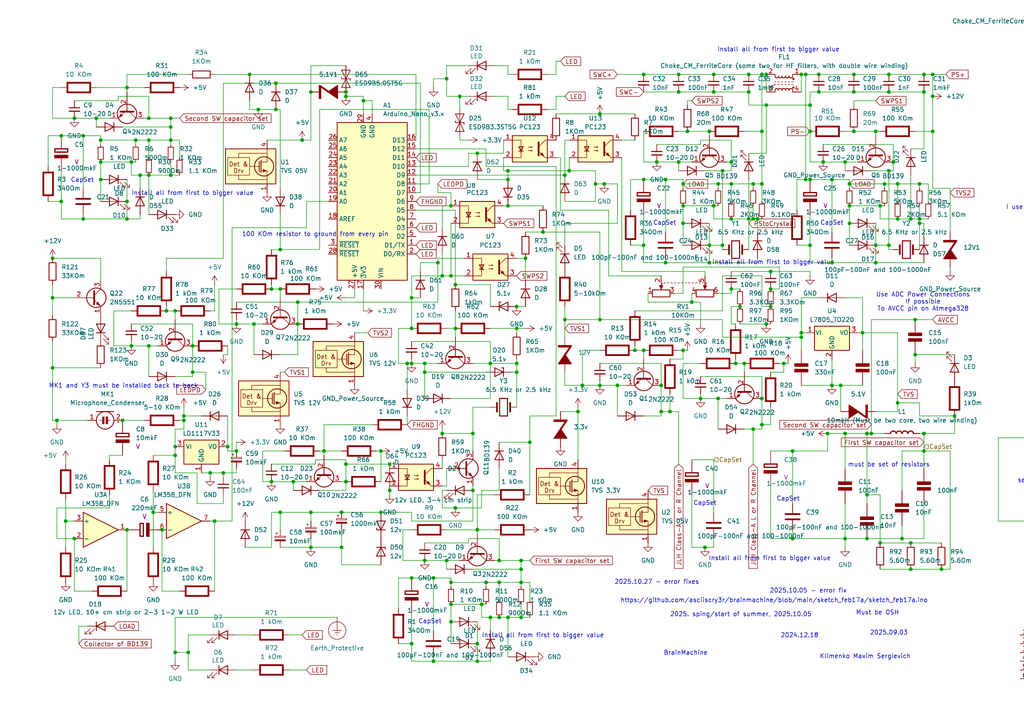
<source format=kicad_sch>
(kicad_sch (version 20250114) (generator "eeschema") (generator_version "9.0")
  (paper "A4")
  (title_block (date "2025-02-18"))
  (text "CapSet" (at 241.3 64.77 0) (effects (font (size 1.27 1.27))))
  (text "2025.09.03" (at 257.81 183.642 0) (effects (font (size 1.27 1.27))))
  (text "Install all from first to bigger value" (at 224.282 76.2 0) (effects (font (size 1.27 1.27))))
  (text "Must be OSH" (at 254.508 177.8 0) (effects (font (size 1.27 1.27))))
  (text "set of capacitors 103, 223, 333 etc\n" (at 360.172 113.03 0) (effects (font (size 1.27 1.27))))
  (text "2025. sping/start of summer, 2025.10.05" (at 214.884 178.308 0) (effects (font (size 1.27 1.27))))
  (text "2025.10.05 - error fix" (at 234.442 171.45 0) (effects (font (size 1.27 1.27))))
  (text "Install all from first to bigger value" (at 223.266 162.052 0) (effects (font (size 1.27 1.27))))
  (text "2025.10.27 - error fixes\n" (at 190.5 168.91 0) (effects (font (size 1.27 1.27))))
  (text "Must be around or little lower than max or used transition frequency of transistor" (at 255.778 211.074 0) (effects (font (size 1.27 1.27))))
  (text "Use ADC Power Connections\nIf possible\nTo AVCC pin on Atmega328" (at 267.716 87.63 0) (effects (font (size 1.27 1.27))))
  (text "CapSet" (at 204.47 146.05 0) (effects (font (size 1.27 1.27))))
  (text "BrainMachine" (at 198.882 189.484 0) (effects (font (size 1.27 1.27))))
  (text "CapSet" (at 124.714 180.34 0) (effects (font (size 1.27 1.27))))
  (text "100 KOm resistor to ground from every pin" (at 91.44 68.072 0) (effects (font (size 1.27 1.27))))
  (text "Install all from first to bigger value" (at 55.88 56.134 0) (effects (font (size 1.27 1.27))))
  (text "Install all from first to bigger value" (at 225.806 14.478 0) (effects (font (size 1.27 1.27))))
  (text "CapSet" (at 192.786 64.77 0) (effects (font (size 1.27 1.27))))
  (text "must be set of resistors" (at 257.81 134.874 0) (effects (font (size 1.27 1.27))))
  (text "https://github.com/asciiscry3r/brainmachine/blob/main/sketch_feb17a/sketch_feb17a.ino" (at 224.536 174.244 0) (effects (font (size 1.27 1.27))))
  (text "CapSet" (at 23.876 52.324 0) (effects (font (size 1.27 1.27))))
  (text "Klimenko Maxim Sergievich" (at 250.952 190.5 0) (effects (font (size 1.27 1.27))))
  (text "set of capacitors 103, 223, 333 etc\n" (at 312.928 139.446 0) (effects (font (size 1.27 1.27))))
  (text "2024.12.18" (at 231.902 184.404 0) (effects (font (size 1.27 1.27))))
  (text "MK1 and Y3 must be installed back to back" (at 35.814 112.014 0) (effects (font (size 1.27 1.27))))
  (text "CapSet" (at 228.6 144.78 0) (effects (font (size 1.27 1.27))))
  (text "Install all from first to bigger value" (at 157.48 184.404 0) (effects (font (size 1.27 1.27))))
  (text "I use same, by concept, on AC filter in 2024" (at 313.944 60.198 0) (effects (font (size 1.27 1.27))))
  (text "set of capacitors 103, 223, 333 etc\n" (at 443.992 92.71 0) (effects (font (size 1.27 1.27))))
  (junction (at 21.59 156.21))
  (junction (at 276.86 232.41))
  (junction (at 130.81 168.91))
  (junction (at 196.85 26.67))
  (junction (at 255.27 157.48))
  (junction (at 147.32 49.53))
  (junction (at 325.12 119.38))
  (junction (at 415.29 99.06))
  (junction (at 157.48 67.31))
  (junction (at 273.05 165.1))
  (junction (at 208.28 53.34))
  (junction (at 360.68 128.27))
  (junction (at 234.95 71.12))
  (junction (at 191.77 111.76))
  (junction (at 218.44 124.46))
  (junction (at 43.18 40.64))
  (junction (at 289.56 223.52))
  (junction (at 50.8 90.17))
  (junction (at 408.94 106.68))
  (junction (at 43.18 34.29))
  (junction (at 78.74 83.82))
  (junction (at 64.77 137.16))
  (junction (at 163.83 92.71))
  (junction (at 21.59 34.29))
  (junction (at 234.95 52.07))
  (junction (at 266.7 53.34))
  (junction (at 406.4 45.72))
  (junction (at 100.33 27.94))
  (junction (at 110.49 148.59))
  (junction (at 267.97 21.59))
  (junction (at 209.55 49.53))
  (junction (at 245.11 46.99))
  (junction (at 17.78 58.42))
  (junction (at 447.04 133.35))
  (junction (at 220.98 123.19))
  (junction (at 119.38 167.64))
  (junction (at 369.57 128.27))
  (junction (at 400.05 99.06))
  (junction (at 139.7 175.26))
  (junction (at 100.33 26.67))
  (junction (at 144.78 179.07))
  (junction (at 245.11 156.21))
  (junction (at 257.81 71.12))
  (junction (at 427.99 123.19))
  (junction (at 391.16 99.06))
  (junction (at 229.87 130.81))
  (junction (at 218.44 53.34))
  (junction (at 186.69 21.59))
  (junction (at 435.61 138.43))
  (junction (at 165.1 49.53))
  (junction (at 280.67 232.41))
  (junction (at 220.98 115.57))
  (junction (at 213.36 105.41))
  (junction (at 80.01 31.75))
  (junction (at 196.85 21.59))
  (junction (at 186.69 71.12))
  (junction (at 232.41 96.52))
  (junction (at 144.78 168.91))
  (junction (at 138.43 186.69))
  (junction (at 370.84 90.17))
  (junction (at 251.46 156.21))
  (junction (at 212.09 63.5))
  (junction (at 132.08 82.55))
  (junction (at 440.69 157.48))
  (junction (at 382.27 195.58))
  (junction (at 123.19 105.41))
  (junction (at 264.16 165.1))
  (junction (at 237.49 26.67))
  (junction (at 105.41 29.21))
  (junction (at 129.54 22.86))
  (junction (at 223.52 83.82))
  (junction (at 198.12 59.69))
  (junction (at 186.69 52.07))
  (junction (at 267.97 26.67))
  (junction (at 54.61 189.23))
  (junction (at 48.26 90.17))
  (junction (at 36.83 153.67))
  (junction (at 49.53 40.64))
  (junction (at 260.35 116.84))
  (junction (at 207.01 59.69))
  (junction (at 191.77 119.38))
  (junction (at 322.58 143.51))
  (junction (at 243.84 111.76))
  (junction (at 241.3 52.07))
  (junction (at 323.85 40.64))
  (junction (at 172.72 53.34))
  (junction (at 369.57 41.91))
  (junction (at 38.1 46.99))
  (junction (at 349.25 114.3))
  (junction (at 16.51 121.92))
  (junction (at 73.66 93.98))
  (junction (at 232.41 21.59))
  (junction (at 208.28 115.57))
  (junction (at 119.38 186.69))
  (junction (at 330.2 63.5))
  (junction (at 307.34 102.87))
  (junction (at 299.72 127))
  (junction (at 220.98 53.34))
  (junction (at 49.53 34.29))
  (junction (at 259.08 232.41))
  (junction (at 86.36 93.98))
  (junction (at 331.47 143.51))
  (junction (at 314.96 40.64))
  (junction (at 260.35 53.34))
  (junction (at 38.1 100.33))
  (junction (at 254 71.12))
  (junction (at 113.03 142.24))
  (junction (at 369.57 151.13))
  (junction (at 302.26 16.51))
  (junction (at 17.78 39.37))
  (junction (at 259.08 46.99))
  (junction (at 257.81 26.67))
  (junction (at 331.47 127))
  (junction (at 132.08 95.25))
  (junction (at 113.03 134.62))
  (junction (at 251.46 125.73))
  (junction (at 43.18 50.8))
  (junction (at 144.78 162.56))
  (junction (at 427.99 149.86))
  (junction (at 222.25 93.98))
  (junction (at 313.69 22.86))
  (junction (at 270.51 27.94))
  (junction (at 266.7 64.77))
  (junction (at 435.61 107.95))
  (junction (at 443.23 157.48))
  (junction (at 335.28 16.51))
  (junction (at 46.99 153.67))
  (junction (at 53.34 121.92))
  (junction (at 276.86 120.65))
  (junction (at 256.54 53.34))
  (junction (at 353.06 176.53))
  (junction (at 36.83 25.4))
  (junction (at 435.61 93.98))
  (junction (at 370.84 85.09))
  (junction (at 138.43 153.67))
  (junction (at 364.49 180.34))
  (junction (at 15.24 86.36))
  (junction (at 168.91 111.76))
  (junction (at 123.19 107.95))
  (junction (at 345.44 161.29))
  (junction (at 205.74 76.2))
  (junction (at 417.83 100.33))
  (junction (at 222.25 21.59))
  (junction (at 246.38 59.69))
  (junction (at 68.58 93.98))
  (junction (at 36.83 58.42))
  (junction (at 137.16 142.24))
  (junction (at 142.24 105.41))
  (junction (at 194.31 119.38))
  (junction (at 318.77 49.53))
  (junction (at 391.16 106.68))
  (junction (at 149.86 88.9))
  (junction (at 331.47 129.54))
  (junction (at 78.74 139.7))
  (junction (at 313.69 15.24))
  (junction (at 151.13 165.1))
  (junction (at 369.57 35.56))
  (junction (at 285.75 232.41))
  (junction (at 130.81 59.69))
  (junction (at 406.4 54.61))
  (junction (at 214.63 88.9))
  (junction (at 90.17 26.67))
  (junction (at 440.69 125.73))
  (junction (at 254 76.2))
  (junction (at 259.08 227.33))
  (junction (at 255.27 59.69))
  (junction (at 128.27 125.73))
  (junction (at 85.09 139.7))
  (junction (at 29.21 52.07))
  (junction (at 331.47 119.38))
  (junction (at 130.81 80.01))
  (junction (at 49.53 36.83))
  (junction (at 81.28 72.39))
  (junction (at 24.13 39.37))
  (junction (at 50.8 189.23))
  (junction (at 125.73 167.64))
  (junction (at 138.43 191.77))
  (junction (at 29.21 46.99))
  (junction (at 130.81 175.26))
  (junction (at 132.08 147.32))
  (junction (at 217.17 26.67))
  (junction (at 389.89 22.86))
  (junction (at 205.74 71.12))
  (junction (at 433.07 93.98))
  (junction (at 335.28 102.87))
  (junction (at 369.57 114.3))
  (junction (at 219.71 63.5))
  (junction (at 130.81 180.34))
  (junction (at 149.86 107.95))
  (junction (at 234.95 30.48))
  (junction (at 400.05 106.68))
  (junction (at 443.23 149.86))
  (junction (at 55.88 107.95))
  (junction (at 173.99 33.02))
  (junction (at 87.63 40.64))
  (junction (at 257.81 49.53))
  (junction (at 420.37 138.43))
  (junction (at 72.39 21.59))
  (junction (at 270.51 38.1))
  (junction (at 196.85 46.99))
  (junction (at 266.7 63.5))
  (junction (at 81.28 148.59))
  (junction (at 247.65 38.1))
  (junction (at 323.85 16.51))
  (junction (at 388.62 180.34))
  (junction (at 233.68 21.59))
  (junction (at 307.34 127))
  (junction (at 370.84 82.55))
  (junction (at 330.2 49.53))
  (junction (at 444.5 93.98))
  (junction (at 205.74 38.1))
  (junction (at 246.38 53.34))
  (junction (at 377.19 26.67))
  (junction (at 318.77 95.25))
  (junction (at 267.97 125.73))
  (junction (at 369.57 165.1))
  (junction (at 218.44 63.5))
  (junction (at 307.34 92.71))
  (junction (at 325.12 127))
  (junction (at 220.98 38.1))
  (junction (at 100.33 139.7))
  (junction (at 110.49 130.81))
  (junction (at 119.38 86.36))
  (junction (at 377.19 20.32))
  (junction (at 334.01 127))
  (junction (at 153.67 128.27))
  (junction (at 247.65 21.59))
  (junction (at 246.38 64.77))
  (junction (at 193.04 76.2))
  (junction (at 147.32 179.07))
  (junction (at 269.24 232.41))
  (junction (at 119.38 105.41))
  (junction (at 173.99 92.71))
  (junction (at 190.5 46.99))
  (junction (at 392.43 46.99))
  (junction (at 215.9 105.41))
  (junction (at 90.17 148.59))
  (junction (at 24.13 63.5))
  (junction (at 123.19 162.56))
  (junction (at 80.01 24.13))
  (junction (at 381 35.56))
  (junction (at 240.03 125.73))
  (junction (at 99.06 158.75))
  (junction (at 203.2 115.57))
  (junction (at 457.2 157.48))
  (junction (at 217.17 63.5))
  (junction (at 147.32 59.69))
  (junction (at 351.79 128.27))
  (junction (at 254 38.1))
  (junction (at 199.39 38.1))
  (junction (at 81.28 83.82))
  (junction (at 223.52 78.74))
  (junction (at 119.38 95.25))
  (junction (at 140.97 168.91))
  (junction (at 384.81 35.56))
  (junction (at 128.27 80.01))
  (junction (at 233.68 52.07))
  (junction (at 261.62 156.21))
  (junction (at 220.98 21.59))
  (junction (at 420.37 144.78))
  (junction (at 55.88 100.33))
  (junction (at 389.89 41.91))
  (junction (at 36.83 63.5))
  (junction (at 212.09 46.99))
  (junction (at 359.41 195.58))
  (junction (at 173.99 111.76))
  (junction (at 264.16 157.48))
  (junction (at 129.54 162.56))
  (junction (at 238.76 46.99))
  (junction (at 427.99 132.08))
  (junction (at 427.99 157.48))
  (junction (at 314.96 30.48))
  (junction (at 198.12 64.77))
  (junction (at 311.15 134.62))
  (junction (at 322.58 129.54))
  (junction (at 241.3 76.2))
  (junction (at 19.05 151.13))
  (junction (at 147.32 52.07))
  (junction (at 86.36 87.63))
  (junction (at 260.35 63.5))
  (junction (at 222.25 30.48))
  (junction (at 318.77 102.87))
  (junction (at 302.26 232.41))
  (junction (at 386.08 151.13))
  (junction (at 50.8 132.08))
  (junction (at 265.43 92.71))
  (junction (at 314.96 22.86))
  (junction (at 257.81 21.59))
  (junction (at 295.91 223.52))
  (junction (at 316.23 119.38))
  (junction (at 149.86 105.41))
  (junction (at 377.19 29.21))
  (junction (at 151.13 162.56))
  (junction (at 280.67 227.33))
  (junction (at 247.65 26.67))
  (junction (at 453.39 107.95))
  (junction (at 167.64 119.38))
  (junction (at 207.01 21.59))
  (junction (at 444.5 107.95))
  (junction (at 335.28 40.64))
  (junction (at 341.63 161.29))
  (junction (at 302.26 38.1))
  (junction (at 360.68 114.3))
  (junction (at 212.09 53.34))
  (junction (at 250.19 96.52))
  (junction (at 125.73 191.77))
  (junction (at 440.69 144.78))
  (junction (at 127 76.2))
  (junction (at 351.79 114.3))
  (junction (at 44.45 148.59))
  (junction (at 227.33 105.41))
  (junction (at 453.39 93.98))
  (junction (at 198.12 53.34))
  (junction (at 138.43 44.45))
  (junction (at 248.92 232.41))
  (junction (at 179.07 111.76))
  (junction (at 316.23 35.56))
  (junction (at 382.27 180.34))
  (junction (at 66.04 129.54))
  (junction (at 365.76 151.13))
  (junction (at 137.16 125.73))
  (junction (at 334.01 120.65))
  (junction (at 370.84 92.71))
  (junction (at 118.11 105.41))
  (junction (at 50.8 129.54))
  (junction (at 270.51 21.59))
  (junction (at 392.43 54.61))
  (junction (at 457.2 148.59))
  (junction (at 328.93 16.51))
  (junction (at 328.93 40.64))
  (junction (at 40.64 50.8))
  (junction (at 251.46 143.51))
  (junction (at 142.24 179.07))
  (junction (at 163.83 50.8))
  (junction (at 364.49 195.58))
  (junction (at 151.13 179.07))
  (junction (at 377.19 54.61))
  (junction (at 389.89 54.61))
  (junction (at 15.24 74.93))
  (junction (at 427.99 129.54))
  (junction (at 232.41 97.79))
  (junction (at 186.69 101.6))
  (junction (at 316.23 127))
  (junction (at 223.52 88.9))
  (junction (at 229.87 156.21))
  (junction (at 43.18 100.33))
  (junction (at 408.94 99.06))
  (junction (at 252.73 125.73))
  (junction (at 49.53 50.8))
  (junction (at 267.97 130.81))
  (junction (at 377.19 22.86))
  (junction (at 100.33 134.62))
  (junction (at 207.01 26.67))
  (junction (at 151.13 168.91))
  (junction (at 184.15 101.6))
  (junction (at 204.47 158.75))
  (junction (at 307.34 119.38))
  (junction (at 241.3 111.76))
  (junction (at 269.24 227.33))
  (junction (at 68.58 130.81))
  (junction (at 237.49 21.59))
  (junction (at 53.34 120.65))
  (junction (at 198.12 101.6))
  (junction (at 27.94 34.29))
  (junction (at 212.09 83.82))
  (junction (at 209.55 71.12))
  (junction (at 193.04 52.07))
  (junction (at 427.99 125.73))
  (junction (at 245.11 125.73))
  (junction (at 341.63 151.13))
  (junction (at 90.17 158.75))
  (junction (at 417.83 106.68))
  (junction (at 234.95 38.1))
  (junction (at 217.17 21.59))
  (junction (at 99.06 148.59))
  (junction (at 149.86 95.25))
  (junction (at 377.19 46.99))
  (junction (at 60.96 137.16))
  (junction (at 370.84 87.63))
  (junction (at 93.98 130.81))
  (junction (at 175.26 53.34))
  (junction (at 265.43 102.87))
  (junction (at 29.21 40.64))
  (junction (at 35.56 121.92))
  (junction (at 373.38 195.58))
  (junction (at 15.24 106.68))
  (junction (at 200.66 87.63))
  (junction (at 62.23 151.13))
  (junction (at 248.92 227.33))
  (junction (at 396.24 30.48))
  (junction (at 133.35 27.94))
  (junction (at 152.4 74.93))
  (junction (at 74.93 31.75))
  (junction (at 264.16 63.5))
  (junction (at 39.37 40.64))
  (junction (at 431.8 138.43))
  (wire (pts (xy 198.12 59.69) (xy 198.12 64.77)))
  (wire (pts (xy 137.16 105.41) (xy 142.24 105.41)))
  (wire (pts (xy 161.29 45.72) (xy 162.56 45.72)))
  (wire (pts (xy 345.44 82.55) (xy 347.98 82.55)))
  (wire (pts (xy 167.64 118.11) (xy 167.64 119.38)))
  (wire (pts (xy 62.23 21.59) (xy 72.39 21.59)))
  (wire (pts (xy 196.85 119.38) (xy 194.31 119.38)))
  (wire (pts (xy 46.99 171.45) (xy 46.99 153.67)))
  (wire (pts (xy 213.36 93.98) (xy 212.09 93.98)))
  (wire (pts (xy 144.78 156.21) (xy 144.78 162.56)))
  (wire (pts (xy 255.27 59.69) (xy 255.27 63.5)))
  (wire (pts (xy 29.21 39.37) (xy 29.21 40.64)))
  (wire (pts (xy 331.47 127) (xy 334.01 127)))
  (wire (pts (xy 254 71.12) (xy 257.81 71.12)))
  (wire (pts (xy 427.99 157.48) (xy 427.99 156.21)))
  (wire (pts (xy 265.43 38.1) (xy 270.51 38.1)))
  (wire (pts (xy 172.72 53.34) (xy 172.72 58.42)))
  (wire (pts (xy 388.62 99.06) (xy 391.16 99.06)))
  (wire (pts (xy 119.38 167.64) (xy 125.73 167.64)))
  (wire (pts (xy 43.18 50.8) (xy 43.18 62.23)))
  (wire (pts (xy 392.43 46.99) (xy 414.02 46.99)))
  (wire (pts (xy 219.71 74.93) (xy 219.71 76.2)))
  (wire (pts (xy 402.59 54.61) (xy 406.4 54.61)))
  (wire (pts (xy 289.56 151.13) (xy 341.63 151.13)))
  (wire (pts (xy 81.28 62.23) (xy 81.28 72.39)))
  (wire (pts (xy 184.15 90.17) (xy 209.55 90.17)))
  (wire (pts (xy 132.08 60.96) (xy 132.08 82.55)))
  (wire (pts (xy 316.23 119.38) (xy 325.12 119.38)))
  (wire (pts (xy 245.11 125.73) (xy 251.46 125.73)))
  (wire (pts (xy 125.73 167.64) (xy 130.81 167.64)))
  (wire (pts (xy 54.61 189.23) (xy 54.61 184.15)))
  (wire (pts (xy 199.39 29.21) (xy 199.39 30.48)))
  (wire (pts (xy 62.23 82.55) (xy 62.23 90.17)))
  (wire (pts (xy 184.15 101.6) (xy 186.69 101.6)))
  (wire (pts (xy 38.1 46.99) (xy 39.37 46.99)))
  (wire (pts (xy 121.92 24.13) (xy 80.01 24.13)))
  (wire (pts (xy 254 64.77) (xy 254 71.12)))
  (wire (pts (xy 31.75 143.51) (xy 31.75 147.32)))
  (wire (pts (xy 135.89 156.21) (xy 144.78 156.21)))
  (wire (pts (xy 213.36 104.14) (xy 213.36 105.41)))
  (wire (pts (xy 204.47 78.74) (xy 180.34 78.74)))
  (wire (pts (xy 120.65 55.88) (xy 121.92 55.88)))
  (wire (pts (xy 427.99 125.73) (xy 440.69 125.73)))
  (wire (pts (xy 427.99 102.87) (xy 427.99 105.41)))
  (wire (pts (xy 139.7 179.07) (xy 142.24 179.07)))
  (wire (pts (xy 60.96 194.31) (xy 54.61 194.31)))
  (wire (pts (xy 133.35 27.94) (xy 133.35 31.75)))
  (wire (pts (xy 128.27 147.32) (xy 128.27 142.24)))
  (wire (pts (xy 261.62 130.81) (xy 261.62 142.24)))
  (wire (pts (xy 16.51 147.32) (xy 31.75 147.32)))
  (wire (pts (xy 231.14 71.12) (xy 234.95 71.12)))
  (wire (pts (xy 289.56 219.71) (xy 289.56 223.52)))
  (wire (pts (xy 322.58 129.54) (xy 322.58 133.35)))
  (wire (pts (xy 266.7 63.5) (xy 266.7 59.69)))
  (wire (pts (xy 142.24 118.11) (xy 137.16 118.11)))
  (wire (pts (xy 267.97 125.73) (xy 276.86 125.73)))
  (wire (pts (xy 444.5 97.79) (xy 444.5 93.98)))
  (wire (pts (xy 233.68 21.59) (xy 233.68 52.07)))
  (wire (pts (xy 128.27 133.35) (xy 128.27 135.89)))
  (wire (pts (xy 24.13 63.5) (xy 24.13 62.23)))
  (wire (pts (xy 237.49 26.67) (xy 247.65 26.67)))
  (wire (pts (xy 234.95 80.01) (xy 234.95 78.74)))
  (wire (pts (xy 416.56 151.13) (xy 416.56 157.48)))
  (wire (pts (xy 19.05 144.78) (xy 19.05 151.13)))
  (wire (pts (xy 314.96 22.86) (xy 313.69 22.86)))
  (wire (pts (xy 151.13 179.07) (xy 153.67 179.07)))
  (wire (pts (xy 369.57 35.56) (xy 381 35.56)))
  (wire (pts (xy 120.65 50.8) (xy 163.83 50.8)))
  (wire (pts (xy 128.27 124.46) (xy 128.27 125.73)))
  (wire (pts (xy 81.28 31.75) (xy 80.01 31.75)))
  (wire (pts (xy 93.98 130.81) (xy 99.06 130.81)))
  (wire (pts (xy 16.51 156.21) (xy 16.51 147.32)))
  (wire (pts (xy 127 74.93) (xy 134.62 74.93)))
  (wire (pts (xy 43.18 34.29) (xy 49.53 34.29)))
  (wire (pts (xy 173.99 105.41) (xy 191.77 105.41)))
  (wire (pts (xy 67.31 151.13) (xy 62.23 151.13)))
  (wire (pts (xy 144.78 168.91) (xy 144.78 173.99)))
  (wire (pts (xy 66.04 129.54) (xy 66.04 130.81)))
  (wire (pts (xy 24.13 54.61) (xy 24.13 39.37)))
  (wire (pts (xy 223.52 130.81) (xy 229.87 130.81)))
  (wire (pts (xy 257.81 21.59) (xy 267.97 21.59)))
  (wire (pts (xy 115.57 105.41) (xy 118.11 105.41)))
  (wire (pts (xy 267.97 130.81) (xy 267.97 135.89)))
  (wire (pts (xy 246.38 53.34) (xy 246.38 54.61)))
  (wire (pts (xy 245.11 86.36) (xy 250.19 86.36)))
  (wire (pts (xy 173.99 67.31) (xy 173.99 92.71)))
  (wire (pts (xy 90.17 158.75) (xy 99.06 158.75)))
  (wire (pts (xy 223.52 78.74) (xy 234.95 78.74)))
  (wire (pts (xy 119.38 186.69) (xy 119.38 191.77)))
  (wire (pts (xy 360.68 118.11) (xy 360.68 114.3)))
  (wire (pts (xy 220.98 80.01) (xy 220.98 88.9)))
  (wire (pts (xy 251.46 143.51) (xy 251.46 146.05)))
  (wire (pts (xy 125.73 191.77) (xy 125.73 190.5)))
  (wire (pts (xy 254 71.12) (xy 254 76.2)))
  (wire (pts (xy 276.86 232.41) (xy 280.67 232.41)))
  (wire (pts (xy 369.57 35.56) (xy 369.57 41.91)))
  (wire (pts (xy 360.68 128.27) (xy 369.57 128.27)))
  (wire (pts (xy 68.58 194.31) (xy 73.66 194.31)))
  (wire (pts (xy 209.55 90.17) (xy 209.55 80.01)))
  (wire (pts (xy 275.59 67.31) (xy 275.59 54.61)))
  (wire (pts (xy 237.49 227.33) (xy 248.92 227.33)))
  (wire (pts (xy 264.16 50.8) (xy 264.16 63.5)))
  (wire (pts (xy 447.04 133.35) (xy 440.69 133.35)))
  (wire (pts (xy 60.96 137.16) (xy 64.77 137.16)))
  (wire (pts (xy 208.28 85.09) (xy 212.09 85.09)))
  (wire (pts (xy 203.2 41.91) (xy 203.2 40.64)))
  (wire (pts (xy 302.26 52.07) (xy 314.96 52.07)))
  (wire (pts (xy 161.29 21.59) (xy 161.29 17.78)))
  (wire (pts (xy 443.23 157.48) (xy 443.23 156.21)))
  (wire (pts (xy 102.87 96.52) (xy 106.68 96.52)))
  (wire (pts (xy 345.44 90.17) (xy 347.98 90.17)))
  (wire (pts (xy 15.24 25.4) (xy 17.78 25.4)))
  (wire (pts (xy 209.55 92.71) (xy 209.55 97.79)))
  (wire (pts (xy 392.43 54.61) (xy 397.51 54.61)))
  (wire (pts (xy 353.06 195.58) (xy 359.41 195.58)))
  (wire (pts (xy 208.28 53.34) (xy 212.09 53.34)))
  (wire (pts (xy 298.45 49.53) (xy 298.45 38.1)))
  (wire (pts (xy 148.59 107.95) (xy 149.86 107.95)))
  (wire (pts (xy 68.58 135.89) (xy 68.58 137.16)))
  (wire (pts (xy 16.51 121.92) (xy 25.4 121.92)))
  (wire (pts (xy 252.73 125.73) (xy 256.54 125.73)))
  (wire (pts (xy 138.43 180.34) (xy 138.43 186.69)))
  (wire (pts (xy 298.45 49.53) (xy 318.77 49.53)))
  (wire (pts (xy 110.49 130.81) (xy 109.22 130.81)))
  (wire (pts (xy 52.07 40.64) (xy 52.07 45.72)))
  (wire (pts (xy 157.48 67.31) (xy 173.99 67.31)))
  (wire (pts (xy 247.65 26.67) (xy 257.81 26.67)))
  (wire (pts (xy 100.33 26.67) (xy 100.33 27.94)))
  (wire (pts (xy 67.31 66.04) (xy 67.31 151.13)))
  (wire (pts (xy 19.05 151.13) (xy 21.59 151.13)))
  (wire (pts (xy 245.11 146.05) (xy 245.11 156.21)))
  (wire (pts (xy 82.55 107.95) (xy 81.28 107.95)))
  (wire (pts (xy 265.43 102.87) (xy 276.86 102.87)))
  (wire (pts (xy 377.19 54.61) (xy 389.89 54.61)))
  (wire (pts (xy 78.74 82.55) (xy 78.74 83.82)))
  (wire (pts (xy 135.89 48.26) (xy 135.89 44.45)))
  (wire (pts (xy 318.77 49.53) (xy 330.2 49.53)))
  (wire (pts (xy 307.34 119.38) (xy 316.23 119.38)))
  (wire (pts (xy 147.32 31.75) (xy 148.59 31.75)))
  (wire (pts (xy 120.65 48.26) (xy 135.89 48.26)))
  (wire (pts (xy 100.33 134.62) (xy 113.03 134.62)))
  (wire (pts (xy 377.19 22.86) (xy 377.19 26.67)))
  (wire (pts (xy 54.61 184.15) (xy 60.96 184.15)))
  (wire (pts (xy 368.3 20.32) (xy 377.19 20.32)))
  (wire (pts (xy 110.49 163.83) (xy 99.06 163.83)))
  (wire (pts (xy 365.76 41.91) (xy 369.57 41.91)))
  (wire (pts (xy 358.14 161.29) (xy 365.76 161.29)))
  (wire (pts (xy 129.54 135.89) (xy 129.54 140.97)))
  (wire (pts (xy 29.21 46.99) (xy 38.1 46.99)))
  (wire (pts (xy 316.23 30.48) (xy 316.23 35.56)))
  (wire (pts (xy 231.14 52.07) (xy 233.68 52.07)))
  (wire (pts (xy 17.78 58.42) (xy 17.78 63.5)))
  (wire (pts (xy 257.81 71.12) (xy 257.81 72.39)))
  (wire (pts (xy 400.05 106.68) (xy 408.94 106.68)))
  (wire (pts (xy 210.82 46.99) (xy 212.09 46.99)))
  (wire (pts (xy 232.41 21.59) (xy 233.68 21.59)))
  (wire (pts (xy 36.83 58.42) (xy 36.83 63.5)))
  (wire (pts (xy 251.46 125.73) (xy 251.46 143.51)))
  (wire (pts (xy 313.69 15.24) (xy 313.69 22.86)))
  (wire (pts (xy 248.92 227.33) (xy 259.08 227.33)))
  (wire (pts (xy 257.81 49.53) (xy 259.08 49.53)))
  (wire (pts (xy 137.16 142.24) (xy 137.16 151.13)))
  (wire (pts (xy 129.54 27.94) (xy 129.54 22.86)))
  (wire (pts (xy 267.97 26.67) (xy 267.97 43.18)))
  (wire (pts (xy 396.24 30.48) (xy 389.89 30.48)))
  (wire (pts (xy 241.3 76.2) (xy 241.3 74.93)))
  (wire (pts (xy 102.87 83.82) (xy 102.87 86.36)))
  (wire (pts (xy 137.16 130.81) (xy 137.16 125.73)))
  (wire (pts (xy 130.81 64.77) (xy 130.81 80.01)))
  (wire (pts (xy 151.13 168.91) (xy 153.67 168.91)))
  (wire (pts (xy 92.71 31.75) (xy 124.46 31.75)))
  (wire (pts (xy 36.83 25.4) (xy 36.83 26.67)))
  (wire (pts (xy 245.11 156.21) (xy 251.46 156.21)))
  (wire (pts (xy 38.1 93.98) (xy 55.88 93.98)))
  (wire (pts (xy 129.54 19.05) (xy 135.89 19.05)))
  (wire (pts (xy 351.79 30.48) (xy 353.06 30.48)))
  (wire (pts (xy 58.42 137.16) (xy 60.96 137.16)))
  (wire (pts (xy 369.57 123.19) (xy 369.57 114.3)))
  (wire (pts (xy 420.37 137.16) (xy 420.37 138.43)))
  (wire (pts (xy 241.3 76.2) (xy 254 76.2)))
  (wire (pts (xy 144.78 128.27) (xy 153.67 128.27)))
  (wire (pts (xy 260.35 53.34) (xy 260.35 58.42)))
  (wire (pts (xy 208.28 115.57) (xy 210.82 115.57)))
  (wire (pts (xy 41.91 34.29) (xy 43.18 34.29)))
  (wire (pts (xy 416.56 144.78) (xy 420.37 144.78)))
  (wire (pts (xy 142.24 179.07) (xy 144.78 179.07)))
  (wire (pts (xy 99.06 148.59) (xy 110.49 148.59)))
  (wire (pts (xy 260.35 96.52) (xy 260.35 116.84)))
  (wire (pts (xy 318.77 102.87) (xy 335.28 102.87)))
  (wire (pts (xy 269.24 53.34) (xy 269.24 58.42)))
  (wire (pts (xy 128.27 66.04) (xy 128.27 59.69)))
  (wire (pts (xy 408.94 99.06) (xy 415.29 99.06)))
  (wire (pts (xy 256.54 53.34) (xy 256.54 54.61)))
  (wire (pts (xy 334.01 127) (xy 334.01 128.27)))
  (wire (pts (xy 44.45 142.24) (xy 44.45 148.59)))
  (wire (pts (xy 130.81 115.57) (xy 142.24 115.57)))
  (wire (pts (xy 427.99 129.54) (xy 431.8 129.54)))
  (wire (pts (xy 335.28 34.29) (xy 335.28 40.64)))
  (wire (pts (xy 138.43 153.67) (xy 143.51 153.67)))
  (wire (pts (xy 306.07 219.71) (xy 306.07 223.52)))
  (wire (pts (xy 152.4 74.93) (xy 149.86 74.93)))
  (wire (pts (xy 186.69 21.59) (xy 196.85 21.59)))
  (wire (pts (xy 217.17 30.48) (xy 222.25 30.48)))
  (wire (pts (xy 63.5 93.98) (xy 68.58 93.98)))
  (wire (pts (xy 162.56 60.96) (xy 176.53 60.96)))
  (wire (pts (xy 121.92 78.74) (xy 121.92 76.2)))
  (wire (pts (xy 15.24 74.93) (xy 29.21 74.93)))
  (wire (pts (xy 420.37 132.08) (xy 427.99 132.08)))
  (wire (pts (xy 143.51 162.56) (xy 144.78 162.56)))
  (wire (pts (xy 130.81 168.91) (xy 140.97 168.91)))
  (wire (pts (xy 345.44 92.71) (xy 355.6 92.71)))
  (wire (pts (xy 241.3 52.07) (xy 246.38 52.07)))
  (wire (pts (xy 396.24 30.48) (xy 406.4 30.48)))
  (wire (pts (xy 146.05 44.45) (xy 146.05 40.64)))
  (wire (pts (xy 265.43 102.87) (xy 265.43 105.41)))
  (wire (pts (xy 36.83 25.4) (xy 41.91 25.4)))
  (wire (pts (xy 43.18 100.33) (xy 45.72 100.33)))
  (wire (pts (xy 238.76 41.91) (xy 259.08 41.91)))
  (wire (pts (xy 127 53.34) (xy 127 55.88)))
  (wire (pts (xy 133.35 27.94) (xy 129.54 27.94)))
  (wire (pts (xy 62.23 151.13) (xy 62.23 171.45)))
  (wire (pts (xy 186.69 46.99) (xy 190.5 46.99)))
  (wire (pts (xy 223.52 140.97) (xy 223.52 156.21)))
  (wire (pts (xy 218.44 63.5) (xy 218.44 59.69)))
  (wire (pts (xy 339.09 58.42) (xy 339.09 49.53)))
  (wire (pts (xy 50.8 124.46) (xy 53.34 124.46)))
  (wire (pts (xy 204.47 80.01) (xy 204.47 78.74)))
  (wire (pts (xy 264.16 165.1) (xy 273.05 165.1)))
  (wire (pts (xy 419.1 138.43) (xy 420.37 138.43)))
  (wire (pts (xy 234.95 62.23) (xy 234.95 71.12)))
  (wire (pts (xy 142.24 179.07) (xy 142.24 182.88)))
  (wire (pts (xy 427.99 157.48) (xy 440.69 157.48)))
  (wire (pts (xy 123.19 105.41) (xy 123.19 107.95)))
  (wire (pts (xy 146.05 59.69) (xy 147.32 59.69)))
  (wire (pts (xy 205.74 64.77) (xy 205.74 71.12)))
  (wire (pts (xy 344.17 123.19) (xy 344.17 125.73)))
  (wire (pts (xy 162.56 119.38) (xy 167.64 119.38)))
  (wire (pts (xy 222.25 93.98) (xy 223.52 93.98)))
  (wire (pts (xy 132.08 82.55) (xy 142.24 82.55)))
  (wire (pts (xy 151.13 168.91) (xy 151.13 170.18)))
  (wire (pts (xy 266.7 63.5) (xy 266.7 64.77)))
  (wire (pts (xy 146.05 49.53) (xy 147.32 49.53)))
  (wire (pts (xy 144.78 179.07) (xy 147.32 179.07)))
  (wire (pts (xy 120.65 60.96) (xy 132.08 60.96)))
  (wire (pts (xy 13.97 48.26) (xy 13.97 39.37)))
  (wire (pts (xy 302.26 227.33) (xy 302.26 232.41)))
  (wire (pts (xy 302.26 232.41) (xy 302.26 240.03)))
  (wire (pts (xy 250.19 96.52) (xy 250.19 101.6)))
  (wire (pts (xy 360.68 123.19) (xy 360.68 128.27)))
  (wire (pts (xy 175.26 53.34) (xy 172.72 53.34)))
  (wire (pts (xy 195.58 85.09) (xy 198.12 85.09)))
  (wire (pts (xy 99.06 158.75) (xy 99.06 153.67)))
  (wire (pts (xy 386.08 151.13) (xy 388.62 151.13)))
  (wire (pts (xy 153.67 120.65) (xy 153.67 128.27)))
  (wire (pts (xy 78.74 83.82) (xy 81.28 83.82)))
  (wire (pts (xy 457.2 157.48) (xy 457.2 148.59)))
  (wire (pts (xy 415.29 100.33) (xy 417.83 100.33)))
  (wire (pts (xy 353.06 35.56) (xy 353.06 38.1)))
  (wire (pts (xy 99.06 139.7) (xy 100.33 139.7)))
  (wire (pts (xy 252.73 92.71) (xy 252.73 125.73)))
  (wire (pts (xy 147.32 179.07) (xy 147.32 190.5)))
  (wire (pts (xy 137.16 140.97) (xy 137.16 142.24)))
  (wire (pts (xy 220.98 53.34) (xy 220.98 58.42)))
  (wire (pts (xy 193.04 67.31) (xy 193.04 52.07)))
  (wire (pts (xy 93.98 123.19) (xy 93.98 130.81)))
  (wire (pts (xy 55.88 93.98) (xy 55.88 100.33)))
  (wire (pts (xy 322.58 129.54) (xy 331.47 129.54)))
  (wire (pts (xy 420.37 138.43) (xy 431.8 138.43)))
  (wire (pts (xy 129.54 153.67) (xy 138.43 153.67)))
  (wire (pts (xy 83.82 184.15) (xy 87.63 184.15)))
  (wire (pts (xy 90.17 148.59) (xy 90.17 151.13)))
  (wire (pts (xy 433.07 99.06) (xy 433.07 107.95)))
  (wire (pts (xy 212.09 93.98) (xy 212.09 88.9)))
  (wire (pts (xy 149.86 95.25) (xy 142.24 95.25)))
  (wire (pts (xy 417.83 100.33) (xy 417.83 102.87)))
  (wire (pts (xy 172.72 49.53) (xy 172.72 53.34)))
  (wire (pts (xy 176.53 80.01) (xy 191.77 80.01)))
  (wire (pts (xy 259.08 232.41) (xy 269.24 232.41)))
  (wire (pts (xy 119.38 86.36) (xy 119.38 95.25)))
  (wire (pts (xy 264.16 63.5) (xy 266.7 63.5)))
  (wire (pts (xy 276.86 125.73) (xy 276.86 120.65)))
  (wire (pts (xy 13.97 39.37) (xy 17.78 39.37)))
  (wire (pts (xy 44.45 132.08) (xy 50.8 132.08)))
  (wire (pts (xy 345.44 161.29) (xy 347.98 161.29)))
  (wire (pts (xy 251.46 156.21) (xy 261.62 156.21)))
  (wire (pts (xy 299.72 127) (xy 307.34 127)))
  (wire (pts (xy 161.29 27.94) (xy 163.83 27.94)))
  (wire (pts (xy 147.32 52.07) (xy 147.32 49.53)))
  (wire (pts (xy 140.97 168.91) (xy 144.78 168.91)))
  (wire (pts (xy 16.51 121.92) (xy 16.51 123.19)))
  (wire (pts (xy 33.02 100.33) (xy 33.02 90.17)))
  (wire (pts (xy 381 31.75) (xy 381 35.56)))
  (wire (pts (xy 388.62 180.34) (xy 392.43 180.34)))
  (wire (pts (xy 391.16 99.06) (xy 400.05 99.06)))
  (wire (pts (xy 50.8 109.22) (xy 55.88 109.22)))
  (wire (pts (xy 259.08 72.39) (xy 257.81 72.39)))
  (wire (pts (xy 370.84 82.55) (xy 370.84 85.09)))
  (wire (pts (xy 123.19 105.41) (xy 119.38 105.41)))
  (wire (pts (xy 299.72 134.62) (xy 311.15 134.62)))
  (wire (pts (xy 345.44 120.65) (xy 345.44 128.27)))
  (wire (pts (xy 312.42 90.17) (xy 312.42 95.25)))
  (wire (pts (xy 64.77 137.16) (xy 64.77 138.43)))
  (wire (pts (xy 270.51 27.94) (xy 270.51 38.1)))
  (wire (pts (xy 223.52 156.21) (xy 229.87 156.21)))
  (wire (pts (xy 208.28 115.57) (xy 208.28 124.46)))
  (wire (pts (xy 72.39 21.59) (xy 120.65 21.59)))
  (wire (pts (xy 215.9 105.41) (xy 215.9 107.95)))
  (wire (pts (xy 38.1 50.8) (xy 40.64 50.8)))
  (wire (pts (xy 48.26 88.9) (xy 48.26 90.17)))
  (wire (pts (xy 339.09 35.56) (xy 339.09 16.51)))
  (wire (pts (xy 190.5 46.99) (xy 196.85 46.99)))
  (wire (pts (xy 293.37 240.03) (xy 302.26 240.03)))
  (wire (pts (xy 435.61 144.78) (xy 440.69 144.78)))
  (wire (pts (xy 43.18 27.94) (xy 43.18 34.29)))
  (wire (pts (xy 255.27 165.1) (xy 264.16 165.1)))
  (wire (pts (xy 335.28 16.51) (xy 335.28 29.21)))
  (wire (pts (xy 266.7 53.34) (xy 266.7 54.61)))
  (wire (pts (xy 261.62 156.21) (xy 267.97 156.21)))
  (wire (pts (xy 119.38 99.06) (xy 142.24 99.06)))
  (wire (pts (xy 269.24 232.41) (xy 276.86 232.41)))
  (wire (pts (xy 116.84 153.67) (xy 119.38 153.67)))
  (wire (pts (xy 165.1 45.72) (xy 165.1 49.53)))
  (wire (pts (xy 370.84 85.09) (xy 363.22 85.09)))
  (wire (pts (xy 198.12 85.09) (xy 198.12 77.47)))
  (wire (pts (xy 191.77 105.41) (xy 191.77 111.76)))
  (wire (pts (xy 252.73 92.71) (xy 265.43 92.71)))
  (wire (pts (xy 74.93 31.75) (xy 80.01 31.75)))
  (wire (pts (xy 384.81 41.91) (xy 389.89 41.91)))
  (wire (pts (xy 161.29 48.26) (xy 161.29 120.65)))
  (wire (pts (xy 147.32 27.94) (xy 143.51 27.94)))
  (wire (pts (xy 365.76 54.61) (xy 377.19 54.61)))
  (wire (pts (xy 381 35.56) (xy 384.81 35.56)))
  (wire (pts (xy 163.83 50.8) (xy 163.83 40.64)))
  (wire (pts (xy 429.26 107.95) (xy 427.99 107.95)))
  (wire (pts (xy 43.18 50.8) (xy 49.53 50.8)))
  (wire (pts (xy 307.34 92.71) (xy 325.12 92.71)))
  (wire (pts (xy 345.44 128.27) (xy 344.17 128.27)))
  (wire (pts (xy 86.36 87.63) (xy 127 87.63)))
  (wire (pts (xy 314.96 30.48) (xy 316.23 30.48)))
  (wire (pts (xy 238.76 46.99) (xy 245.11 46.99)))
  (wire (pts (xy 331.47 129.54) (xy 331.47 138.43)))
  (wire (pts (xy 256.54 53.34) (xy 260.35 53.34)))
  (wire (pts (xy 220.98 109.22) (xy 220.98 115.57)))
  (wire (pts (xy 63.5 83.82) (xy 63.5 93.98)))
  (wire (pts (xy 72.39 29.21) (xy 72.39 31.75)))
  (wire (pts (xy 322.58 143.51) (xy 331.47 143.51)))
  (wire (pts (xy 302.26 25.4) (xy 303.53 25.4)))
  (wire (pts (xy 140.97 48.26) (xy 140.97 43.18)))
  (wire (pts (xy 68.58 83.82) (xy 63.5 83.82)))
  (wire (pts (xy 313.69 40.64) (xy 314.96 40.64)))
  (wire (pts (xy 234.95 46.99) (xy 234.95 38.1)))
  (wire (pts (xy 400.05 99.06) (xy 408.94 99.06)))
  (wire (pts (xy 142.24 190.5) (xy 142.24 191.77)))
  (wire (pts (xy 209.55 92.71) (xy 173.99 92.71)))
  (wire (pts (xy 419.1 130.81) (xy 419.1 133.35)))
  (wire (pts (xy 105.41 27.94) (xy 105.41 29.21)))
  (wire (pts (xy 130.81 175.26) (xy 139.7 175.26)))
  (wire (pts (xy 237.49 86.36) (xy 232.41 86.36)))
  (wire (pts (xy 275.59 54.61) (xy 270.51 54.61)))
  (wire (pts (xy 120.65 43.18) (xy 140.97 43.18)))
  (wire (pts (xy 135.89 157.48) (xy 135.89 156.21)))
  (wire (pts (xy 254 38.1) (xy 254 39.37)))
  (wire (pts (xy 100.33 27.94) (xy 105.41 27.94)))
  (wire (pts (xy 334.01 120.65) (xy 334.01 123.19)))
  (wire (pts (xy 138.43 143.51) (xy 138.43 153.67)))
  (wire (pts (xy 223.52 107.95) (xy 227.33 107.95)))
  (wire (pts (xy 443.23 149.86) (xy 464.82 149.86)))
  (wire (pts (xy 335.28 16.51) (xy 328.93 16.51)))
  (wire (pts (xy 203.2 93.98) (xy 203.2 87.63)))
  (wire (pts (xy 302.26 80.01) (xy 302.26 102.87)))
  (wire (pts (xy 419.1 123.19) (xy 427.99 123.19)))
  (wire (pts (xy 369.57 161.29) (xy 369.57 165.1)))
  (wire (pts (xy 287.02 223.52) (xy 289.56 223.52)))
  (wire (pts (xy 417.83 105.41) (xy 417.83 106.68)))
  (wire (pts (xy 196.85 38.1) (xy 199.39 38.1)))
  (wire (pts (xy 355.6 106.68) (xy 391.16 106.68)))
  (wire (pts (xy 382.27 180.34) (xy 388.62 180.34)))
  (wire (pts (xy 307.34 38.1) (xy 302.26 38.1)))
  (wire (pts (xy 220.98 124.46) (xy 220.98 123.19)))
  (wire (pts (xy 307.34 41.91) (xy 307.34 38.1)))
  (wire (pts (xy 187.96 87.63) (xy 200.66 87.63)))
  (wire (pts (xy 365.76 48.26) (xy 365.76 54.61)))
  (wire (pts (xy 191.77 119.38) (xy 191.77 111.76)))
  (wire (pts (xy 375.92 128.27) (xy 369.57 128.27)))
  (wire (pts (xy 44.45 148.59) (xy 45.72 148.59)))
  (wire (pts (xy 78.74 134.62) (xy 91.44 134.62)))
  (wire (pts (xy 377.19 26.67) (xy 377.19 29.21)))
  (wire (pts (xy 248.92 96.52) (xy 250.19 96.52)))
  (wire (pts (xy 15.24 34.29) (xy 15.24 25.4)))
  (wire (pts (xy 416.56 146.05) (xy 416.56 144.78)))
  (wire (pts (xy 237.49 232.41) (xy 248.92 232.41)))
  (wire (pts (xy 43.18 40.64) (xy 43.18 45.72)))
  (wire (pts (xy 298.45 38.1) (xy 302.26 38.1)))
  (wire (pts (xy 234.95 76.2) (xy 241.3 76.2)))
  (wire (pts (xy 359.41 195.58) (xy 364.49 195.58)))
  (wire (pts (xy 222.25 30.48) (xy 234.95 30.48)))
  (wire (pts (xy 121.92 55.88) (xy 121.92 24.13)))
  (wire (pts (xy 212.09 40.64) (xy 212.09 46.99)))
  (wire (pts (xy 29.21 46.99) (xy 29.21 52.07)))
  (wire (pts (xy 163.83 107.95) (xy 163.83 111.76)))
  (wire (pts (xy 26.67 171.45) (xy 21.59 171.45)))
  (wire (pts (xy 449.58 148.59) (xy 457.2 148.59)))
  (wire (pts (xy 435.61 107.95) (xy 444.5 107.95)))
  (wire (pts (xy 29.21 81.28) (xy 29.21 74.93)))
  (wire (pts (xy 355.6 90.17) (xy 370.84 90.17)))
  (wire (pts (xy 302.26 38.1) (xy 302.26 35.56)))
  (wire (pts (xy 311.15 134.62) (xy 311.15 143.51)))
  (wire (pts (xy 139.7 142.24) (xy 139.7 147.32)))
  (wire (pts (xy 147.32 49.53) (xy 165.1 49.53)))
  (wire (pts (xy 119.38 80.01) (xy 119.38 86.36)))
  (wire (pts (xy 431.8 138.43) (xy 435.61 138.43)))
  (wire (pts (xy 375.92 121.92) (xy 375.92 128.27)))
  (wire (pts (xy 444.5 102.87) (xy 444.5 107.95)))
  (wire (pts (xy 27.94 34.29) (xy 31.75 34.29)))
  (wire (pts (xy 314.96 40.64) (xy 316.23 40.64)))
  (wire (pts (xy 45.72 153.67) (xy 46.99 153.67)))
  (wire (pts (xy 255.27 157.48) (xy 255.27 143.51)))
  (wire (pts (xy 127 76.2) (xy 127 74.93)))
  (wire (pts (xy 203.2 115.57) (xy 208.28 115.57)))
  (wire (pts (xy 270.51 21.59) (xy 270.51 27.94)))
  (wire (pts (xy 340.36 138.43) (xy 340.36 143.51)))
  (wire (pts (xy 40.64 50.8) (xy 40.64 54.61)))
  (wire (pts (xy 194.31 119.38) (xy 191.77 119.38)))
  (wire (pts (xy 307.34 101.6) (xy 307.34 102.87)))
  (wire (pts (xy 132.08 95.25) (xy 132.08 97.79)))
  (wire (pts (xy 151.13 162.56) (xy 151.13 165.1)))
  (wire (pts (xy 408.94 106.68) (xy 417.83 106.68)))
  (wire (pts (xy 182.88 71.12) (xy 186.69 71.12)))
  (wire (pts (xy 328.93 40.64) (xy 335.28 40.64)))
  (wire (pts (xy 360.68 114.3) (xy 369.57 114.3)))
  (wire (pts (xy 15.24 82.55) (xy 15.24 86.36)))
  (wire (pts (xy 443.23 157.48) (xy 448.31 157.48)))
  (wire (pts (xy 351.79 114.3) (xy 360.68 114.3)))
  (wire (pts (xy 435.61 93.98) (xy 444.5 93.98)))
  (wire (pts (xy 158.75 31.75) (xy 161.29 31.75)))
  (wire (pts (xy 331.47 120.65) (xy 331.47 119.38)))
  (wire (pts (xy 369.57 114.3) (xy 375.92 114.3)))
  (wire (pts (xy 215.9 38.1) (xy 220.98 38.1)))
  (wire (pts (xy 226.06 77.47) (xy 226.06 83.82)))
  (wire (pts (xy 392.43 54.61) (xy 392.43 53.34)))
  (wire (pts (xy 302.26 46.99) (xy 302.26 52.07)))
  (wire (pts (xy 311.15 129.54) (xy 322.58 129.54)))
  (wire (pts (xy 50.8 129.54) (xy 50.8 124.46)))
  (wire (pts (xy 135.89 44.45) (xy 138.43 44.45)))
  (wire (pts (xy 52.07 171.45) (xy 46.99 171.45)))
  (wire (pts (xy 50.8 90.17) (xy 50.8 92.71)))
  (wire (pts (xy 435.61 143.51) (xy 435.61 144.78)))
  (wire (pts (xy 317.5 33.02) (xy 317.5 22.86)))
  (wire (pts (xy 50.8 179.07) (xy 97.79 179.07)))
  (wire (pts (xy 433.07 93.98) (xy 435.61 93.98)))
  (wire (pts (xy 128.27 73.66) (xy 128.27 80.01)))
  (wire (pts (xy 325.12 127) (xy 331.47 127)))
  (wire (pts (xy 198.12 53.34) (xy 198.12 54.61)))
  (wire (pts (xy 36.83 153.67) (xy 36.83 171.45)))
  (wire (pts (xy 194.31 114.3) (xy 194.31 119.38)))
  (wire (pts (xy 327.66 111.76) (xy 327.66 115.57)))
  (wire (pts (xy 218.44 53.34) (xy 220.98 53.34)))
  (wire (pts (xy 180.34 78.74) (xy 180.34 45.72)))
  (wire (pts (xy 129.54 22.86) (xy 129.54 19.05)))
  (wire (pts (xy 245.11 125.73) (xy 245.11 135.89)))
  (wire (pts (xy 92.71 31.75) (xy 92.71 72.39)))
  (wire (pts (xy 119.38 95.25) (xy 115.57 95.25)))
  (wire (pts (xy 149.86 105.41) (xy 149.86 107.95)))
  (wire (pts (xy 370.84 85.09) (xy 370.84 87.63)))
  (wire (pts (xy 128.27 140.97) (xy 129.54 140.97)))
  (wire (pts (xy 142.24 88.9) (xy 142.24 82.55)))
  (wire (pts (xy 147.32 19.05) (xy 143.51 19.05)))
  (wire (pts (xy 119.38 191.77) (xy 125.73 191.77)))
  (wire (pts (xy 427.99 149.86) (xy 427.99 151.13)))
  (wire (pts (xy 198.12 115.57) (xy 203.2 115.57)))
  (wire (pts (xy 110.49 130.81) (xy 110.49 139.7)))
  (wire (pts (xy 311.15 143.51) (xy 322.58 143.51)))
  (wire (pts (xy 130.81 167.64) (xy 130.81 168.91)))
  (wire (pts (xy 100.33 134.62) (xy 100.33 139.7)))
  (wire (pts (xy 330.2 53.34) (xy 330.2 49.53)))
  (wire (pts (xy 266.7 64.77) (xy 266.7 72.39)))
  (wire (pts (xy 168.91 111.76) (xy 173.99 111.76)))
  (wire (pts (xy 313.69 30.48) (xy 314.96 30.48)))
  (wire (pts (xy 302.26 102.87) (xy 307.34 102.87)))
  (wire (pts (xy 133.35 40.64) (xy 135.89 40.64)))
  (wire (pts (xy 86.36 87.63) (xy 86.36 93.98)))
  (wire (pts (xy 377.19 170.18) (xy 382.27 170.18)))
  (wire (pts (xy 246.38 53.34) (xy 256.54 53.34)))
  (wire (pts (xy 427.99 129.54) (xy 427.99 132.08)))
  (wire (pts (xy 76.2 139.7) (xy 76.2 130.81)))
  (wire (pts (xy 35.56 121.92) (xy 41.91 121.92)))
  (wire (pts (xy 363.22 92.71) (xy 370.84 92.71)))
  (wire (pts (xy 54.61 194.31) (xy 54.61 189.23)))
  (wire (pts (xy 255.27 157.48) (xy 264.16 157.48)))
  (wire (pts (xy 119.38 80.01) (xy 128.27 80.01)))
  (wire (pts (xy 266.7 120.65) (xy 266.7 116.84)))
  (wire (pts (xy 241.3 67.31) (xy 241.3 52.07)))
  (wire (pts (xy 31.75 133.35) (xy 31.75 132.08)))
  (wire (pts (xy 176.53 60.96) (xy 176.53 80.01)))
  (wire (pts (xy 142.24 105.41) (xy 149.86 105.41)))
  (wire (pts (xy 369.57 151.13) (xy 386.08 151.13)))
  (wire (pts (xy 91.44 134.62) (xy 91.44 133.35)))
  (wire (pts (xy 123.19 157.48) (xy 135.89 157.48)))
  (wire (pts (xy 158.75 21.59) (xy 161.29 21.59)))
  (wire (pts (xy 147.32 59.69) (xy 157.48 59.69)))
  (wire (pts (xy 196.85 26.67) (xy 207.01 26.67)))
  (wire (pts (xy 266.7 125.73) (xy 267.97 125.73)))
  (wire (pts (xy 355.6 82.55) (xy 370.84 82.55)))
  (wire (pts (xy 119.38 105.41) (xy 119.38 104.14)))
  (wire (pts (xy 300.99 232.41) (xy 302.26 232.41)))
  (wire (pts (xy 260.35 116.84) (xy 266.7 116.84)))
  (wire (pts (xy 67.31 66.04) (xy 88.9 66.04)))
  (wire (pts (xy 40.64 62.23) (xy 40.64 63.5)))
  (wire (pts (xy 182.88 52.07) (xy 186.69 52.07)))
  (wire (pts (xy 341.63 161.29) (xy 341.63 180.34)))
  (wire (pts (xy 194.31 104.14) (xy 198.12 104.14)))
  (wire (pts (xy 115.57 167.64) (xy 119.38 167.64)))
  (wire (pts (xy 302.26 39.37) (xy 302.26 38.1)))
  (wire (pts (xy 388.62 151.13) (xy 388.62 180.34)))
  (wire (pts (xy 137.16 125.73) (xy 128.27 125.73)))
  (wire (pts (xy 179.07 53.34) (xy 179.07 64.77)))
  (wire (pts (xy 186.69 26.67) (xy 196.85 26.67)))
  (wire (pts (xy 233.68 52.07) (xy 234.95 52.07)))
  (wire (pts (xy 59.69 113.03) (xy 59.69 107.95)))
  (wire (pts (xy 245.11 46.99) (xy 245.11 49.53)))
  (wire (pts (xy 218.44 53.34) (xy 218.44 54.61)))
  (wire (pts (xy 220.98 21.59) (xy 220.98 38.1)))
  (wire (pts (xy 115.57 186.69) (xy 119.38 186.69)))
  (wire (pts (xy 121.92 76.2) (xy 127 76.2)))
  (wire (pts (xy 212.09 63.5) (xy 217.17 63.5)))
  (wire (pts (xy 384.81 35.56) (xy 388.62 35.56)))
  (wire (pts (xy 118.11 120.65) (xy 118.11 123.19)))
  (wire (pts (xy 52.07 121.92) (xy 53.34 121.92)))
  (wire (pts (xy 144.78 168.91) (xy 151.13 168.91)))
  (wire (pts (xy 151.13 165.1) (xy 151.13 168.91)))
  (wire (pts (xy 377.19 26.67) (xy 381 26.67)))
  (wire (pts (xy 35.56 36.83) (xy 49.53 36.83)))
  (wire (pts (xy 50.8 137.16) (xy 50.8 132.08)))
  (wire (pts (xy 330.2 58.42) (xy 330.2 63.5)))
  (wire (pts (xy 260.35 53.34) (xy 266.7 53.34)))
  (wire (pts (xy 212.09 53.34) (xy 218.44 53.34)))
  (wire (pts (xy 415.29 99.06) (xy 415.29 93.98)))
  (wire (pts (xy 43.18 100.33) (xy 43.18 109.22)))
  (wire (pts (xy 359.41 172.72) (xy 359.41 195.58)))
  (wire (pts (xy 207.01 21.59) (xy 217.17 21.59)))
  (wire (pts (xy 78.74 148.59) (xy 81.28 148.59)))
  (wire (pts (xy 243.84 119.38) (xy 243.84 111.76)))
  (wire (pts (xy 13.97 58.42) (xy 17.78 58.42)))
  (wire (pts (xy 250.19 96.52) (xy 260.35 96.52)))
  (wire (pts (xy 257.81 26.67) (xy 267.97 26.67)))
  (wire (pts (xy 331.47 114.3) (xy 349.25 114.3)))
  (wire (pts (xy 349.25 128.27) (xy 351.79 128.27)))
  (wire (pts (xy 130.81 80.01) (xy 134.62 80.01)))
  (wire (pts (xy 223.52 123.19) (xy 220.98 123.19)))
  (wire (pts (xy 140.97 48.26) (xy 161.29 48.26)))
  (wire (pts (xy 130.81 180.34) (xy 130.81 186.69)))
  (wire (pts (xy 322.58 138.43) (xy 322.58 143.51)))
  (wire (pts (xy 307.34 93.98) (xy 307.34 92.71)))
  (wire (pts (xy 323.85 40.64) (xy 328.93 40.64)))
  (wire (pts (xy 259.08 227.33) (xy 269.24 227.33)))
  (wire (pts (xy 344.17 120.65) (xy 345.44 120.65)))
  (wire (pts (xy 246.38 52.07) (xy 246.38 53.34)))
  (wire (pts (xy 85.09 139.7) (xy 85.09 142.24)))
  (wire (pts (xy 302.26 80.01) (xy 309.88 80.01)))
  (wire (pts (xy 138.43 44.45) (xy 146.05 44.45)))
  (wire (pts (xy 364.49 170.18) (xy 364.49 180.34)))
  (wire (pts (xy 78.74 158.75) (xy 78.74 148.59)))
  (wire (pts (xy 234.95 30.48) (xy 234.95 38.1)))
  (wire (pts (xy 377.19 29.21) (xy 377.19 36.83)))
  (wire (pts (xy 328.93 16.51) (xy 328.93 22.86)))
  (wire (pts (xy 33.02 100.33) (xy 38.1 100.33)))
  (wire (pts (xy 275.59 78.74) (xy 275.59 77.47)))
  (wire (pts (xy 232.41 86.36) (xy 232.41 96.52)))
  (wire (pts (xy 29.21 40.64) (xy 29.21 41.91)))
  (wire (pts (xy 21.59 34.29) (xy 27.94 34.29)))
  (wire (pts (xy 233.68 96.52) (xy 232.41 96.52)))
  (wire (pts (xy 129.54 95.25) (xy 132.08 95.25)))
  (wire (pts (xy 331.47 129.54) (xy 340.36 129.54)))
  (wire (pts (xy 440.69 144.78) (xy 440.69 157.48)))
  (wire (pts (xy 130.81 175.26) (xy 130.81 180.34)))
  (wire (pts (xy 444.5 107.95) (xy 453.39 107.95)))
  (wire (pts (xy 341.63 151.13) (xy 341.63 161.29)))
  (wire (pts (xy 66.04 102.87) (xy 66.04 100.33)))
  (wire (pts (xy 406.4 54.61) (xy 406.4 45.72)))
  (wire (pts (xy 29.21 40.64) (xy 39.37 40.64)))
  (wire (pts (xy 304.8 119.38) (xy 307.34 119.38)))
  (wire (pts (xy 369.57 29.21) (xy 377.19 29.21)))
  (wire (pts (xy 200.66 87.63) (xy 200.66 85.09)))
  (wire (pts (xy 49.53 34.29) (xy 52.07 34.29)))
  (wire (pts (xy 227.33 107.95) (xy 227.33 105.41)))
  (wire (pts (xy 307.34 127) (xy 316.23 127)))
  (wire (pts (xy 21.59 29.21) (xy 34.29 29.21)))
  (wire (pts (xy 328.93 16.51) (xy 323.85 16.51)))
  (wire (pts (xy 209.55 80.01) (xy 220.98 80.01)))
  (wire (pts (xy 100.33 133.35) (xy 100.33 134.62)))
  (wire (pts (xy 24.13 39.37) (xy 29.21 39.37)))
  (wire (pts (xy 449.58 143.51) (xy 449.58 125.73)))
  (wire (pts (xy 19.05 151.13) (xy 19.05 158.75)))
  (wire (pts (xy 212.09 85.09) (xy 212.09 83.82)))
  (wire (pts (xy 38.1 46.99) (xy 38.1 50.8)))
  (wire (pts (xy 330.2 63.5) (xy 339.09 63.5)))
  (wire (pts (xy 302.26 16.51) (xy 323.85 16.51)))
  (wire (pts (xy 276.86 223.52) (xy 276.86 232.41)))
  (wire (pts (xy 427.99 123.19) (xy 427.99 125.73)))
  (wire (pts (xy 365.76 43.18) (xy 365.76 41.91)))
  (wire (pts (xy 123.19 107.95) (xy 123.19 115.57)))
  (wire (pts (xy 193.04 76.2) (xy 193.04 74.93)))
  (wire (pts (xy 247.65 29.21) (xy 254 29.21)))
  (wire (pts (xy 22.86 181.61) (xy 22.86 186.69)))
  (wire (pts (xy 59.69 107.95) (xy 55.88 107.95)))
  (wire (pts (xy 38.1 90.17) (xy 33.02 90.17)))
  (wire (pts (xy 241.3 111.76) (xy 243.84 111.76)))
  (wire (pts (xy 162.56 45.72) (xy 162.56 60.96)))
  (wire (pts (xy 200.66 29.21) (xy 199.39 29.21)))
  (wire (pts (xy 149.86 107.95) (xy 149.86 118.11)))
  (wire (pts (xy 427.99 132.08) (xy 427.99 139.7)))
  (wire (pts (xy 127 55.88) (xy 130.81 55.88)))
  (wire (pts (xy 252.73 49.53) (xy 257.81 49.53)))
  (wire (pts (xy 198.12 64.77) (xy 198.12 71.12)))
  (wire (pts (xy 275.59 165.1) (xy 275.59 130.81)))
  (wire (pts (xy 440.69 130.81) (xy 440.69 133.35)))
  (wire (pts (xy 36.83 63.5) (xy 40.64 63.5)))
  (wire (pts (xy 384.81 40.64) (xy 384.81 41.91)))
  (wire (pts (xy 427.99 125.73) (xy 427.99 129.54)))
  (wire (pts (xy 128.27 59.69) (xy 130.81 59.69)))
  (wire (pts (xy 186.69 62.23) (xy 186.69 71.12)))
  (wire (pts (xy 241.3 104.14) (xy 241.3 111.76)))
  (wire (pts (xy 198.12 101.6) (xy 196.85 101.6)))
  (wire (pts (xy 186.69 76.2) (xy 193.04 76.2)))
  (wire (pts (xy 55.88 109.22) (xy 55.88 107.95)))
  (wire (pts (xy 81.28 148.59) (xy 81.28 153.67)))
  (wire (pts (xy 289.56 127) (xy 289.56 151.13)))
  (wire (pts (xy 115.57 95.25) (xy 115.57 105.41)))
  (wire (pts (xy 186.69 120.65) (xy 191.77 120.65)))
  (wire (pts (xy 29.21 52.07) (xy 29.21 58.42)))
  (wire (pts (xy 147.32 19.05) (xy 147.32 21.59)))
  (wire (pts (xy 323.85 46.99) (xy 323.85 40.64)))
  (wire (pts (xy 398.78 45.72) (xy 406.4 45.72)))
  (wire (pts (xy 307.34 102.87) (xy 318.77 102.87)))
  (wire (pts (xy 447.04 133.35) (xy 457.2 133.35)))
  (wire (pts (xy 257.81 49.53) (xy 257.81 71.12)))
  (wire (pts (xy 254 38.1) (xy 255.27 38.1)))
  (wire (pts (xy 204.47 158.75) (xy 207.01 158.75)))
  (wire (pts (xy 92.71 130.81) (xy 93.98 130.81)))
  (wire (pts (xy 392.43 46.99) (xy 392.43 48.26)))
  (wire (pts (xy 207.01 148.59) (xy 207.01 133.35)))
  (wire (pts (xy 196.85 46.99) (xy 196.85 49.53)))
  (wire (pts (xy 123.19 162.56) (xy 129.54 162.56)))
  (wire (pts (xy 331.47 143.51) (xy 340.36 143.51)))
  (wire (pts (xy 217.17 26.67) (xy 217.17 30.48)))
  (wire (pts (xy 167.64 119.38) (xy 167.64 133.35)))
  (wire (pts (xy 254 119.38) (xy 260.35 119.38)))
  (wire (pts (xy 139.7 147.32) (xy 132.08 147.32)))
  (wire (pts (xy 389.89 22.86) (xy 398.78 22.86)))
  (wire (pts (xy 247.65 29.21) (xy 247.65 30.48)))
  (wire (pts (xy 36.83 63.5) (xy 24.13 63.5)))
  (wire (pts (xy 64.77 24.13) (xy 64.77 74.93)))
  (wire (pts (xy 90.17 19.05) (xy 90.17 26.67)))
  (wire (pts (xy 345.44 173.99) (xy 345.44 176.53)))
  (wire (pts (xy 53.34 118.11) (xy 53.34 120.65)))
  (wire (pts (xy 199.39 101.6) (xy 198.12 101.6)))
  (wire (pts (xy 49.53 40.64) (xy 52.07 40.64)))
  (wire (pts (xy 382.27 180.34) (xy 382.27 185.42)))
  (wire (pts (xy 50.8 179.07) (xy 50.8 189.23)))
  (wire (pts (xy 237.49 26.67) (xy 234.95 26.67)))
  (wire (pts (xy 417.83 106.68) (xy 417.83 107.95)))
  (wire (pts (xy 330.2 49.53) (xy 339.09 49.53)))
  (wire (pts (xy 316.23 35.56) (xy 321.31 35.56)))
  (wire (pts (xy 382.27 170.18) (xy 382.27 180.34)))
  (wire (pts (xy 370.84 92.71) (xy 370.84 95.25)))
  (wire (pts (xy 161.29 31.75) (xy 161.29 27.94)))
  (wire (pts (xy 213.36 105.41) (xy 215.9 105.41)))
  (wire (pts (xy 207.01 156.21) (xy 207.01 158.75)))
  (wire (pts (xy 260.35 119.38) (xy 260.35 116.84)))
  (wire (pts (xy 81.28 83.82) (xy 81.28 86.36)))
  (wire (pts (xy 219.71 63.5) (xy 219.71 67.31)))
  (wire (pts (xy 323.85 40.64) (xy 323.85 21.59)))
  (wire (pts (xy 113.03 143.51) (xy 113.03 142.24)))
  (wire (pts (xy 215.9 124.46) (xy 218.44 124.46)))
  (wire (pts (xy 38.1 100.33) (xy 38.1 99.06)))
  (wire (pts (xy 124.46 31.75) (xy 124.46 53.34)))
  (wire (pts (xy 220.98 123.19) (xy 220.98 115.57)))
  (wire (pts (xy 369.57 165.1) (xy 378.46 165.1)))
  (wire (pts (xy 91.44 133.35) (xy 100.33 133.35)))
  (wire (pts (xy 15.24 86.36) (xy 21.59 86.36)))
  (wire (pts (xy 359.41 165.1) (xy 369.57 165.1)))
  (wire (pts (xy 353.06 168.91) (xy 353.06 176.53)))
  (wire (pts (xy 184.15 100.33) (xy 184.15 101.6)))
  (wire (pts (xy 402.59 133.35) (xy 403.86 133.35)))
  (wire (pts (xy 464.82 149.86) (xy 464.82 152.4)))
  (wire (pts (xy 163.83 40.64) (xy 165.1 40.64)))
  (wire (pts (xy 49.53 36.83) (xy 49.53 40.64)))
  (wire (pts (xy 307.34 90.17) (xy 307.34 92.71)))
  (wire (pts (xy 81.28 54.61) (xy 81.28 31.75)))
  (wire (pts (xy 149.86 104.14) (xy 149.86 105.41)))
  (wire (pts (xy 107.95 29.21) (xy 107.95 33.02)))
  (wire (pts (xy 381 180.34) (xy 382.27 180.34)))
  (wire (pts (xy 88.9 66.04) (xy 88.9 58.42)))
  (wire (pts (xy 276.86 120.65) (xy 266.7 120.65)))
  (wire (pts (xy 427.99 149.86) (xy 443.23 149.86)))
  (wire (pts (xy 217.17 63.5) (xy 217.17 72.39)))
  (wire (pts (xy 264.16 157.48) (xy 273.05 157.48)))
  (wire (pts (xy 147.32 21.59) (xy 148.59 21.59)))
  (wire (pts (xy 203.2 40.64) (xy 212.09 40.64)))
  (wire (pts (xy 129.54 162.56) (xy 133.35 162.56)))
  (wire (pts (xy 222.25 30.48) (xy 222.25 44.45)))
  (wire (pts (xy 237.49 21.59) (xy 247.65 21.59)))
  (wire (pts (xy 163.83 58.42) (xy 172.72 58.42)))
  (wire (pts (xy 316.23 35.56) (xy 316.23 40.64)))
  (wire (pts (xy 353.06 176.53) (xy 353.06 181.61)))
  (wire (pts (xy 163.83 71.12) (xy 163.83 64.77)))
  (wire (pts (xy 83.82 194.31) (xy 88.9 194.31)))
  (wire (pts (xy 248.92 232.41) (xy 259.08 232.41)))
  (wire (pts (xy 207.01 26.67) (xy 217.17 26.67)))
  (wire (pts (xy 255.27 63.5) (xy 260.35 63.5)))
  (wire (pts (xy 295.91 223.52) (xy 295.91 224.79)))
  (wire (pts (xy 234.95 52.07) (xy 241.3 52.07)))
  (wire (pts (xy 365.76 151.13) (xy 369.57 151.13)))
  (wire (pts (xy 415.29 100.33) (xy 415.29 99.06)))
  (wire (pts (xy 138.43 191.77) (xy 142.24 191.77)))
  (wire (pts (xy 146.05 45.72) (xy 146.05 49.53)))
  (wire (pts (xy 21.59 156.21) (xy 21.59 171.45)))
  (wire (pts (xy 267.97 68.58) (xy 267.97 64.77)))
  (wire (pts (xy 93.98 130.81) (xy 93.98 132.08)))
  (wire (pts (xy 66.04 120.65) (xy 66.04 129.54)))
  (wire (pts (xy 138.43 186.69) (xy 138.43 191.77)))
  (wire (pts (xy 209.55 97.79) (xy 232.41 97.79)))
  (wire (pts (xy 396.24 41.91) (xy 389.89 41.91)))
  (wire (pts (xy 285.75 232.41) (xy 285.75 240.03)))
  (wire (pts (xy 391.16 106.68) (xy 400.05 106.68)))
  (wire (pts (xy 110.49 148.59) (xy 119.38 148.59)))
  (wire (pts (xy 179.07 21.59) (xy 186.69 21.59)))
  (wire (pts (xy 427.99 100.33) (xy 429.26 100.33)))
  (wire (pts (xy 15.24 121.92) (xy 16.51 121.92)))
  (wire (pts (xy 139.7 175.26) (xy 139.7 179.07)))
  (wire (pts (xy 163.83 88.9) (xy 163.83 92.71)))
  (wire (pts (xy 86.36 102.87) (xy 86.36 93.98)))
  (wire (pts (xy 328.93 27.94) (xy 328.93 40.64)))
  (wire (pts (xy 220.98 38.1) (xy 220.98 53.34)))
  (wire (pts (xy 105.41 83.82) (xy 105.41 90.17)))
  (wire (pts (xy 39.37 40.64) (xy 39.37 41.91)))
  (wire (pts (xy 234.95 71.12) (xy 234.95 76.2)))
  (wire (pts (xy 289.56 223.52) (xy 295.91 223.52)))
  (wire (pts (xy 118.11 113.03) (xy 118.11 105.41)))
  (wire (pts (xy 416.56 157.48) (xy 427.99 157.48)))
  (wire (pts (xy 180.34 40.64) (xy 184.15 40.64)))
  (wire (pts (xy 247.65 21.59) (xy 257.81 21.59)))
  (wire (pts (xy 64.77 102.87) (xy 66.04 102.87)))
  (wire (pts (xy 60.96 151.13) (xy 62.23 151.13)))
  (wire (pts (xy 198.12 52.07) (xy 198.12 53.34)))
  (wire (pts (xy 49.53 34.29) (xy 49.53 36.83)))
  (wire (pts (xy 209.55 49.53) (xy 212.09 49.53)))
  (wire (pts (xy 341.63 151.13) (xy 358.14 151.13)))
  (wire (pts (xy 53.34 120.65) (xy 58.42 120.65)))
  (wire (pts (xy 193.04 52.07) (xy 198.12 52.07)))
  (wire (pts (xy 90.17 148.59) (xy 99.06 148.59)))
  (wire (pts (xy 196.85 21.59) (xy 207.01 21.59)))
  (wire (pts (xy 370.84 87.63) (xy 370.84 90.17)))
  (wire (pts (xy 207.01 59.69) (xy 208.28 59.69)))
  (wire (pts (xy 377.19 20.32) (xy 377.19 22.86)))
  (wire (pts (xy 251.46 125.73) (xy 252.73 125.73)))
  (wire (pts (xy 149.86 88.9) (xy 152.4 88.9)))
  (wire (pts (xy 198.12 104.14) (xy 198.12 101.6)))
  (wire (pts (xy 143.51 143.51) (xy 138.43 143.51)))
  (wire (pts (xy 128.27 80.01) (xy 130.81 80.01)))
  (wire (pts (xy 234.95 26.67) (xy 234.95 30.48)))
  (wire (pts (xy 196.85 119.38) (xy 196.85 134.62)))
  (wire (pts (xy 132.08 90.17) (xy 132.08 95.25)))
  (wire (pts (xy 285.75 232.41) (xy 290.83 232.41)))
  (wire (pts (xy 420.37 144.78) (xy 420.37 138.43)))
  (wire (pts (xy 345.44 95.25) (xy 363.22 95.25)))
  (wire (pts (xy 314.96 29.21) (xy 314.96 30.48)))
  (wire (pts (xy 345.44 87.63) (xy 363.22 87.63)))
  (wire (pts (xy 125.73 182.88) (xy 125.73 167.64)))
  (wire (pts (xy 331.47 119.38) (xy 331.47 114.3)))
  (wire (pts (xy 125.73 22.86) (xy 129.54 22.86)))
  (wire (pts (xy 349.25 119.38) (xy 349.25 128.27)))
  (wire (pts (xy 389.89 27.94) (xy 389.89 30.48)))
  (wire (pts (xy 173.99 111.76) (xy 179.07 111.76)))
  (wire (pts (xy 119.38 151.13) (xy 137.16 151.13)))
  (wire (pts (xy 200.66 87.63) (xy 203.2 87.63)))
  (wire (pts (xy 138.43 191.77) (xy 125.73 191.77)))
  (wire (pts (xy 302.26 16.51) (xy 302.26 25.4)))
  (wire (pts (xy 270.51 92.71) (xy 265.43 92.71)))
  (wire (pts (xy 49.53 40.64) (xy 49.53 41.91)))
  (wire (pts (xy 349.25 114.3) (xy 351.79 114.3)))
  (wire (pts (xy 341.63 180.34) (xy 364.49 180.34)))
  (wire (pts (xy 457.2 148.59) (xy 457.2 133.35)))
  (wire (pts (xy 85.09 139.7) (xy 88.9 139.7)))
  (wire (pts (xy 100.33 139.7) (xy 100.33 142.24)))
  (wire (pts (xy 142.24 115.57) (xy 142.24 105.41)))
  (wire (pts (xy 198.12 77.47) (xy 226.06 77.47)))
  (wire (pts (xy 173.99 92.71) (xy 163.83 92.71)))
  (wire (pts (xy 44.45 148.59) (xy 44.45 158.75)))
  (wire (pts (xy 427.99 120.65) (xy 427.99 123.19)))
  (wire (pts (xy 17.78 63.5) (xy 24.13 63.5)))
  (wire (pts (xy 218.44 63.5) (xy 219.71 63.5)))
  (wire (pts (xy 269.24 227.33) (xy 280.67 227.33)))
  (wire (pts (xy 196.85 46.99) (xy 200.66 46.99)))
  (wire (pts (xy 318.77 95.25) (xy 325.12 95.25)))
  (wire (pts (xy 217.17 52.07) (xy 217.17 63.5)))
  (wire (pts (xy 429.26 100.33) (xy 429.26 107.95)))
  (wire (pts (xy 119.38 86.36) (xy 121.92 86.36)))
  (wire (pts (xy 120.65 21.59) (xy 120.65 40.64)))
  (wire (pts (xy 15.24 34.29) (xy 21.59 34.29)))
  (wire (pts (xy 203.2 105.41) (xy 198.12 105.41)))
  (wire (pts (xy 124.46 53.34) (xy 120.65 53.34)))
  (wire (pts (xy 76.2 139.7) (xy 78.74 139.7)))
  (wire (pts (xy 240.03 125.73) (xy 245.11 125.73)))
  (wire (pts (xy 325.12 119.38) (xy 331.47 119.38)))
  (wire (pts (xy 377.19 17.78) (xy 377.19 20.32)))
  (wire (pts (xy 232.41 21.59) (xy 232.41 26.67)))
  (wire (pts (xy 364.49 195.58) (xy 373.38 195.58)))
  (wire (pts (xy 266.7 63.5) (xy 269.24 63.5)))
  (wire (pts (xy 259.08 46.99) (xy 259.08 49.53)))
  (wire (pts (xy 48.26 74.93) (xy 48.26 78.74)))
  (wire (pts (xy 34.29 27.94) (xy 43.18 27.94)))
  (wire (pts (xy 50.8 191.77) (xy 50.8 189.23)))
  (wire (pts (xy 50.8 129.54) (xy 50.8 132.08)))
  (wire (pts (xy 415.29 93.98) (xy 433.07 93.98)))
  (wire (pts (xy 377.19 46.99) (xy 377.19 48.26)))
  (wire (pts (xy 57.15 137.16) (xy 50.8 137.16)))
  (wire (pts (xy 19.05 134.62) (xy 19.05 133.35)))
  (wire (pts (xy 331.47 127) (xy 331.47 129.54)))
  (wire (pts (xy 229.87 156.21) (xy 245.11 156.21)))
  (wire (pts (xy 123.19 107.95) (xy 140.97 107.95)))
  (wire (pts (xy 105.41 29.21) (xy 107.95 29.21)))
  (wire (pts (xy 27.94 25.4) (xy 36.83 25.4)))
  (wire (pts (xy 87.63 40.64) (xy 90.17 40.64)))
  (wire (pts (xy 447.04 144.78) (xy 440.69 144.78)))
  (wire (pts (xy 152.4 67.31) (xy 157.48 67.31)))
  (wire (pts (xy 138.43 153.67) (xy 138.43 154.94)))
  (wire (pts (xy 214.63 93.98) (xy 222.25 93.98)))
  (wire (pts (xy 186.69 101.6) (xy 186.69 104.14)))
  (wire (pts (xy 125.73 25.4) (xy 125.73 22.86)))
  (wire (pts (xy 335.28 40.64) (xy 339.09 40.64)))
  (wire (pts (xy 220.98 88.9) (xy 223.52 88.9)))
  (wire (pts (xy 275.59 130.81) (xy 267.97 130.81)))
  (wire (pts (xy 137.16 118.11) (xy 137.16 125.73)))
  (wire (pts (xy 129.54 162.56) (xy 129.54 165.1)))
  (wire (pts (xy 147.32 31.75) (xy 147.32 27.94)))
  (wire (pts (xy 365.76 151.13) (xy 365.76 161.29)))
  (wire (pts (xy 144.78 142.24) (xy 139.7 142.24)))
  (wire (pts (xy 62.23 90.17) (xy 60.96 90.17)))
  (wire (pts (xy 212.09 78.74) (xy 223.52 78.74)))
  (wire (pts (xy 314.96 22.86) (xy 314.96 24.13)))
  (wire (pts (xy 229.87 146.05) (xy 229.87 130.81)))
  (wire (pts (xy 15.24 86.36) (xy 15.24 91.44)))
  (wire (pts (xy 373.38 195.58) (xy 382.27 195.58)))
  (wire (pts (xy 100.33 19.05) (xy 90.17 19.05)))
  (wire (pts (xy 68.58 128.27) (xy 68.58 130.81)))
  (wire (pts (xy 273.05 165.1) (xy 275.59 165.1)))
  (wire (pts (xy 351.79 114.3) (xy 351.79 120.65)))
  (wire (pts (xy 440.69 157.48) (xy 443.23 157.48)))
  (wire (pts (xy 246.38 64.77) (xy 246.38 71.12)))
  (wire (pts (xy 341.63 161.29) (xy 345.44 161.29)))
  (wire (pts (xy 165.1 49.53) (xy 172.72 49.53)))
  (wire (pts (xy 245.11 46.99) (xy 248.92 46.99)))
  (wire (pts (xy 205.74 76.2) (xy 219.71 76.2)))
  (wire (pts (xy 64.77 137.16) (xy 68.58 137.16)))
  (wire (pts (xy 151.13 179.07) (xy 151.13 175.26)))
  (wire (pts (xy 49.53 50.8) (xy 49.53 46.99)))
  (wire (pts (xy 373.38 187.96) (xy 373.38 195.58)))
  (wire (pts (xy 228.6 105.41) (xy 227.33 105.41)))
  (wire (pts (xy 193.04 76.2) (xy 205.74 76.2)))
  (wire (pts (xy 331.47 120.65) (xy 334.01 120.65)))
  (wire (pts (xy 212.09 83.82) (xy 214.63 83.82)))
  (wire (pts (xy 398.78 40.64) (xy 398.78 22.86)))
  (wire (pts (xy 73.66 93.98) (xy 76.2 93.98)))
  (wire (pts (xy 207.01 59.69) (xy 207.01 63.5)))
  (wire (pts (xy 345.44 85.09) (xy 355.6 85.09)))
  (wire (pts (xy 140.97 168.91) (xy 140.97 170.18)))
  (wire (pts (xy 92.71 142.24) (xy 100.33 142.24)))
  (wire (pts (xy 345.44 176.53) (xy 353.06 176.53)))
  (wire (pts (xy 99.06 163.83) (xy 99.06 158.75)))
  (wire (pts (xy 386.08 170.18) (xy 386.08 195.58)))
  (wire (pts (xy 232.41 111.76) (xy 241.3 111.76)))
  (wire (pts (xy 53.34 120.65) (xy 53.34 121.92)))
  (wire (pts (xy 43.18 40.64) (xy 49.53 40.64)))
  (wire (pts (xy 212.09 53.34) (xy 212.09 58.42)))
  (wire (pts (xy 264.16 43.18) (xy 267.97 43.18)))
  (wire (pts (xy 152.4 74.93) (xy 152.4 81.28)))
  (wire (pts (xy 233.68 21.59) (xy 237.49 21.59)))
  (wire (pts (xy 130.81 55.88) (xy 130.81 59.69)))
  (wire (pts (xy 414.02 46.99) (xy 414.02 49.53)))
  (wire (pts (xy 15.24 106.68) (xy 29.21 106.68)))
  (wire (pts (xy 81.28 158.75) (xy 90.17 158.75)))
  (wire (pts (xy 280.67 227.33) (xy 302.26 227.33)))
  (wire (pts (xy 21.59 156.21) (xy 16.51 156.21)))
  (wire (pts (xy 186.69 71.12) (xy 186.69 76.2)))
  (wire (pts (xy 78.74 72.39) (xy 81.28 72.39)))
  (wire (pts (xy 435.61 93.98) (xy 435.61 100.33)))
  (wire (pts (xy 261.62 152.4) (xy 261.62 156.21)))
  (wire (pts (xy 119.38 148.59) (xy 119.38 151.13)))
  (wire (pts (xy 66.04 130.81) (xy 68.58 130.81)))
  (wire (pts (xy 232.41 96.52) (xy 232.41 97.79)))
  (wire (pts (xy 431.8 134.62) (xy 431.8 138.43)))
  (wire (pts (xy 17.78 39.37) (xy 24.13 39.37)))
  (wire (pts (xy 299.72 127) (xy 289.56 127)))
  (wire (pts (xy 54.61 21.59) (xy 36.83 21.59)))
  (wire (pts (xy 144.78 162.56) (xy 151.13 162.56)))
  (wire (pts (xy 113.03 140.97) (xy 113.03 142.24)))
  (wire (pts (xy 199.39 38.1) (xy 205.74 38.1)))
  (wire (pts (xy 217.17 63.5) (xy 218.44 63.5)))
  (wire (pts (xy 209.55 71.12) (xy 209.55 72.39)))
  (wire (pts (xy 209.55 71.12) (xy 205.74 71.12)))
  (wire (pts (xy 318.77 54.61) (xy 318.77 63.5)))
  (wire (pts (xy 90.17 26.67) (xy 90.17 40.64)))
  (wire (pts (xy 139.7 175.26) (xy 140.97 175.26)))
  (wire (pts (xy 88.9 58.42) (xy 95.25 58.42)))
  (wire (pts (xy 135.89 27.94) (xy 133.35 27.94)))
  (wire (pts (xy 369.57 34.29) (xy 369.57 35.56)))
  (wire (pts (xy 355.6 111.76) (xy 327.66 111.76)))
  (wire (pts (xy 266.7 64.77) (xy 267.97 64.77)))
  (wire (pts (xy 130.81 168.91) (xy 130.81 170.18)))
  (wire (pts (xy 163.83 64.77) (xy 179.07 64.77)))
  (wire (pts (xy 386.08 160.02) (xy 386.08 151.13)))
  (wire (pts (xy 68.58 184.15) (xy 73.66 184.15)))
  (wire (pts (xy 142.24 99.06) (xy 142.24 105.41)))
  (wire (pts (xy 113.03 134.62) (xy 113.03 135.89)))
  (wire (pts (xy 68.58 87.63) (xy 86.36 87.63)))
  (wire (pts (xy 267.97 21.59) (xy 270.51 21.59)))
  (wire (pts (xy 15.24 99.06) (xy 15.24 106.68)))
  (wire (pts (xy 152.4 95.25) (xy 149.86 95.25)))
  (wire (pts (xy 353.06 189.23) (xy 353.06 195.58)))
  (wire (pts (xy 173.99 111.76) (xy 173.99 110.49)))
  (wire (pts (xy 443.23 149.86) (xy 443.23 151.13)))
  (wire (pts (xy 440.69 125.73) (xy 449.58 125.73)))
  (wire (pts (xy 377.19 54.61) (xy 377.19 53.34)))
  (wire (pts (xy 179.07 111.76) (xy 181.61 111.76)))
  (wire (pts (xy 105.41 29.21) (xy 105.41 33.02)))
  (wire (pts (xy 203.2 109.22) (xy 220.98 109.22)))
  (wire (pts (xy 339.09 16.51) (xy 335.28 16.51)))
  (wire (pts (xy 149.86 95.25) (xy 149.86 96.52)))
  (wire (pts (xy 39.37 40.64) (xy 43.18 40.64)))
  (wire (pts (xy 259.08 41.91) (xy 259.08 46.99)))
  (wire (pts (xy 209.55 49.53) (xy 209.55 71.12)))
  (wire (pts (xy 22.86 181.61) (xy 25.4 181.61)))
  (wire (pts (xy 179.07 53.34) (xy 175.26 53.34)))
  (wire (pts (xy 403.86 138.43) (xy 403.86 140.97)))
  (wire (pts (xy 212.09 88.9) (xy 214.63 88.9)))
  (wire (pts (xy 453.39 93.98) (xy 459.74 93.98)))
  (wire (pts (xy 351.79 128.27) (xy 360.68 128.27)))
  (wire (pts (xy 35.56 132.08) (xy 31.75 132.08)))
  (wire (pts (xy 232.41 97.79) (xy 232.41 101.6)))
  (wire (pts (xy 173.99 33.02) (xy 184.15 33.02)))
  (wire (pts (xy 280.67 232.41) (xy 285.75 232.41)))
  (wire (pts (xy 205.74 71.12) (xy 205.74 76.2)))
  (wire (pts (xy 229.87 130.81) (xy 240.03 130.81)))
  (wire (pts (xy 80.01 24.13) (xy 64.77 24.13)))
  (wire (pts (xy 186.69 52.07) (xy 193.04 52.07)))
  (wire (pts (xy 389.89 54.61) (xy 392.43 54.61)))
  (wire (pts (xy 316.23 127) (xy 325.12 127)))
  (wire (pts (xy 444.5 93.98) (xy 453.39 93.98)))
  (wire (pts (xy 459.74 107.95) (xy 453.39 107.95)))
  (wire (pts (xy 198.12 53.34) (xy 208.28 53.34)))
  (wire (pts (xy 115.57 176.53) (xy 115.57 167.64)))
  (wire (pts (xy 78.74 139.7) (xy 85.09 139.7)))
  (wire (pts (xy 190.5 41.91) (xy 203.2 41.91)))
  (wire (pts (xy 453.39 102.87) (xy 453.39 93.98)))
  (wire (pts (xy 205.74 38.1) (xy 205.74 39.37)))
  (wire (pts (xy 68.58 93.98) (xy 68.58 92.71)))
  (wire (pts (xy 187.96 85.09) (xy 187.96 87.63)))
  (wire (pts (xy 208.28 53.34) (xy 208.28 54.61)))
  (wire (pts (xy 261.62 130.81) (xy 267.97 130.81)))
  (wire (pts (xy 382.27 195.58) (xy 386.08 195.58)))
  (wire (pts (xy 267.97 146.05) (xy 267.97 156.21)))
  (wire (pts (xy 118.11 105.41) (xy 119.38 105.41)))
  (wire (pts (xy 245.11 38.1) (xy 247.65 38.1)))
  (wire (pts (xy 355.6 106.68) (xy 355.6 111.76)))
  (wire (pts (xy 254 76.2) (xy 267.97 76.2)))
  (wire (pts (xy 364.49 180.34) (xy 364.49 185.42)))
  (wire (pts (xy 17.78 49.53) (xy 17.78 58.42)))
  (wire (pts (xy 64.77 74.93) (xy 48.26 74.93)))
  (wire (pts (xy 370.84 90.17) (xy 370.84 92.71)))
  (wire (pts (xy 132.08 147.32) (xy 128.27 147.32)))
  (wire (pts (xy 55.88 107.95) (xy 55.88 100.33)))
  (wire (pts (xy 200.66 143.51) (xy 200.66 158.75)))
  (wire (pts (xy 218.44 124.46) (xy 218.44 134.62)))
  (wire (pts (xy 314.96 40.64) (xy 314.96 52.07)))
  (wire (pts (xy 50.8 189.23) (xy 54.61 189.23)))
  (wire (pts (xy 396.24 40.64) (xy 396.24 41.91)))
  (wire (pts (xy 212.09 46.99) (xy 212.09 49.53)))
  (wire (pts (xy 64.77 143.51) (xy 64.77 146.05)))
  (wire (pts (xy 302.26 35.56) (xy 303.53 35.56)))
  (wire (pts (xy 377.19 46.99) (xy 392.43 46.99)))
  (wire (pts (xy 133.35 39.37) (xy 133.35 40.64)))
  (wire (pts (xy 302.26 8.89) (xy 313.69 8.89)))
  (wire (pts (xy 57.15 137.16) (xy 57.15 146.05)))
  (wire (pts (xy 219.71 63.5) (xy 220.98 63.5)))
  (wire (pts (xy 90.17 156.21) (xy 90.17 158.75)))
  (wire (pts (xy 203.2 115.57) (xy 203.2 114.3)))
  (wire (pts (xy 73.66 93.98) (xy 73.66 102.87)))
  (wire (pts (xy 217.17 21.59) (xy 220.98 21.59)))
  (wire (pts (xy 218.44 124.46) (xy 220.98 124.46)))
  (wire (pts (xy 406.4 45.72) (xy 406.4 30.48)))
  (wire (pts (xy 368.3 27.94) (xy 368.3 30.48)))
  (wire (pts (xy 243.84 111.76) (xy 250.19 111.76)))
  (wire (pts (xy 255.27 143.51) (xy 251.46 143.51)))
  (wire (pts (xy 107.95 123.19) (xy 93.98 123.19)))
  (wire (pts (xy 36.83 21.59) (xy 36.83 25.4)))
  (wire (pts (xy 128.27 142.24) (xy 129.54 142.24)))
  (wire (pts (xy 182.88 60.96) (xy 182.88 52.07)))
  (wire (pts (xy 27.94 34.29) (xy 27.94 36.83)))
  (wire (pts (xy 389.89 41.91) (xy 389.89 54.61)))
  (wire (pts (xy 334.01 125.73) (xy 334.01 127)))
  (wire (pts (xy 250.19 86.36) (xy 250.19 96.52)))
  (wire (pts (xy 40.64 50.8) (xy 43.18 50.8)))
  (wire (pts (xy 119.38 177.8) (xy 119.38 186.69)))
  (wire (pts (xy 144.78 135.89) (xy 144.78 142.24)))
  (wire (pts (xy 186.69 38.1) (xy 186.69 46.99)))
  (wire (pts (xy 198.12 59.69) (xy 207.01 59.69)))
  (wire (pts (xy 270.51 38.1) (xy 270.51 54.61)))
  (wire (pts (xy 313.69 33.02) (xy 317.5 33.02)))
  (wire (pts (xy 68.58 93.98) (xy 73.66 93.98)))
  (wire (pts (xy 116.84 162.56) (xy 116.84 153.67)))
  (wire (pts (xy 36.83 52.07) (xy 36.83 58.42)))
  (wire (pts (xy 64.77 146.05) (xy 57.15 146.05)))
  (wire (pts (xy 138.43 52.07) (xy 147.32 52.07)))
  (wire (pts (xy 234.95 46.99) (xy 238.76 46.99)))
  (wire (pts (xy 313.69 8.89) (xy 313.69 15.24)))
  (wire (pts (xy 163.83 92.71) (xy 163.83 97.79)))
  (wire (pts (xy 38.1 100.33) (xy 43.18 100.33)))
  (wire (pts (xy 227.33 105.41) (xy 226.06 105.41)))
  (wire (pts (xy 318.77 63.5) (xy 330.2 63.5)))
  (wire (pts (xy 313.69 15.24) (xy 321.31 15.24)))
  (wire (pts (xy 459.74 101.6) (xy 459.74 107.95)))
  (wire (pts (xy 60.96 137.16) (xy 60.96 138.43)))
  (wire (pts (xy 100.33 86.36) (xy 102.87 86.36)))
  (wire (pts (xy 127 87.63) (xy 127 76.2)))
  (wire (pts (xy 377.19 22.86) (xy 389.89 22.86)))
  (wire (pts (xy 207.01 63.5) (xy 212.09 63.5)))
  (wire (pts (xy 81.28 72.39) (xy 92.71 72.39)))
  (wire (pts (xy 255.27 59.69) (xy 256.54 59.69)))
  (wire (pts (xy 246.38 59.69) (xy 246.38 64.77)))
  (wire (pts (xy 223.52 118.11) (xy 223.52 123.19)))
  (wire (pts (xy 204.47 49.53) (xy 209.55 49.53)))
  (wire (pts (xy 34.29 29.21) (xy 34.29 27.94)))
  (wire (pts (xy 217.17 44.45) (xy 222.25 44.45)))
  (wire (pts (xy 153.67 120.65) (xy 161.29 120.65)))
  (wire (pts (xy 163.83 111.76) (xy 168.91 111.76)))
  (wire (pts (xy 345.44 161.29) (xy 345.44 168.91)))
  (wire (pts (xy 245.11 156.21) (xy 245.11 158.75)))
  (wire (pts (xy 137.16 165.1) (xy 151.13 165.1)))
  (wire (pts (xy 375.92 116.84) (xy 375.92 114.3)))
  (wire (pts (xy 198.12 115.57) (xy 198.12 105.41)))
  (wire (pts (xy 369.57 151.13) (xy 369.57 153.67)))
  (wire (pts (xy 459.74 96.52) (xy 459.74 93.98)))
  (wire (pts (xy 368.3 35.56) (xy 369.57 35.56)))
  (wire (pts (xy 15.24 106.68) (xy 15.24 121.92)))
  (wire (pts (xy 76.2 130.81) (xy 82.55 130.81)))
  (wire (pts (xy 48.26 90.17) (xy 50.8 90.17)))
  (wire (pts (xy 229.87 153.67) (xy 229.87 156.21)))
  (wire (pts (xy 53.34 121.92) (xy 53.34 124.46)))
  (wire (pts (xy 226.06 83.82) (xy 223.52 83.82)))
  (wire (pts (xy 317.5 22.86) (xy 314.96 22.86)))
  (wire (pts (xy 81.28 102.87) (xy 86.36 102.87)))
  (wire (pts (xy 365.76 180.34) (xy 364.49 180.34)))
  (wire (pts (xy 77.47 40.64) (xy 87.63 40.64)))
  (wire (pts (xy 435.61 138.43) (xy 439.42 138.43)))
  (wire (pts (xy 231.14 60.96) (xy 231.14 52.07)))
  (wire (pts (xy 307.34 46.99) (xy 323.85 46.99)))
  (wire (pts (xy 266.7 53.34) (xy 269.24 53.34)))
  (wire (pts (xy 153.67 128.27) (xy 153.67 143.51)))
  (wire (pts (xy 81.28 148.59) (xy 90.17 148.59)))
  (wire (pts (xy 147.32 179.07) (xy 151.13 179.07)))
  (wire (pts (xy 72.39 31.75) (xy 74.93 31.75)))
  (wire (pts (xy 173.99 101.6) (xy 168.91 101.6)))
  (wire (pts (xy 127 105.41) (xy 123.19 105.41)))
  (wire (pts (xy 270.51 21.59) (xy 274.32 21.59)))
  (wire (pts (xy 200.66 158.75) (xy 204.47 158.75)))
  (wire (pts (xy 340.36 133.35) (xy 340.36 129.54)))
  (wire (pts (xy 191.77 120.65) (xy 191.77 119.38)))
  (wire (pts (xy 151.13 162.56) (xy 153.67 162.56)))
  (wire (pts (xy 369.57 170.18) (xy 364.49 170.18)))
  (wire (pts (xy 433.07 107.95) (xy 435.61 107.95)))
  (wire (pts (xy 71.12 158.75) (xy 78.74 158.75)))
  (wire (pts (xy 240.03 130.81) (xy 240.03 125.73)))
  (wire (pts (xy 222.25 21.59) (xy 222.25 26.67)))
  (wire (pts (xy 116.84 162.56) (xy 123.19 162.56)))
  (wire (pts (xy 267.97 125.73) (xy 267.97 130.81)))
  (wire (pts (xy 161.29 33.02) (xy 173.99 33.02)))
  (wire (pts (xy 260.35 63.5) (xy 264.16 63.5)))
  (wire (pts (xy 247.65 38.1) (xy 254 38.1)))
  (wire (pts (xy 153.67 168.91) (xy 153.67 173.99)))
  (wire (pts (xy 49.53 50.8) (xy 52.07 50.8)))
  (wire (pts (xy 200.66 133.35) (xy 207.01 133.35)))
  (wire (pts (xy 312.42 95.25) (xy 318.77 95.25)))
  (wire (pts (xy 168.91 111.76) (xy 168.91 101.6)))
  (wire (pts (xy 222.25 21.59) (xy 220.98 21.59)))
  (wire (pts (xy 161.29 17.78) (xy 162.56 17.78)))
  (wire (pts (xy 447.04 143.51) (xy 447.04 144.78)))
  (wire (pts (xy 246.38 59.69) (xy 255.27 59.69)))
  (wire (pts (xy 453.39 157.48) (xy 457.2 157.48)))
  (wire (pts (xy 179.07 111.76) (xy 179.07 120.65)))
  (global_label "LED" (shape input) (at 120.65 71.12 0) (property "Intersheetrefs" "${INTERSHEET_REFS}" (effects (hide yes))))
  (global_label "LOAD" (shape input) (at 33.02 181.61 0) (property "Intersheetrefs" "${INTERSHEET_REFS}" (effects (hide yes))))
  (global_label "LOAD" (shape input) (at 246.38 53.34 0) (property "Intersheetrefs" "${INTERSHEET_REFS}" (effects (hide yes))))
  (global_label "PWM" (shape input) (at 402.59 133.35 180) (property "Intersheetrefs" "${INTERSHEET_REFS}" (effects (hide yes))))
  (global_label "SWPS2" (shape input) (at 149.86 80.01 0) (property "Intersheetrefs" "${INTERSHEET_REFS}" (effects (hide yes))))
  (global_label "LED" (shape input) (at 163.83 27.94 0) (property "Intersheetrefs" "${INTERSHEET_REFS}" (effects (hide yes))))
  (global_label "SWPS1" (shape input) (at 254 29.21 0) (property "Intersheetrefs" "${INTERSHEET_REFS}" (effects (hide yes))))
  (global_label "SWC-" (shape input) (at 186.69 26.67 180) (property "Intersheetrefs" "${INTERSHEET_REFS}" (effects (hide yes))))
  (global_label "PStoCrystal" (shape input) (at 217.17 64.77 0) (property "Intersheetrefs" "${INTERSHEET_REFS}" (effects (hide yes))))
  (global_label "LOAD" (shape input) (at 198.12 53.34 0) (property "Intersheetrefs" "${INTERSHEET_REFS}" (effects (hide yes))))
  (global_label "TVS" (shape input) (at 260.35 114.3 0) (property "Intersheetrefs" "${INTERSHEET_REFS}" (effects (hide yes))))
  (global_label "LEDPD" (shape input) (at 59.69 113.03 180) (property "Intersheetrefs" "${INTERSHEET_REFS}" (effects (hide yes))))
  (global_label "SWPS2" (shape input) (at 200.66 29.21 0) (property "Intersheetrefs" "${INTERSHEET_REFS}" (effects (hide yes))))
  (global_label "LED" (shape input) (at 120.65 73.66 0) (property "Intersheetrefs" "${INTERSHEET_REFS}" (effects (hide yes))))
  (global_label "SWPS1" (shape input) (at 146.05 64.77 0) (property "Intersheetrefs" "${INTERSHEET_REFS}" (effects (hide yes))))
  (global_label "JLH Class-A L or R Channel" (shape input) (at 196.85 134.62 270) (property "Intersheetrefs" "${INTERSHEET_REFS}" (effects (hide yes))))
  (global_label "LED" (shape input) (at 88.9 194.31 0) (property "Intersheetrefs" "${INTERSHEET_REFS}" (effects (hide yes))))
  (global_label "PWM" (shape input) (at 351.79 30.48 180) (property "Intersheetrefs" "${INTERSHEET_REFS}" (effects (hide yes))))
  (global_label "LED" (shape input) (at 120.65 66.04 0) (property "Intersheetrefs" "${INTERSHEET_REFS}" (effects (hide yes))))
  (global_label "FHGND" (shape input) (at 307.34 91.44 180) (property "Intersheetrefs" "${INTERSHEET_REFS}" (effects (hide yes))))
  (global_label "JLH Class-A L or R Channel" (shape input) (at 218.44 134.62 270) (property "Intersheetrefs" "${INTERSHEET_REFS}" (effects (hide yes))))
  (global_label "Second SW capacitor set" (shape input) (at 52.07 34.29 0) (property "Intersheetrefs" "${INTERSHEET_REFS}" (effects (hide yes))))
  (global_label "TVS" (shape input) (at 187.96 142.24 0) (property "Intersheetrefs" "${INTERSHEET_REFS}" (effects (hide yes))))
  (global_label "FHGND" (shape input) (at 118.11 123.19 0) (property "Intersheetrefs" "${INTERSHEET_REFS}" (effects (hide yes))))
  (global_label "Second SW capacitor set" (shape input) (at 252.73 123.19 180) (property "Intersheetrefs" "${INTERSHEET_REFS}" (effects (hide yes))))
  (global_label "LED" (shape input) (at 120.65 45.72 0) (property "Intersheetrefs" "${INTERSHEET_REFS}" (effects (hide yes))))
  (global_label "LED" (shape input) (at 87.63 184.15 0) (property "Intersheetrefs" "${INTERSHEET_REFS}" (effects (hide yes))))
  (global_label "TVS1" (shape input) (at 82.55 107.95 0) (property "Intersheetrefs" "${INTERSHEET_REFS}" (effects (hide yes))))
  (global_label "Collector of BD139" (shape input) (at 22.86 186.69 0) (property "Intersheetrefs" "${INTERSHEET_REFS}" (effects (hide yes))))
  (global_label "TVS1" (shape input) (at 163.83 95.25 0) (property "Intersheetrefs" "${INTERSHEET_REFS}" (effects (hide yes))))
  (global_label "SWC+" (shape input) (at 179.07 21.59 180) (property "Intersheetrefs" "${INTERSHEET_REFS}" (effects (hide yes))))
  (global_label "TVS2" (shape input) (at 106.68 96.52 0) (property "Intersheetrefs" "${INTERSHEET_REFS}" (effects (hide yes))))
  (global_label "FHGND" (shape input) (at 120.65 58.42 0) (property "Intersheetrefs" "${INTERSHEET_REFS}" (effects (hide yes))))
  (global_label "LED" (shape input) (at 162.56 17.78 0) (property "Intersheetrefs" "${INTERSHEET_REFS}" (effects (hide yes))))
  (global_label "AVCC" (shape input) (at 270.51 92.71 0) (property "Intersheetrefs" "${INTERSHEET_REFS}" (effects (hide yes))))
  (global_label "PS-" (shape input) (at 234.95 38.1 180) (property "Intersheetrefs" "${INTERSHEET_REFS}" (effects (hide yes))))
  (global_label "LEDPD" (shape input) (at 127 53.34 0) (property "Intersheetrefs" "${INTERSHEET_REFS}" (effects (hide yes))))
  (global_label "First SW capacitor set" (shape input) (at 153.67 162.56 0) (property "Intersheetrefs" "${INTERSHEET_REFS}" (effects (hide yes))))
  (global_label "TVS2" (shape input) (at 275.59 55.88 0) (property "Intersheetrefs" "${INTERSHEET_REFS}" (effects (hide yes))))
  (global_label "First SW capacitor set" (shape input) (at 267.97 128.27 180) (property "Intersheetrefs" "${INTERSHEET_REFS}" (effects (hide yes))))
  (global_label "PS+" (shape input) (at 274.32 21.59 0) (property "Intersheetrefs" "${INTERSHEET_REFS}" (effects (hide yes))))
  (hierarchical_label "CapSet" (shape input) (at 267.97 129.54 0))
  (hierarchical_label "CapSet" (shape input) (at 207.01 133.35 0))
  (symbol (lib_id "PCM_Elektuur:R") (at 78.74 77.47 180) (unit 1)
    (property "Reference" "R76" (at 81.28 76.1999 0) (effects (justify right)))
    (property "Value" "1 kOm" (at 81.28 78.7399 0) (effects (justify right)))
    (property "Description" "resistor" (effects (hide yes)))
    (property "Indicator" "+" (effects (hide yes)))
    (property "Rating" "W" (effects (hide yes)))
  )
  (symbol (lib_id "Isolator:Optocoupler_DC_PhotoNPN_AKEC") (at 120.65 138.43 0) (unit 1)
    (property "Reference" "U9" (at 120.65 129.54 0))
    (property "Value" "PC123" (at 120.65 132.08 0))
    (property "Description" "Generic DC optocoupler with NPN phototransistor output, pins order: anode/cathode/emitter/collector" (effects (hide yes)))
  )
  (symbol (lib_id "Device:C_Small") (at 64.77 140.97 0) (mirror y) (unit 1)
    (property "Reference" "C64" (at 67.31 139.7062 0) (effects (justify right)))
    (property "Value" "100nF" (at 67.31 142.2462 0) (effects (justify right)))
    (property "Description" "Unpolarized capacitor, small symbol" (effects (hide yes)))
  )
  (symbol (lib_id "PCM_Elektuur:R") (at 46.99 25.4 90) (unit 1)
    (property "Reference" "R31" (at 46.99 19.05 90))
    (property "Value" "100 KOm" (at 46.99 21.59 90))
    (property "Description" "resistor" (effects (hide yes)))
    (property "Indicator" "+" (effects (hide yes)))
    (property "Rating" "W" (effects (hide yes)))
  )
  (symbol (lib_id "Transistor_BJT:2N2219") (at 134.62 135.89 0) (unit 1)
    (property "Reference" "Q11" (at 140.97 135.89 90))
    (property "Value" "BD139" (at 141.224 130.81 90))
    (property "Footprint" "Package_TO_SOT_THT:TO-39-3" (effects (hide yes)))
    (property "Datasheet" "http://www.onsemi.com/pub_link/Collateral/2N2219-D.PDF" (effects (hide yes)))
    (property "Description" "800mA Ic, 50V Vce, NPN Transistor, TO-39" (effects (hide yes)))
  )
  (symbol (lib_id "power:+12V") (at 228.6 105.41 0) (mirror y) (unit 1)
    (property "Reference" "#PWR073" (effects (hide yes)))
    (property "Value" "+5V" (at 228.5999 101.6 90) (effects (justify left)))
    (property "Description" "Power symbol creates a global label with name \"+12V\"" (effects (hide yes)))
  )
  (symbol (lib_id "PCM_Elektuur:R") (at 179.07 101.6 90) (unit 1)
    (property "Reference" "R13" (at 179.07 95.25 90))
    (property "Value" "10 KOm" (at 179.07 97.79 90))
    (property "Description" "resistor" (effects (hide yes)))
    (property "Indicator" "+" (effects (hide yes)))
    (property "Rating" "W" (effects (hide yes)))
  )
  (symbol (lib_id "Device:LED") (at 151.13 190.5 0) (mirror y) (unit 1)
    (property "Reference" "D34" (at 152.654 194.564 0))
    (property "Value" "LED" (at 152.7175 186.69 0))
    (property "Description" "Light emitting diode" (effects (hide yes)))
  )
  (symbol (lib_id "PCM_Elektuur:C") (at 364.49 190.5 0) (unit 1)
    (property "Reference" "C44" (at 368.3 189.2299 0) (effects (justify left)))
    (property "Value" "330nF" (at 368.3 191.7699 0) (effects (justify left)))
    (property "Description" "capacitor, non-polarized/bipolar" (effects (hide yes)))
    (property "Indicator" "+" (effects (hide yes)))
    (property "Rating" "V" (effects (hide yes)))
  )
  (symbol (lib_id "power:+12V") (at 52.07 25.4 270) (mirror x) (unit 1)
    (property "Reference" "#PWR029" (effects (hide yes)))
    (property "Value" "+5V" (at 55.88 25.3999 90) (effects (justify left)))
    (property "Description" "Power symbol creates a global label with name \"+12V\"" (effects (hide yes)))
  )
  (symbol (lib_id "power:GND") (at 90.17 158.75 0) (unit 1)
    (property "Reference" "#PWR069" (effects (hide yes)))
    (property "Value" "GND" (at 90.17 163.83 0))
    (property "Description" "Power symbol creates a global label with name \"GND\" , ground" (effects (hide yes)))
  )
  (symbol (lib_id "Power_Protection:ECMF02-2AMX6") (at 341.63 210.82 0) (unit 1)
    (property "Reference" "U15" (at 341.63 200.66 0))
    (property "Value" "ECMF02-2AMX6" (at 341.63 203.2 0))
    (property "Footprint" "Package_DFN_QFN:ST_UQFN-6L_1.5x1.7mm_P0.5mm" (effects (hide yes)))
    (property "Datasheet" "https://www.st.com/resource/en/datasheet/ecmf02-2amx6.pdf" (effects (hide yes)))
    (property "Description" "Single Pair Common Mode Filter with ESD Protection, UQFN-6L" (effects (hide yes)))
  )
  (symbol (lib_id "power:+12V") (at 321.31 15.24 0) (unit 1)
    (property "Reference" "#PWR058" (effects (hide yes)))
    (property "Value" "+12V" (at 321.31 10.16 0))
    (property "Description" "Power symbol creates a global label with name \"+12V\"" (effects (hide yes)))
  )
  (symbol (lib_id "power:+12V") (at 100.33 86.36 90) (unit 1)
    (property "Reference" "#PWR023" (effects (hide yes)))
    (property "Value" "+5V" (at 96.52 86.3599 90) (effects (justify left)))
    (property "Description" "Power symbol creates a global label with name \"+12V\"" (effects (hide yes)))
  )
  (symbol (lib_id "power:GND") (at 113.03 143.51 0) (unit 1)
    (property "Reference" "#PWR045" (effects (hide yes)))
    (property "Value" "GND" (at 113.03 148.59 0))
    (property "Description" "Power symbol creates a global label with name \"GND\" , ground" (effects (hide yes)))
  )
  (symbol (lib_id "power:+3.3V") (at 167.64 118.11 0) (unit 1)
    (property "Reference" "#PWR050" (effects (hide yes)))
    (property "Value" "+3.3V" (at 167.64 113.03 0))
    (property "Description" "Power symbol creates a global label with name \"+3.3V\"" (effects (hide yes)))
  )
  (symbol (lib_id "power:+12V") (at 110.49 130.81 270) (mirror x) (unit 1)
    (property "Reference" "#PWR044" (effects (hide yes)))
    (property "Value" "+5V" (at 114.3 130.8099 90) (effects (justify left)))
    (property "Description" "Power symbol creates a global label with name \"+12V\"" (effects (hide yes)))
  )
  (symbol (lib_id "power:+12V") (at 304.8 119.38 0) (unit 1)
    (property "Reference" "#PWR062" (effects (hide yes)))
    (property "Value" "+12V" (at 304.8 114.3 0))
    (property "Description" "Power symbol creates a global label with name \"+12V\"" (effects (hide yes)))
  )
  (symbol (lib_id "Device:C_Small") (at 257.81 24.13 0) (unit 1)
    (property "Reference" "C30" (at 260.35 22.8662 0) (effects (justify left)))
    (property "Value" "1nF" (at 260.35 25.4062 0) (effects (justify left)))
    (property "Description" "Unpolarized capacitor, small symbol" (effects (hide yes)))
  )
  (symbol (lib_id "power:GND") (at 78.74 139.7 0) (unit 1)
    (property "Reference" "#PWR03" (effects (hide yes)))
    (property "Value" "GND" (at 78.74 144.78 0))
    (property "Description" "Power symbol creates a global label with name \"GND\" , ground" (effects (hide yes)))
  )
  (symbol (lib_id "Transistor_BJT:2N2219") (at 138.43 160.02 270) (unit 1)
    (property "Reference" "Q3" (at 138.43 166.37 90))
    (property "Value" "2N2222" (at 143.51 166.624 90))
    (property "Footprint" "Package_TO_SOT_THT:TO-39-3" (effects (hide yes)))
    (property "Datasheet" "http://www.onsemi.com/pub_link/Collateral/2N2219-D.PDF" (effects (hide yes)))
    (property "Description" "800mA Ic, 50V Vce, NPN Transistor, TO-39" (effects (hide yes)))
  )
  (symbol (lib_id "Device:C_Polarized_Small") (at 328.93 25.4 0) (unit 1)
    (property "Reference" "C3" (at 331.47 23.5838 0) (effects (justify left)))
    (property "Value" "10mkF" (at 331.47 26.1238 0) (effects (justify left)))
    (property "Description" "Polarized capacitor, small symbol" (effects (hide yes)))
  )
  (symbol (lib_id "Transformer:TEZ0.5-D-2") (at 308.61 30.48 0) (unit 1)
    (property "Reference" "TR1" (at 308.61 19.558 0))
    (property "Value" "Choke_CM_FerriteCore (some two for HF filters, with double wire winding)" (at 312.166 6.096 0))
    (property "Footprint" "Transformer_THT:Transformer_Breve_TEZ-22x24" (effects (hide yes)))
    (property "Datasheet" "http://www.breve.pl/pdf/ANG/TEZ_ang.pdf" (effects (hide yes)))
    (property "Description" "TEZ0.5/D/x-x, 0.5VA, Dual Secondary, Cast Resin Transformer, PCB" (effects (hide yes)))
  )
  (symbol (lib_id "Device:C_Small") (at 259.08 229.87 0) (unit 1)
    (property "Reference" "C67" (at 261.62 228.6062 0) (effects (justify left)))
    (property "Value" "221" (at 261.62 231.1462 0) (effects (justify left)))
    (property "Description" "Unpolarized capacitor, small symbol" (effects (hide yes)))
  )
  (symbol (lib_id "Device:LED") (at 217.17 48.26 270) (unit 1)
    (property "Reference" "D21" (at 213.106 46.736 0))
    (property "Value" "LED" (at 220.98 46.6725 0))
    (property "Description" "Light emitting diode" (effects (hide yes)))
  )
  (symbol (lib_id "power:GND") (at 353.06 38.1 0) (unit 1)
    (property "Reference" "#PWR081" (effects (hide yes)))
    (property "Value" "GND" (at 353.06 43.18 0))
    (property "Description" "Power symbol creates a global label with name \"GND\" , ground" (effects (hide yes)))
  )
  (symbol (lib_id "power:+12V") (at 128.27 124.46 0) (unit 1)
    (property "Reference" "#PWR046" (effects (hide yes)))
    (property "Value" "+12V" (at 128.27 119.38 0))
    (property "Description" "Power symbol creates a global label with name \"+12V\"" (effects (hide yes)))
  )
  (symbol (lib_id "PCM_Elektuur:R") (at 194.31 109.22 180) (unit 1)
    (property "Reference" "R19" (at 196.85 107.9499 0) (effects (justify right)))
    (property "Value" "1 kOm" (at 196.85 110.4899 0) (effects (justify right)))
    (property "Description" "resistor" (effects (hide yes)))
    (property "Indicator" "+" (effects (hide yes)))
    (property "Rating" "W" (effects (hide yes)))
  )
  (symbol (lib_id "PCM_Elektuur:R") (at 260.35 38.1 90) (unit 1)
    (property "Reference" "R55" (at 260.35 31.75 90))
    (property "Value" "100 KOm" (at 260.35 34.29 90))
    (property "Description" "resistor" (effects (hide yes)))
    (property "Indicator" "+" (effects (hide yes)))
    (property "Rating" "W" (effects (hide yes)))
  )
  (symbol (lib_id "Device:R_Small") (at 151.13 172.72 0) (unit 1)
    (property "Reference" "R23" (at 153.67 171.4499 0) (effects (justify left)))
    (property "Value" "1 KOm" (at 153.67 173.9899 0) (effects (justify left)))
    (property "Description" "Resistor, small symbol" (effects (hide yes)))
  )
  (symbol (lib_id "Device:C_Small") (at 212.09 81.28 0) (unit 1)
    (property "Reference" "C62" (at 214.63 80.0162 0) (effects (justify left)))
    (property "Value" "100nF" (at 214.63 82.5562 0) (effects (justify left)))
    (property "Description" "Unpolarized capacitor, small symbol" (effects (hide yes)))
  )
  (symbol (lib_id "Transistor_FET:IRLML0030") (at 473.71 144.78 0) (unit 1)
    (property "Reference" "Q19" (at 480.06 143.5099 0) (effects (justify left)))
    (property "Value" "AOTF4S60" (at 480.06 146.0499 0) (effects (justify left)))
    (property "Footprint" "Package_TO_SOT_SMD:SOT-23" (effects (hide yes)))
    (property "Datasheet" "https://www.infineon.com/dgdl/irlml0030pbf.pdf?fileId=5546d462533600a401535664773825df" (effects (hide yes)))
    (property "Description" "5.3A Id, 30V Vds, 27mOhm Rds, N-Channel HEXFET Power MOSFET, SOT-23" (effects (hide yes)))
  )
  (symbol (lib_id "Device:R_Small") (at 214.63 86.36 0) (unit 1)
    (property "Reference" "R96" (at 217.17 85.0899 0) (effects (justify left)))
    (property "Value" "3.3KOm" (at 217.17 87.6299 0) (effects (justify left)))
    (property "Description" "Resistor, small symbol" (effects (hide yes)))
  )
  (symbol (lib_id "Device:D") (at 212.09 124.46 0) (mirror y) (unit 1)
    (property "Reference" "D54" (at 212.09 118.11 0))
    (property "Value" "D" (at 212.09 120.65 0))
    (property "Description" "Diode" (effects (hide yes)))
    (property "Sim.Device" "D" (effects (hide yes)))
    (property "Sim.Pins" "1=K 2=A" (effects (hide yes)))
  )
  (symbol (lib_id "Device:R") (at 307.34 123.19 0) (unit 1)
    (property "Reference" "R91" (at 309.88 121.9199 0) (effects (justify left)))
    (property "Value" "6.8Om or 9.1" (at 310.896 116.84 0) (effects (justify left)))
    (property "Description" "Resistor" (effects (hide yes)))
  )
  (symbol (lib_id "Transistor_BJT:2N2219") (at 132.08 102.87 270) (unit 1)
    (property "Reference" "Q8" (at 132.08 109.22 90))
    (property "Value" "2N2222" (at 137.16 109.474 90))
    (property "Footprint" "Package_TO_SOT_THT:TO-39-3" (effects (hide yes)))
    (property "Datasheet" "http://www.onsemi.com/pub_link/Collateral/2N2219-D.PDF" (effects (hide yes)))
    (property "Description" "800mA Ic, 50V Vce, NPN Transistor, TO-39" (effects (hide yes)))
  )
  (symbol (lib_id "Device:D") (at 72.39 25.4 270) (unit 1)
    (property "Reference" "D36" (at 74.93 24.1299 90) (effects (justify left)))
    (property "Value" "D" (at 74.93 26.6699 90) (effects (justify left)))
    (property "Description" "Diode" (effects (hide yes)))
    (property "Sim.Device" "D" (effects (hide yes)))
    (property "Sim.Pins" "1=K 2=A" (effects (hide yes)))
  )
  (symbol (lib_id "Device:R") (at 316.23 123.19 0) (unit 1)
    (property "Reference" "R89" (at 318.77 121.9199 0) (effects (justify left)))
    (property "Value" "6.8Om" (at 318.77 124.4599 0) (effects (justify left)))
    (property "Description" "Resistor" (effects (hide yes)))
  )
  (symbol (lib_id "Device:D") (at 248.92 49.53 0) (mirror y) (unit 1)
    (property "Reference" "D15" (at 248.92 43.18 0))
    (property "Value" "D" (at 248.92 45.72 0))
    (property "Description" "Diode" (effects (hide yes)))
    (property "Sim.Device" "D" (effects (hide yes)))
    (property "Sim.Pins" "1=K 2=A" (effects (hide yes)))
  )
  (symbol (lib_id "Regulator_Linear:LM7805_TO220") (at 241.3 96.52 0) (unit 1)
    (property "Reference" "U4" (at 241.3 90.17 0))
    (property "Value" "L7805_TO220" (at 241.3 92.71 0))
    (property "Footprint" "Package_TO_SOT_THT:TO-220-3_Vertical" (effects (hide yes)))
    (property "Datasheet" "https://www.onsemi.cn/PowerSolutions/document/MC7800-D.PDF" (effects (hide yes)))
    (property "Description" "Positive 1A 35V Linear Regulator, Fixed Output 5V, TO-220" (effects (hide yes)))
  )
  (symbol (lib_id "Device:D") (at 118.11 116.84 90) (unit 1)
    (property "Reference" "D39" (at 120.65 115.5699 90) (effects (justify right)))
    (property "Value" "D" (at 120.65 118.1099 90) (effects (justify right)))
    (property "Description" "Diode" (effects (hide yes)))
    (property "Sim.Device" "D" (effects (hide yes)))
    (property "Sim.Pins" "1=K 2=A" (effects (hide yes)))
  )
  (symbol (lib_id "Device:D_Zener") (at 353.06 185.42 270) (unit 1)
    (property "Reference" "D47" (at 355.6 184.1499 90) (effects (justify left)))
    (property "Value" "5.1v" (at 355.6 186.6899 90) (effects (justify left)))
    (property "Description" "Zener diode" (effects (hide yes)))
  )
  (symbol (lib_id "power:GND") (at 38.1 100.33 0) (unit 1)
    (property "Reference" "#PWR038" (effects (hide yes)))
    (property "Value" "GND" (at 38.1 105.41 0))
    (property "Description" "Power symbol creates a global label with name \"GND\" , ground" (effects (hide yes)))
  )
  (symbol (lib_id "Device:D") (at 144.78 132.08 270) (unit 1)
    (property "Reference" "D40" (at 147.32 130.8099 90) (effects (justify left)))
    (property "Value" "D" (at 147.32 133.3499 90) (effects (justify left)))
    (property "Description" "Diode" (effects (hide yes)))
    (property "Sim.Device" "D" (effects (hide yes)))
    (property "Sim.Pins" "1=K 2=A" (effects (hide yes)))
  )
  (symbol (lib_id "Device:R_Small") (at 256.54 57.15 0) (unit 1)
    (property "Reference" "R53" (at 259.08 55.8799 0) (effects (justify left)))
    (property "Value" "5KOm" (at 259.08 58.4199 0) (effects (justify left)))
    (property "Description" "Resistor, small symbol" (effects (hide yes)))
  )
  (symbol (lib_id "PCM_Elektuur:R") (at 105.41 139.7 90) (unit 1)
    (property "Reference" "R66" (at 105.41 133.35 90))
    (property "Value" "1 kOm" (at 105.41 135.89 90))
    (property "Description" "resistor" (effects (hide yes)))
    (property "Indicator" "+" (effects (hide yes)))
    (property "Rating" "W" (effects (hide yes)))
  )
  (symbol (lib_id "Device:C_Small") (at 173.99 107.95 0) (unit 1)
    (property "Reference" "C60" (at 176.53 106.6862 0) (effects (justify left)))
    (property "Value" "10-20" (at 176.53 109.2262 0) (effects (justify left)))
    (property "Description" "Unpolarized capacitor, small symbol" (effects (hide yes)))
  )
  (symbol (lib_id "Device:D") (at 361.95 151.13 0) (unit 1)
    (property "Reference" "D46" (at 361.95 144.78 0))
    (property "Value" "D" (at 361.95 147.32 0))
    (property "Description" "Diode" (effects (hide yes)))
    (property "Sim.Device" "D" (effects (hide yes)))
    (property "Sim.Pins" "1=K 2=A" (effects (hide yes)))
  )
  (symbol (lib_id "Device:C_Small") (at 453.39 105.41 0) (unit 1)
    (property "Reference" "C72" (at 455.93 104.1462 0) (effects (justify left)))
    (property "Value" "0.1mkF" (at 455.93 106.6862 0) (effects (justify left)))
    (property "Description" "Unpolarized capacitor, small symbol" (effects (hide yes)))
  )
  (symbol (lib_id "Amplifier_Operational:LM358_DFN") (at 53.34 151.13 0) (unit 2)
    (property "Reference" "U3" (at 53.34 140.97 0))
    (property "Value" "LM358_DFN" (at 50.038 143.51 0))
    (property "Footprint" "Package_DFN_QFN:DFN-8-1EP_2x2mm_P0.5mm_EP1.05x1.75mm" (effects (hide yes)))
    (property "Datasheet" "www.st.com/resource/en/datasheet/lm358.pdf" (effects (hide yes)))
    (property "Description" "Low-Power, Dual Operational Amplifiers, DFN-8" (effects (hide yes)))
  )
  (symbol (lib_id "Device:LED") (at 46.99 62.23 0) (mirror y) (unit 1)
    (property "Reference" "D33" (at 48.514 66.294 0))
    (property "Value" "LED" (at 48.5775 58.42 0))
    (property "Description" "Light emitting diode" (effects (hide yes)))
  )
  (symbol (lib_id "Device:R") (at 359.41 85.09 270) (unit 1)
    (property "Reference" "R83" (at 359.41 78.74 90))
    (property "Value" "1KOm" (at 359.41 81.28 90))
    (property "Description" "Resistor" (effects (hide yes)))
  )
  (symbol (lib_id "PCM_Elektuur:D-Zener") (at 275.59 72.39 180) (unit 1)
    (property "Reference" "12V1" (at 279.4 71.7549 0) (effects (justify right)))
    (property "Value" "${SIM.PARAMS}" (at 279.4 73.66 0) (effects (justify right)))
    (property "Description" "Zener/avalanche diode; unidirectional breakdown diode; voltage regulator diode" (effects (hide yes)))
    (property "Field-1" "type=\"\" model=\"D-Zener\" lib=\"semiconductor.lib\"" (effects (hide yes)))
    (property "Rating" "W" (effects (hide yes)))
  )
  (symbol (lib_id "power:GND") (at 238.76 46.99 0) (unit 1)
    (property "Reference" "#PWR024" (effects (hide yes)))
    (property "Value" "GND_Power_Source" (at 236.22 50.8 0))
    (property "Description" "Power symbol creates a global label with name \"GND\" , ground" (effects (hide yes)))
  )
  (symbol (lib_name "R_Small_2") (lib_id "Device:R_Small") (at 345.44 171.45 0) (unit 1)
    (property "Reference" "R88" (at 347.98 170.1799 0) (effects (font (size 1.016 1.016)) (justify left)))
    (property "Value" "1KOm" (at 347.98 172.7199 0) (effects (justify left)))
    (property "Description" "Resistor, small symbol" (effects (hide yes)))
  )
  (symbol (lib_name "R_Small_3") (lib_id "Device:R_Small") (at 400.05 54.61 270) (mirror x) (unit 1)
    (property "Reference" "R110" (at 400.05 59.69 90) (effects (font (size 1.016 1.016))))
    (property "Value" "10kOm" (at 400.05 57.15 90))
    (property "Description" "Resistor, small symbol" (effects (hide yes)))
  )
  (symbol (lib_id "Device:D") (at 152.4 85.09 270) (unit 1)
    (property "Reference" "D28" (at 154.94 83.8199 90) (effects (justify left)))
    (property "Value" "D" (at 154.94 86.3599 90) (effects (justify left)))
    (property "Description" "Diode" (effects (hide yes)))
    (property "Sim.Device" "D" (effects (hide yes)))
    (property "Sim.Pins" "1=K 2=A" (effects (hide yes)))
  )
  (symbol (lib_id "Device:D") (at 71.12 154.94 270) (unit 1)
    (property "Reference" "D52" (at 73.66 153.6699 90) (effects (justify left)))
    (property "Value" "D" (at 73.66 156.2099 90) (effects (justify left)))
    (property "Description" "Diode" (effects (hide yes)))
    (property "Sim.Device" "D" (effects (hide yes)))
    (property "Sim.Pins" "1=K 2=A" (effects (hide yes)))
  )
  (symbol (lib_id "Device:LED") (at 134.62 180.34 0) (mirror y) (unit 1)
    (property "Reference" "D1" (at 136.144 184.404 0))
    (property "Value" "LED" (at 136.2075 176.53 0))
    (property "Description" "Light emitting diode" (effects (hide yes)))
  )
  (symbol (lib_id "Regulator_Linear:LM7805_TO220") (at 373.38 180.34 0) (unit 1)
    (property "Reference" "U17" (at 373.38 173.99 0))
    (property "Value" "L7805_TO220" (at 373.38 176.53 0))
    (property "Footprint" "Package_TO_SOT_THT:TO-220-3_Vertical" (effects (hide yes)))
    (property "Datasheet" "https://www.onsemi.cn/PowerSolutions/document/MC7800-D.PDF" (effects (hide yes)))
    (property "Description" "Positive 1A 35V Linear Regulator, Fixed Output 5V, TO-220" (effects (hide yes)))
  )
  (symbol (lib_name "R_Small_1") (lib_id "Device:R_Small") (at 314.96 26.67 0) (unit 1)
    (property "Reference" "R70" (at 317.5 25.3999 0) (effects (font (size 1.016 1.016)) (justify left)))
    (property "Value" "2.4 Om" (at 317.5 27.9399 0) (effects (justify left)))
    (property "Description" "Resistor, small symbol" (effects (hide yes)))
  )
  (symbol (lib_id "PCM_Elektuur:R") (at 55.88 90.17 90) (unit 1)
    (property "Reference" "R79" (at 59.944 84.328 90))
    (property "Value" "100 KOm" (at 58.166 87.122 90))
    (property "Description" "resistor" (effects (hide yes)))
    (property "Indicator" "+" (effects (hide yes)))
    (property "Rating" "W" (effects (hide yes)))
  )
  (symbol (lib_id "Device:LED") (at 64.77 184.15 0) (unit 1)
    (property "Reference" "D7" (at 63.246 179.07 0))
    (property "Value" "LED" (at 63.246 181.356 0))
    (property "Description" "Light emitting diode" (effects (hide yes)))
  )
  (symbol (lib_name "2N2219_1") (lib_id "Transistor_BJT:2N2219") (at 425.45 144.78 0) (unit 1)
    (property "Reference" "Q18" (at 430.53 143.5099 0) (effects (justify left)))
    (property "Value" "3-5 A transistor" (at 430.53 146.0499 0) (effects (justify left)))
    (property "Footprint" "Package_TO_SOT_THT:TO-39-3" (effects (hide yes)))
    (property "Datasheet" "http://www.onsemi.com/pub_link/Collateral/2N2219-D.PDF" (effects (hide yes)))
    (property "Description" "800mA Ic, 50V Vce, NPN Transistor, TO-39" (effects (hide yes)))
  )
  (symbol (lib_name "R_Small_3") (lib_id "Device:R_Small") (at 420.37 134.62 0) (unit 1)
    (property "Reference" "R115" (at 422.91 133.3499 0) (effects (font (size 1.016 1.016)) (justify left)))
    (property "Value" "100kOm" (at 422.91 135.8899 0) (effects (justify left)))
    (property "Description" "Resistor, small symbol" (effects (hide yes)))
  )
  (symbol (lib_id "Device:C_Polarized_Small") (at 392.43 50.8 0) (unit 1)
    (property "Reference" "C74" (at 394.97 48.9838 0) (effects (justify left)))
    (property "Value" "10000mkF" (at 394.97 51.5238 0) (effects (justify left)))
    (property "Description" "Polarized capacitor, small symbol" (effects (hide yes)))
  )
  (symbol (lib_id "power:GND") (at 203.2 93.98 0) (unit 1)
    (property "Reference" "#PWR074" (effects (hide yes)))
    (property "Value" "GND" (at 203.2 99.06 0))
    (property "Description" "Power symbol creates a global label with name \"GND\" , ground" (effects (hide yes)))
  )
  (symbol (lib_id "PCM_Elektuur:R") (at 223.52 113.03 180) (unit 1)
    (property "Reference" "R20" (at 226.06 111.7599 0) (effects (justify right)))
    (property "Value" "1 kOm" (at 226.06 114.2999 0) (effects (justify right)))
    (property "Description" "resistor" (effects (hide yes)))
    (property "Indicator" "+" (effects (hide yes)))
    (property "Rating" "W" (effects (hide yes)))
  )
  (symbol (lib_id "power:GND") (at 154.94 190.5 90) (unit 1)
    (property "Reference" "#PWR043" (effects (hide yes)))
    (property "Value" "GND" (at 158.75 190.4999 90) (effects (justify right)))
    (property "Description" "Power symbol creates a global label with name \"GND\" , ground" (effects (hide yes)))
  )
  (symbol (lib_id "Device:D") (at 46.99 109.22 0) (mirror y) (unit 1)
    (property "Reference" "D30" (at 46.99 102.87 0))
    (property "Value" "D" (at 46.99 105.41 0))
    (property "Description" "Diode" (effects (hide yes)))
    (property "Sim.Device" "D" (effects (hide yes)))
    (property "Sim.Pins" "1=K 2=A" (effects (hide yes)))
  )
  (symbol (lib_id "power:GND") (at 440.69 157.48 0) (unit 1)
    (property "Reference" "#PWR084" (effects (hide yes)))
    (property "Value" "GND" (at 440.69 162.56 0))
    (property "Description" "Power symbol creates a global label with name \"GND\" , ground" (effects (hide yes)))
  )
  (symbol (lib_id "Device:C") (at 241.3 71.12 0) (unit 1)
    (property "Reference" "C27" (at 245.11 69.8499 0) (effects (justify left)))
    (property "Value" "100pF-100nF and 100-1000nF" (at 239.014 78.232 0) (effects (justify left)))
    (property "Description" "Unpolarized capacitor" (effects (hide yes)))
  )
  (symbol (lib_id "PCM_Elektuur:D-Zener") (at 162.56 124.46 180) (unit 1)
    (property "Reference" "3.3v" (at 166.37 123.8249 0) (effects (justify right)))
    (property "Value" "${SIM.PARAMS}" (at 166.37 125.73 0) (effects (justify right)))
    (property "Description" "Zener/avalanche diode; unidirectional breakdown diode; voltage regulator diode" (effects (hide yes)))
    (property "Field-1" "type=\"\" model=\"D-Zener\" lib=\"semiconductor.lib\"" (effects (hide yes)))
    (property "Rating" "W" (effects (hide yes)))
  )
  (symbol (lib_id "power:+12V") (at 71.12 151.13 0) (unit 1)
    (property "Reference" "#PWR070" (effects (hide yes)))
    (property "Value" "+12V" (at 71.12 146.05 0))
    (property "Description" "Power symbol creates a global label with name \"+12V\"" (effects (hide yes)))
  )
  (symbol (lib_id "Device:D_Zener") (at 299.72 130.81 270) (unit 1)
    (property "Reference" "D48" (at 302.26 129.5399 90) (effects (justify left)))
    (property "Value" "12v" (at 302.26 132.0799 90) (effects (justify left)))
    (property "Description" "Zener diode" (effects (hide yes)))
  )
  (symbol (lib_id "Device:C_Polarized_Small") (at 444.5 100.33 0) (unit 1)
    (property "Reference" "C71" (at 447.04 98.5138 0) (effects (justify left)))
    (property "Value" "1mkF" (at 447.04 101.0538 0) (effects (justify left)))
    (property "Description" "Polarized capacitor, small symbol" (effects (hide yes)))
  )
  (symbol (lib_id "Device:C_Polarized_Small") (at 323.85 19.05 0) (unit 1)
    (property "Reference" "C1" (at 326.39 17.2338 0) (effects (justify left)))
    (property "Value" "100mkF" (at 326.39 19.7738 0) (effects (justify left)))
    (property "Description" "Polarized capacitor, small symbol" (effects (hide yes)))
  )
  (symbol (lib_id "PCM_Elektuur:C-polar") (at 17.78 44.45 0) (unit 1)
    (property "Reference" "C5" (at 21.59 41.9099 0) (effects (justify left)))
    (property "Value" "1-1000mkF" (at 16.51 48.768 0) (effects (justify left)))
    (property "Description" "capacitor, polar(ized)" (effects (hide yes)))
    (property "Indicator" "+" (effects (hide yes)))
    (property "Rating" "V" (at 21.59 46.9899 0) (effects (justify left)))
  )
  (symbol (lib_id "PCM_Elektuur:R") (at 78.74 194.31 90) (unit 1)
    (property "Reference" "R72" (at 78.74 187.96 90))
    (property "Value" "1 kOm" (at 78.74 190.5 90))
    (property "Description" "resistor" (effects (hide yes)))
    (property "Indicator" "+" (effects (hide yes)))
    (property "Rating" "W" (effects (hide yes)))
  )
  (symbol (lib_id "power:+12V") (at 153.67 153.67 270) (mirror x) (unit 1)
    (property "Reference" "#PWR027" (effects (hide yes)))
    (property "Value" "+5V" (at 157.48 153.6699 90) (effects (justify left)))
    (property "Description" "Power symbol creates a global label with name \"+12V\"" (effects (hide yes)))
  )
  (symbol (lib_id "Device:C_Small") (at 119.38 101.6 0) (unit 1)
    (property "Reference" "C42" (at 121.92 100.3362 0) (effects (justify left)))
    (property "Value" "10-20" (at 121.92 102.8762 0) (effects (justify left)))
    (property "Description" "Unpolarized capacitor, small symbol" (effects (hide yes)))
  )
  (symbol (lib_id "power:GND") (at 100.33 27.94 0) (unit 1)
    (property "Reference" "#PWR06" (effects (hide yes)))
    (property "Value" "GND" (at 100.33 33.02 0))
    (property "Description" "Power symbol creates a global label with name \"GND\" , ground" (effects (hide yes)))
  )
  (symbol (lib_id "Device:R") (at 157.48 63.5 0) (unit 1)
    (property "Reference" "R74" (at 160.02 62.2299 0) (effects (justify left)))
    (property "Value" "1KOm" (at 160.02 64.7699 0) (effects (justify left)))
    (property "Description" "Resistor" (effects (hide yes)))
  )
  (symbol (lib_id "Isolator:Optocoupler_DC_PhotoNPN_AKEC") (at 360.68 33.02 0) (unit 1)
    (property "Reference" "U18" (at 360.68 24.13 0))
    (property "Value" "PC123" (at 360.68 26.67 0))
    (property "Description" "Generic DC optocoupler with NPN phototransistor output, pins order: anode/cathode/emitter/collector" (effects (hide yes)))
  )
  (symbol (lib_id "Device:R_Small") (at 144.78 176.53 0) (unit 1)
    (property "Reference" "R12" (at 147.32 175.2599 0) (effects (justify left)))
    (property "Value" "900Om" (at 147.32 177.7999 0) (effects (justify left)))
    (property "Description" "Resistor, small symbol" (effects (hide yes)))
  )
  (symbol (lib_id "Device:R") (at 419.1 127 0) (unit 1)
    (property "Reference" "R114" (at 421.64 125.7299 0) (effects (justify left)))
    (property "Value" "1KOm" (at 421.64 128.2699 0) (effects (justify left)))
    (property "Description" "Resistor" (effects (hide yes)))
  )
  (symbol (lib_id "Transistor_BJT:2N2219") (at 254 44.45 270) (unit 1)
    (property "Reference" "Q6" (at 254 50.8 90))
    (property "Value" "BD139" (at 259.08 51.054 90))
    (property "Footprint" "Package_TO_SOT_THT:TO-39-3" (effects (hide yes)))
    (property "Datasheet" "http://www.onsemi.com/pub_link/Collateral/2N2219-D.PDF" (effects (hide yes)))
    (property "Description" "800mA Ic, 50V Vce, NPN Transistor, TO-39" (effects (hide yes)))
  )
  (symbol (lib_id "Device:R_Small") (at 208.28 57.15 0) (unit 1)
    (property "Reference" "R45" (at 210.82 55.8799 0) (effects (justify left)))
    (property "Value" "5KOm" (at 210.82 58.4199 0) (effects (justify left)))
    (property "Description" "Resistor, small symbol" (effects (hide yes)))
  )
  (symbol (lib_id "Power_Protection:TVS0500DRV") (at 187.96 149.86 0) (unit 1)
    (property "Reference" "U2" (at 191.77 148.5899 0) (effects (justify left)))
    (property "Value" "TVS 05V" (at 191.77 151.1299 0) (effects (justify left)))
    (property "Footprint" "Package_SON:WSON-6-1EP_2x2mm_P0.65mm_EP1x1.6mm" (effects (hide yes)))
    (property "Datasheet" "http://www.ti.com/lit/ds/symlink/tvs0500.pdf" (effects (hide yes)))
    (property "Description" "Flat-Clamp Surge Protection Device. 5Vrwm, WSON-6" (effects (hide yes)))
  )
  (symbol (lib_id "PCM_Elektuur:R") (at 153.67 21.59 90) (unit 1)
    (property "Reference" "R21" (at 153.67 15.24 90))
    (property "Value" "1 kOm" (at 153.67 17.78 90))
    (property "Description" "resistor" (effects (hide yes)))
    (property "Indicator" "+" (effects (hide yes)))
    (property "Rating" "W" (effects (hide yes)))
  )
  (symbol (lib_id "Device:D") (at 81.28 58.42 90) (unit 1)
    (property "Reference" "D38" (at 83.82 57.1499 90) (effects (justify right)))
    (property "Value" "D" (at 83.82 59.6899 90) (effects (justify right)))
    (property "Description" "Diode" (effects (hide yes)))
    (property "Sim.Device" "D" (effects (hide yes)))
    (property "Sim.Pins" "1=K 2=A" (effects (hide yes)))
  )
  (symbol (lib_id "Device:C_Small") (at 248.92 229.87 0) (unit 1)
    (property "Reference" "C68" (at 251.46 228.6062 0) (effects (justify left)))
    (property "Value" "331" (at 251.46 231.1462 0) (effects (justify left)))
    (property "Description" "Unpolarized capacitor, small symbol" (effects (hide yes)))
  )
  (symbol (lib_id "PCM_Elektuur:R") (at 91.44 93.98 90) (unit 1)
    (property "Reference" "R75" (at 91.44 87.63 90))
    (property "Value" "1 kOm" (at 91.44 90.17 90))
    (property "Description" "resistor" (effects (hide yes)))
    (property "Indicator" "+" (effects (hide yes)))
    (property "Rating" "W" (effects (hide yes)))
  )
  (symbol (lib_id "Device:L") (at 302.26 43.18 0) (unit 1)
    (property "Reference" "L2" (at 303.53 41.9099 0) (effects (justify left)))
    (property "Value" "100mkH" (at 303.53 44.4499 0) (effects (justify left)))
    (property "Description" "Inductor" (effects (hide yes)))
  )
  (symbol (lib_id "Device:D") (at 267.97 72.39 90) (mirror x) (unit 1)
    (property "Reference" "D57" (at 270.51 73.6601 90) (effects (justify right)))
    (property "Value" "D" (at 270.51 71.1201 90) (effects (justify right)))
    (property "Description" "Diode" (effects (hide yes)))
    (property "Sim.Device" "D" (effects (hide yes)))
    (property "Sim.Pins" "1=K 2=A" (effects (hide yes)))
  )
  (symbol (lib_id "PCM_Elektuur:R") (at 48.26 83.82 180) (unit 1)
    (property "Reference" "R78" (at 50.8 82.5499 0) (effects (justify right)))
    (property "Value" "1 kOm" (at 50.8 85.0899 0) (effects (justify right)))
    (property "Description" "resistor" (effects (hide yes)))
    (property "Indicator" "+" (effects (hide yes)))
    (property "Rating" "W" (effects (hide yes)))
  )
  (symbol (lib_id "power:GND") (at 16.51 123.19 0) (unit 1)
    (property "Reference" "#PWR015" (effects (hide yes)))
    (property "Value" "GND" (at 16.51 128.27 0))
    (property "Description" "Power symbol creates a global label with name \"GND\" , ground" (effects (hide yes)))
  )
  (symbol (lib_id "power:+3.3V") (at 105.41 90.17 270) (unit 1)
    (property "Reference" "#PWR052" (effects (hide yes)))
    (property "Value" "+3.3V" (at 109.22 90.1699 90) (effects (justify left)))
    (property "Description" "Power symbol creates a global label with name \"+3.3V\"" (effects (hide yes)))
  )
  (symbol (lib_id "Device:R") (at 128.27 129.54 0) (unit 1)
    (property "Reference" "R59" (at 130.81 128.2699 0) (effects (justify left)))
    (property "Value" "1KOm" (at 130.81 130.8099 0) (effects (justify left)))
    (property "Description" "Resistor" (effects (hide yes)))
  )
  (symbol (lib_id "Device:R") (at 247.65 34.29 0) (unit 1)
    (property "Reference" "R69" (at 250.19 33.0199 0) (effects (justify left)))
    (property "Value" "2Om" (at 250.19 35.5599 0) (effects (justify left)))
    (property "Description" "Resistor" (effects (hide yes)))
  )
  (symbol (lib_id "Device:LED") (at 134.62 186.69 0) (mirror y) (unit 1)
    (property "Reference" "D2" (at 136.144 190.754 0))
    (property "Value" "LED" (at 136.2075 182.88 0))
    (property "Description" "Light emitting diode" (effects (hide yes)))
  )
  (symbol (lib_id "power:GND") (at 50.8 62.23 90) (unit 1)
    (property "Reference" "#PWR042" (effects (hide yes)))
    (property "Value" "GND" (at 54.61 62.2299 90) (effects (justify right)))
    (property "Description" "Power symbol creates a global label with name \"GND\" , ground" (effects (hide yes)))
  )
  (symbol (lib_id "Device:R") (at 400.05 102.87 0) (unit 1)
    (property "Reference" "R103" (at 402.59 101.5999 0) (effects (justify left)))
    (property "Value" "6.8Om" (at 402.59 104.1399 0) (effects (justify left)))
    (property "Description" "Resistor" (effects (hide yes)))
  )
  (symbol (lib_id "Device:Crystal") (at 146.05 118.11 0) (unit 1)
    (property "Reference" "Y3" (at 146.05 110.49 0))
    (property "Value" "6.5 KHz or 2.5 kHz" (at 150.368 113.03 0))
    (property "Description" "Two pin crystal" (effects (hide yes)))
  )
  (symbol (lib_id "Transistor_FET:CSD19534Q5A") (at 383.54 165.1 0) (unit 1)
    (property "Reference" "Q13" (at 389.89 163.8299 0) (effects (justify left)))
    (property "Value" "STP10NK60Z" (at 389.89 166.3699 0) (effects (justify left)))
    (property "Footprint" "Package_TO_SOT_SMD:TDSON-8-1" (effects (hide yes)))
    (property "Datasheet" "http://www.ti.com/lit/gpn/csd19534q5a" (effects (hide yes)))
    (property "Description" "50A Id, 100V Vds, NexFET N-Channel Power MOSFET, 15.1mOhm Ron, 17nC Qg(typ), SON8 5x6mm" (effects (hide yes)))
  )
  (symbol (lib_id "power:+12V") (at 53.34 118.11 0) (unit 1)
    (property "Reference" "#PWR09" (effects (hide yes)))
    (property "Value" "+5V" (at 55.88 116.8399 0) (effects (justify left)))
    (property "Description" "Power symbol creates a global label with name \"+12V\"" (effects (hide yes)))
  )
  (symbol (lib_id "PCM_Elektuur:R") (at 281.94 223.52 90) (unit 1)
    (property "Reference" "R99" (at 281.94 217.17 90))
    (property "Value" "10 KOm" (at 281.94 219.71 90))
    (property "Description" "resistor" (effects (hide yes)))
    (property "Indicator" "+" (effects (hide yes)))
    (property "Rating" "W" (effects (hide yes)))
  )
  (symbol (lib_id "Device:LED") (at 33.02 58.42 0) (mirror y) (unit 1)
    (property "Reference" "D10" (at 34.544 62.484 0))
    (property "Value" "LED" (at 34.6075 54.61 0))
    (property "Description" "Light emitting diode" (effects (hide yes)))
  )
  (symbol (lib_id "PCM_Elektuur:C") (at 261.62 147.32 0) (unit 1)
    (property "Reference" "C10" (at 265.43 146.0499 0) (effects (justify left)))
    (property "Value" "10nF" (at 265.43 148.5899 0) (effects (justify left)))
    (property "Description" "capacitor, non-polarized/bipolar" (effects (hide yes)))
    (property "Indicator" "+" (effects (hide yes)))
    (property "Rating" "V" (effects (hide yes)))
  )
  (symbol (lib_id "power:GND") (at 389.89 54.61 0) (unit 1)
    (property "Reference" "#PWR078" (effects (hide yes)))
    (property "Value" "GND" (at 389.89 59.69 0))
    (property "Description" "Power symbol creates a global label with name \"GND\" , ground" (effects (hide yes)))
  )
  (symbol (lib_id "Device:C") (at 125.73 186.69 0) (unit 1)
    (property "Reference" "C19" (at 129.54 185.4199 0) (effects (justify left)))
    (property "Value" "100pF-100nF and 100-1000nF" (at 115.062 189.992 0) (effects (justify left)))
    (property "Description" "Unpolarized capacitor" (effects (hide yes)))
  )
  (symbol (lib_id "PCM_Elektuur:R") (at 208.28 105.41 90) (unit 1)
    (property "Reference" "R16" (at 208.28 99.06 90))
    (property "Value" "10 KOm" (at 208.28 101.6 90))
    (property "Description" "resistor" (effects (hide yes)))
    (property "Indicator" "+" (effects (hide yes)))
    (property "Rating" "W" (effects (hide yes)))
  )
  (symbol (lib_id "PCM_Elektuur:R") (at 44.45 163.83 0) (unit 1)
    (property "Reference" "R29" (at 46.99 162.5599 0) (effects (justify left)))
    (property "Value" "10 KOm" (at 46.99 165.0999 0) (effects (justify left)))
    (property "Description" "resistor" (effects (hide yes)))
    (property "Indicator" "+" (effects (hide yes)))
    (property "Rating" "W" (effects (hide yes)))
  )
  (symbol (lib_id "Device:R_Small") (at 223.52 91.44 0) (unit 1)
    (property "Reference" "R95" (at 226.06 90.1699 0) (effects (justify left)))
    (property "Value" "1KOm" (at 226.06 92.7099 0) (effects (justify left)))
    (property "Description" "Resistor, small symbol" (effects (hide yes)))
  )
  (symbol (lib_id "Device:D") (at 373.38 170.18 0) (unit 1)
    (property "Reference" "D45" (at 373.38 163.83 0))
    (property "Value" "D" (at 373.38 166.37 0))
    (property "Description" "Diode" (effects (hide yes)))
    (property "Sim.Device" "D" (effects (hide yes)))
    (property "Sim.Pins" "1=K 2=A" (effects (hide yes)))
  )
  (symbol (lib_id "Device:D_Zener") (at 144.78 107.95 0) (mirror y) (unit 1)
    (property "Reference" "D20" (at 144.78 101.6 0))
    (property "Value" "5.1v" (at 144.78 104.14 0))
    (property "Description" "Zener diode" (effects (hide yes)))
  )
  (symbol (lib_id "power:+12V") (at 91.44 83.82 270) (unit 1)
    (property "Reference" "#PWR037" (effects (hide yes)))
    (property "Value" "+5V" (at 95.25 83.8199 90) (effects (justify left)))
    (property "Description" "Power symbol creates a global label with name \"+12V\"" (effects (hide yes)))
  )
  (symbol (lib_id "PCM_Elektuur:C") (at 382.27 190.5 0) (unit 1)
    (property "Reference" "C45" (at 386.08 189.2299 0) (effects (justify left)))
    (property "Value" "100nF" (at 386.08 191.7699 0) (effects (justify left)))
    (property "Description" "capacitor, non-polarized/bipolar" (effects (hide yes)))
    (property "Indicator" "+" (effects (hide yes)))
    (property "Rating" "V" (effects (hide yes)))
  )
  (symbol (lib_id "Diode:ESD9B5.0ST5G") (at 100.33 22.86 270) (unit 1)
    (property "Reference" "D65" (at 102.87 21.5899 90) (effects (justify left)))
    (property "Value" "ESD9B5.0ST5G" (at 102.87 24.1299 90) (effects (justify left)))
    (property "Footprint" "Diode_SMD:D_SOD-923" (effects (hide yes)))
    (property "Datasheet" "https://www.onsemi.com/pub/Collateral/ESD9B-D.PDF" (effects (hide yes)))
    (property "Description" "ESD protection diode, 5.0Vrwm, SOD-923" (effects (hide yes)))
  )
  (symbol (lib_id "Device:D_Zener") (at 351.79 124.46 270) (unit 1)
    (property "Reference" "D49" (at 354.33 123.1899 90) (effects (justify left)))
    (property "Value" "12v" (at 354.33 125.7299 90) (effects (justify left)))
    (property "Description" "Zener diode" (effects (hide yes)))
  )
  (symbol (lib_id "Device:R") (at 15.24 95.25 0) (unit 1)
    (property "Reference" "R122" (at 17.78 93.9799 0) (effects (justify left)))
    (property "Value" "33KOm" (at 17.78 96.5199 0) (effects (justify left)))
    (property "Description" "Resistor" (effects (hide yes)))
  )
  (symbol (lib_id "Device:LED") (at 163.83 74.93 270) (unit 1)
    (property "Reference" "D5" (at 166.37 72.0724 90) (effects (justify left)))
    (property "Value" "LED" (at 166.37 74.6124 90) (effects (justify left)))
    (property "Description" "Light emitting diode" (effects (hide yes)))
  )
  (symbol (lib_id "Device:D") (at 289.56 240.03 0) (mirror y) (unit 1)
    (property "Reference" "D44" (at 289.56 233.68 0))
    (property "Value" "D" (at 289.56 236.22 0))
    (property "Description" "Diode" (effects (hide yes)))
    (property "Sim.Device" "D" (effects (hide yes)))
    (property "Sim.Pins" "1=K 2=A" (effects (hide yes)))
  )
  (symbol (lib_name "R_Small_3") (lib_id "Device:R_Small") (at 381 29.21 0) (unit 1)
    (property "Reference" "R108" (at 383.54 27.9399 0) (effects (font (size 1.016 1.016)) (justify left)))
    (property "Value" "100kOm" (at 383.54 30.4799 0) (effects (justify left)))
    (property "Description" "Resistor, small symbol" (effects (hide yes)))
  )
  (symbol (lib_id "Device:R") (at 15.24 78.74 0) (unit 1)
    (property "Reference" "R121" (at 17.78 77.4699 0) (effects (justify left)))
    (property "Value" "33KOm" (at 17.78 80.0099 0) (effects (justify left)))
    (property "Description" "Resistor" (effects (hide yes)))
  )
  (symbol (lib_id "power:+12V") (at 464.82 162.56 180) (unit 1)
    (property "Reference" "#PWR085" (effects (hide yes)))
    (property "Value" "~ 12v" (at 464.82 167.64 0))
    (property "Description" "Power symbol creates a global label with name \"+12V\"" (effects (hide yes)))
  )
  (symbol (lib_id "PCM_Elektuur:R") (at 57.15 171.45 270) (unit 1)
    (property "Reference" "R42" (at 57.15 165.1 90))
    (property "Value" "100 KOm" (at 57.15 167.64 90))
    (property "Description" "resistor" (effects (hide yes)))
    (property "Indicator" "+" (effects (hide yes)))
    (property "Rating" "W" (effects (hide yes)))
  )
  (symbol (lib_id "Device:R_Small") (at 198.12 57.15 0) (unit 1)
    (property "Reference" "R44" (at 200.66 55.8799 0) (effects (justify left)))
    (property "Value" "1 KOm" (at 200.66 58.4199 0) (effects (justify left)))
    (property "Description" "Resistor, small symbol" (effects (hide yes)))
  )
  (symbol (lib_id "Isolator:Optocoupler_DC_PhotoNPN_AKEC") (at 142.24 77.47 0) (unit 1)
    (property "Reference" "U7" (at 142.24 68.58 0))
    (property "Value" "PC123" (at 142.24 71.12 0))
    (property "Description" "Generic DC optocoupler with NPN phototransistor output, pins order: anode/cathode/emitter/collector" (effects (hide yes)))
  )
  (symbol (lib_id "PCM_Elektuur:R") (at 148.59 153.67 90) (unit 1)
    (property "Reference" "R22" (at 148.59 147.32 90))
    (property "Value" "100 KOm" (at 148.59 149.86 90))
    (property "Description" "resistor" (effects (hide yes)))
    (property "Indicator" "+" (effects (hide yes)))
    (property "Rating" "W" (effects (hide yes)))
  )
  (symbol (lib_id "PCM_Elektuur:R") (at 86.36 83.82 90) (unit 1)
    (property "Reference" "R61" (at 90.424 77.978 90))
    (property "Value" "100 KOm" (at 88.646 80.772 90))
    (property "Description" "resistor" (effects (hide yes)))
    (property "Indicator" "+" (effects (hide yes)))
    (property "Rating" "W" (effects (hide yes)))
  )
  (symbol (lib_id "power:+12V") (at 388.62 99.06 0) (unit 1)
    (property "Reference" "#PWR076" (effects (hide yes)))
    (property "Value" "+12V" (at 388.62 93.98 0))
    (property "Description" "Power symbol creates a global label with name \"+12V\"" (effects (hide yes)))
  )
  (symbol (lib_name "2N2219_1") (lib_id "Transistor_BJT:2N2219") (at 411.48 54.61 0) (unit 1)
    (property "Reference" "Q17" (at 416.56 53.3399 0) (effects (justify left)))
    (property "Value" "3-5 A transistor" (at 416.56 55.8799 0) (effects (justify left)))
    (property "Footprint" "Package_TO_SOT_THT:TO-39-3" (effects (hide yes)))
    (property "Datasheet" "http://www.onsemi.com/pub_link/Collateral/2N2219-D.PDF" (effects (hide yes)))
    (property "Description" "800mA Ic, 50V Vce, NPN Transistor, TO-39" (effects (hide yes)))
  )
  (symbol (lib_name "R_Small_3") (lib_id "Device:R_Small") (at 389.89 25.4 0) (unit 1)
    (property "Reference" "R105" (at 392.43 24.1299 0) (effects (font (size 1.016 1.016)) (justify left)))
    (property "Value" "1kOm" (at 392.43 26.6699 0) (effects (justify left)))
    (property "Description" "Resistor, small symbol" (effects (hide yes)))
  )
  (symbol (lib_id "Device:D") (at 128.27 69.85 270) (unit 1)
    (property "Reference" "D60" (at 130.81 68.5799 90) (effects (justify left)))
    (property "Value" "D" (at 130.81 71.1199 90) (effects (justify left)))
    (property "Description" "Diode" (effects (hide yes)))
    (property "Sim.Device" "D" (effects (hide yes)))
    (property "Sim.Pins" "1=K 2=A" (effects (hide yes)))
  )
  (symbol (lib_id "Device:C_Polarized_Small") (at 68.58 133.35 0) (unit 1)
    (property "Reference" "C59" (at 71.12 131.5338 0) (effects (justify left)))
    (property "Value" "10mkF" (at 71.12 134.0738 0) (effects (justify left)))
    (property "Description" "Polarized capacitor, small symbol" (effects (hide yes)))
  )
  (symbol (lib_id "Device:C_Small") (at 38.1 96.52 0) (unit 1)
    (property "Reference" "C52" (at 40.64 95.2562 0) (effects (justify left)))
    (property "Value" "10-20" (at 40.64 97.7962 0) (effects (justify left)))
    (property "Description" "Unpolarized capacitor, small symbol" (effects (hide yes)))
  )
  (symbol (lib_id "Device:D_Zener") (at 110.49 160.02 270) (unit 1)
    (property "Reference" "D50" (at 113.03 158.7499 90) (effects (justify left)))
    (property "Value" "12v" (at 113.03 161.2899 90) (effects (justify left)))
    (property "Description" "Zener diode" (effects (hide yes)))
  )
  (symbol (lib_id "Device:C_Small") (at 280.67 229.87 0) (unit 1)
    (property "Reference" "C65" (at 283.21 228.6062 0) (effects (justify left)))
    (property "Value" "100-220" (at 283.21 231.1462 0) (effects (justify left)))
    (property "Description" "Unpolarized capacitor, small symbol" (effects (hide yes)))
  )
  (symbol (lib_id "Device:D") (at 127 115.57 0) (mirror y) (unit 1)
    (property "Reference" "D19" (at 127 109.22 0))
    (property "Value" "D" (at 127 111.76 0))
    (property "Description" "Diode" (effects (hide yes)))
    (property "Sim.Device" "D" (effects (hide yes)))
    (property "Sim.Pins" "1=K 2=A" (effects (hide yes)))
  )
  (symbol (lib_id "Device:R_Small") (at 130.81 172.72 0) (unit 1)
    (property "Reference" "R10" (at 133.35 171.4499 0) (effects (justify left)))
    (property "Value" "1 KOm" (at 133.35 173.9899 0) (effects (justify left)))
    (property "Description" "Resistor, small symbol" (effects (hide yes)))
  )
  (symbol (lib_name "R_Small_3") (lib_id "Device:R_Small") (at 384.81 38.1 0) (unit 1)
    (property "Reference" "R112" (at 387.35 36.8299 0) (effects (font (size 1.016 1.016)) (justify left)))
    (property "Value" "10kOm" (at 387.35 39.3699 0) (effects (justify left)))
    (property "Description" "Resistor, small symbol" (effects (hide yes)))
  )
  (symbol (lib_id "Device:C_Polarized_Small") (at 330.2 55.88 0) (unit 1)
    (property "Reference" "C36" (at 332.74 54.0638 0) (effects (justify left)))
    (property "Value" "1mkF" (at 332.74 56.6038 0) (effects (justify left)))
    (property "Description" "Polarized capacitor, small symbol" (effects (hide yes)))
  )
  (symbol (lib_id "Device:C_Small") (at 269.24 229.87 0) (unit 1)
    (property "Reference" "C66" (at 271.78 228.6062 0) (effects (justify left)))
    (property "Value" "101" (at 271.78 231.1462 0) (effects (justify left)))
    (property "Description" "Unpolarized capacitor, small symbol" (effects (hide yes)))
  )
  (symbol (lib_id "Device:C_Small") (at 217.17 24.13 0) (unit 1)
    (property "Reference" "C35" (at 219.71 22.8662 0) (effects (justify left)))
    (property "Value" "1mkF" (at 219.71 25.4062 0) (effects (justify left)))
    (property "Description" "Unpolarized capacitor, small symbol" (effects (hide yes)))
  )
  (symbol (lib_name "R_Small_3") (lib_id "Device:R_Small") (at 450.85 157.48 270) (mirror x) (unit 1)
    (property "Reference" "R120" (at 450.85 162.56 90) (effects (font (size 1.016 1.016))))
    (property "Value" "10kOm" (at 450.85 160.02 90))
    (property "Description" "Resistor, small symbol" (effects (hide yes)))
  )
  (symbol (lib_id "power:GND") (at 77.47 55.88 0) (unit 1)
    (property "Reference" "#PWR07" (effects (hide yes)))
    (property "Value" "GND" (at 77.47 60.96 0))
    (property "Description" "Power symbol creates a global label with name \"GND\" , ground" (effects (hide yes)))
  )
  (symbol (lib_id "Device:LED") (at 250.19 71.12 0) (mirror y) (unit 1)
    (property "Reference" "D17" (at 251.714 75.184 0))
    (property "Value" "LED" (at 251.7775 67.31 0))
    (property "Description" "Light emitting diode" (effects (hide yes)))
  )
  (symbol (lib_id "Device:C_Polarized_Small") (at 377.19 50.8 0) (unit 1)
    (property "Reference" "C75" (at 379.73 48.9838 0) (effects (justify left)))
    (property "Value" "10000mkF" (at 379.73 51.5238 0) (effects (justify left)))
    (property "Description" "Polarized capacitor, small symbol" (effects (hide yes)))
  )
  (symbol (lib_id "Device:Crystal") (at 213.36 72.39 0) (unit 1)
    (property "Reference" "Y1" (at 213.36 64.77 0))
    (property "Value" "6.5 KHz or 2.5 kHz" (at 217.678 67.31 0))
    (property "Description" "Two pin crystal" (effects (hide yes)))
  )
  (symbol (lib_id "Power_Protection:TVS0500DRV") (at 81.28 115.57 0) (unit 1)
    (property "Reference" "U5" (at 85.09 114.2999 0) (effects (justify left)))
    (property "Value" "TVS 12V" (at 85.09 116.8399 0) (effects (justify left)))
    (property "Footprint" "Package_SON:WSON-6-1EP_2x2mm_P0.65mm_EP1x1.6mm" (effects (hide yes)))
    (property "Datasheet" "http://www.ti.com/lit/ds/symlink/tvs0500.pdf" (effects (hide yes)))
    (property "Description" "Flat-Clamp Surge Protection Device. 5Vrwm, WSON-6" (effects (hide yes)))
  )
  (symbol (lib_id "PCM_Elektuur:C") (at 250.19 106.68 0) (unit 1)
    (property "Reference" "C18" (at 254 105.4099 0) (effects (justify left)))
    (property "Value" "100nF" (at 254 107.9499 0) (effects (justify left)))
    (property "Description" "capacitor, non-polarized/bipolar" (effects (hide yes)))
    (property "Indicator" "+" (effects (hide yes)))
    (property "Rating" "V" (effects (hide yes)))
  )
  (symbol (lib_id "Device:R_Small") (at 269.24 60.96 0) (unit 1)
    (property "Reference" "R57" (at 271.78 59.6899 0) (effects (justify left)))
    (property "Value" "5.1 KOm" (at 271.78 62.2299 0) (effects (justify left)))
    (property "Description" "Resistor, small symbol" (effects (hide yes)))
  )
  (symbol (lib_id "power:GND") (at 190.5 46.99 0) (unit 1)
    (property "Reference" "#PWR021" (effects (hide yes)))
    (property "Value" "GND" (at 190.5 52.07 0))
    (property "Description" "Power symbol creates a global label with name \"GND\" , ground" (effects (hide yes)))
  )
  (symbol (lib_id "Device:C_Small") (at 186.69 24.13 0) (unit 1)
    (property "Reference" "C32" (at 189.1938 22.8662 0) (effects (justify left)))
    (property "Value" "10nF" (at 189.1938 25.4062 0) (effects (justify left)))
    (property "Description" "Unpolarized capacitor, small symbol" (effects (hide yes)))
  )
  (symbol (lib_id "power:+12V") (at 96.52 93.98 270) (unit 1)
    (property "Reference" "#PWR036" (effects (hide yes)))
    (property "Value" "+5V" (at 100.33 93.9799 90) (effects (justify left)))
    (property "Description" "Power symbol creates a global label with name \"+12V\"" (effects (hide yes)))
  )
  (symbol (lib_id "power:GND") (at 360.68 128.27 0) (unit 1)
    (property "Reference" "#PWR067" (effects (hide yes)))
    (property "Value" "GND" (at 360.68 133.35 0))
    (property "Description" "Power symbol creates a global label with name \"GND\" , ground" (effects (hide yes)))
  )
  (symbol (lib_id "PCM_Elektuur:C-polar") (at 41.91 153.67 90) (unit 1)
    (property "Reference" "C6" (at 41.91 144.78 90))
    (property "Value" "220mkF" (at 41.91 147.32 90))
    (property "Description" "capacitor, polar(ized)" (effects (hide yes)))
    (property "Indicator" "+" (effects (hide yes)))
    (property "Rating" "V" (at 41.91 149.86 90))
  )
  (symbol (lib_id "Device:C_Small") (at 203.2 111.76 0) (unit 1)
    (property "Reference" "C61" (at 205.74 110.4962 0) (effects (justify left)))
    (property "Value" "10-20" (at 205.74 113.0362 0) (effects (justify left)))
    (property "Description" "Unpolarized capacitor, small symbol" (effects (hide yes)))
  )
  (symbol (lib_id "power:GND") (at 81.28 123.19 0) (unit 1)
    (property "Reference" "#PWR033" (effects (hide yes)))
    (property "Value" "GND" (at 81.28 128.27 0))
    (property "Description" "Power symbol creates a global label with name \"GND\" , ground" (effects (hide yes)))
  )
  (symbol (lib_id "Device:Filter_EMI_LLLL") (at 422.91 102.87 0) (unit 1)
    (property "Reference" "FL3" (at 423.0485 93.98 0))
    (property "Value" "Filter_EMI_LLLL" (at 423.0485 96.52 0))
    (property "Description" "EMI 4-inductor filter" (effects (hide yes)))
  )
  (symbol (lib_id "Device:R") (at 351.79 90.17 270) (unit 1)
    (property "Reference" "R85" (at 351.79 83.82 90))
    (property "Value" "1KOm" (at 351.79 86.36 90))
    (property "Description" "Resistor" (effects (hide yes)))
  )
  (symbol (lib_id "power:GND") (at 132.08 147.32 0) (unit 1)
    (property "Reference" "#PWR048" (effects (hide yes)))
    (property "Value" "GND" (at 132.08 152.4 0))
    (property "Description" "Power symbol creates a global label with name \"GND\" , ground" (effects (hide yes)))
  )
  (symbol (lib_id "Power_Protection:IP4252CZ12") (at 313.69 191.77 0) (unit 1)
    (property "Reference" "U16" (at 313.69 176.53 0))
    (property "Value" "IP4252CZ12" (at 313.69 179.07 0))
    (property "Footprint" "Package_SON:Nexperia_HUSON-12_USON-12-1EP_1.35x2.5mm_P0.4mm_EP0.4x2mm" (effects (hide yes)))
    (property "Datasheet" "https://assets.nexperia.com/documents/data-sheet/IP4251_52_53_54-TTL.pdf" (effects (hide yes)))
    (property "Description" "6 channel EMI filters with integrated ESD protection, 12 pF, 40 Ohm" (effects (hide yes)))
  )
  (symbol (lib_id "PCM_Elektuur:D-Zener") (at 248.92 119.38 90) (unit 1)
    (property "Reference" "5.1V" (at 248.92 114.3 90))
    (property "Value" "${SIM.PARAMS}" (at 248.92 115.57 90))
    (property "Description" "Zener/avalanche diode; unidirectional breakdown diode; voltage regulator diode" (effects (hide yes)))
    (property "Field-1" "type=\"\" model=\"D-Zener\" lib=\"semiconductor.lib\"" (effects (hide yes)))
    (property "Rating" "W" (effects (hide yes)))
  )
  (symbol (lib_id "Device:C_Small") (at 340.36 135.89 0) (unit 1)
    (property "Reference" "C54" (at 342.9 134.6262 0) (effects (justify left)))
    (property "Value" "0.01mkF" (at 342.9 137.1662 0) (effects (justify left)))
    (property "Description" "Unpolarized capacitor, small symbol" (effects (hide yes)))
  )
  (symbol (lib_id "power:GND") (at 275.59 78.74 0) (unit 1)
    (property "Reference" "#PWR031" (effects (hide yes)))
    (property "Value" "GND_Power_Source" (at 275.59 83.82 0))
    (property "Description" "Power symbol creates a global label with name \"GND\" , ground" (effects (hide yes)))
  )
  (symbol (lib_id "PCM_Elektuur:R") (at 22.86 25.4 90) (unit 1)
    (property "Reference" "R4" (at 22.86 19.05 90))
    (property "Value" "10 KOm" (at 22.86 21.59 90))
    (property "Description" "resistor" (effects (hide yes)))
    (property "Indicator" "+" (effects (hide yes)))
    (property "Rating" "W" (effects (hide yes)))
  )
  (symbol (lib_id "power:GND") (at 74.93 31.75 0) (unit 1)
    (property "Reference" "#PWR056" (effects (hide yes)))
    (property "Value" "GND" (at 74.93 36.83 0))
    (property "Description" "Power symbol creates a global label with name \"GND\" , ground" (effects (hide yes)))
  )
  (symbol (lib_id "Device:R") (at 149.86 100.33 0) (unit 1)
    (property "Reference" "R65" (at 152.4 99.0599 0) (effects (justify left)))
    (property "Value" "1KOm" (at 152.4 101.5999 0) (effects (justify left)))
    (property "Description" "Resistor" (effects (hide yes)))
  )
  (symbol (lib_id "Device:D") (at 142.24 186.69 90) (mirror x) (unit 1)
    (property "Reference" "D56" (at 144.78 187.9601 90) (effects (justify right)))
    (property "Value" "D" (at 144.78 185.4201 90) (effects (justify right)))
    (property "Description" "Diode" (effects (hide yes)))
    (property "Sim.Device" "D" (effects (hide yes)))
    (property "Sim.Pins" "1=K 2=A" (effects (hide yes)))
  )
  (symbol (lib_id "Device:Microphone_Condenser") (at 30.48 121.92 270) (unit 1)
    (property "Reference" "MK1" (at 31.1785 114.3 90))
    (property "Value" "Microphone_Condenser" (at 31.1785 116.84 90))
    (property "Description" "Condenser microphone" (effects (hide yes)))
  )
  (symbol (lib_name "R_Small_3") (lib_id "Device:R_Small") (at 416.56 148.59 0) (unit 1)
    (property "Reference" "R113" (at 419.1 147.3199 0) (effects (font (size 1.016 1.016)) (justify left)))
    (property "Value" "10kOm" (at 419.1 149.8599 0) (effects (justify left)))
    (property "Description" "Resistor, small symbol" (effects (hide yes)))
  )
  (symbol (lib_id "power:+12V") (at 173.99 33.02 0) (mirror y) (unit 1)
    (property "Reference" "#PWR071" (effects (hide yes)))
    (property "Value" "+5V" (at 173.9899 29.21 90) (effects (justify left)))
    (property "Description" "Power symbol creates a global label with name \"+12V\"" (effects (hide yes)))
  )
  (symbol (lib_id "power:+12V") (at 414.02 59.69 180) (unit 1)
    (property "Reference" "#PWR079" (effects (hide yes)))
    (property "Value" "~ 12v" (at 414.02 64.77 0))
    (property "Description" "Power symbol creates a global label with name \"+12V\"" (effects (hide yes)))
  )
  (symbol (lib_id "Device:R") (at 264.16 161.29 0) (unit 1)
    (property "Reference" "R93" (at 266.7 160.0199 0) (effects (justify left)))
    (property "Value" "5.6Om" (at 266.7 162.5599 0) (effects (justify left)))
    (property "Description" "Resistor" (effects (hide yes)))
  )
  (symbol (lib_id "power:GND") (at 373.38 195.58 0) (unit 1)
    (property "Reference" "#PWR064" (effects (hide yes)))
    (property "Value" "GND" (at 373.38 200.66 0))
    (property "Description" "Power symbol creates a global label with name \"GND\" , ground" (effects (hide yes)))
  )
  (symbol (lib_id "PCM_Elektuur:R") (at 163.83 83.82 0) (unit 1)
    (property "Reference" "R40" (at 166.37 82.5499 0) (effects (justify left)))
    (property "Value" "5-10kOm" (at 166.37 85.0899 0) (effects (justify left)))
    (property "Description" "resistor" (effects (hide yes)))
    (property "Indicator" "+" (effects (hide yes)))
    (property "Rating" "W" (effects (hide yes)))
  )
  (symbol (lib_id "PCM_Elektuur:C") (at 267.97 140.97 0) (unit 1)
    (property "Reference" "C7" (effects (hide yes)))
    (property "Value" "100nF" (at 271.78 142.2399 0) (effects (justify left)))
    (property "Description" "capacitor, non-polarized/bipolar" (effects (hide yes)))
    (property "Indicator" "+" (effects (hide yes)))
    (property "Rating" "V" (effects (hide yes)))
  )
  (symbol (lib_id "Device:C") (at 207.01 152.4 0) (unit 1)
    (property "Reference" "C41" (at 210.82 151.1299 0) (effects (justify left)))
    (property "Value" "100pF-100nF and 100-1000nF" (at 202.184 155.448 0) (effects (justify left)))
    (property "Description" "Unpolarized capacitor" (effects (hide yes)))
  )
  (symbol (lib_id "MCU_Module:Arduino_Nano_v3.x") (at 107.95 58.42 180) (unit 1)
    (property "Reference" "A1" (at 111.0681 30.48 0) (effects (justify right)))
    (property "Value" "Arduino_Nano_v3.x" (at 111.0681 33.02 0) (effects (justify right)))
    (property "Footprint" "Module:Arduino_Nano" (effects (hide yes)))
    (property "Datasheet" "http://www.mouser.com/pdfdocs/Gravitech_Arduino_Nano3_0.pdf" (effects (hide yes)))
    (property "Description" "Arduino Nano v3.x" (effects (hide yes)))
  )
  (symbol (lib_id "power:GND") (at 68.58 93.98 0) (unit 1)
    (property "Reference" "#PWR035" (effects (hide yes)))
    (property "Value" "GND" (at 68.58 99.06 0))
    (property "Description" "Power symbol creates a global label with name \"GND\" , ground" (effects (hide yes)))
  )
  (symbol (lib_id "Device:LED") (at 64.77 194.31 0) (unit 1)
    (property "Reference" "D6" (at 63.246 189.23 0))
    (property "Value" "LED" (at 63.246 191.516 0))
    (property "Description" "Light emitting diode" (effects (hide yes)))
  )
  (symbol (lib_id "Device:D") (at 147.32 55.88 270) (mirror x) (unit 1)
    (property "Reference" "D35" (at 149.86 57.1501 90) (effects (justify left)))
    (property "Value" "D" (at 149.86 54.6101 90) (effects (justify left)))
    (property "Description" "Diode" (effects (hide yes)))
    (property "Sim.Device" "D" (effects (hide yes)))
    (property "Sim.Pins" "1=K 2=A" (effects (hide yes)))
  )
  (symbol (lib_id "power:+3.3V") (at 135.89 40.64 270) (unit 1)
    (property "Reference" "#PWR054" (effects (hide yes)))
    (property "Value" "+3.3V" (at 139.7 40.6399 90) (effects (justify left)))
    (property "Description" "Power symbol creates a global label with name \"+3.3V\"" (effects (hide yes)))
  )
  (symbol (lib_id "Device:R") (at 408.94 102.87 180) (unit 1)
    (property "Reference" "R104" (at 411.48 101.5999 0) (effects (justify right)))
    (property "Value" "6.8Om" (at 411.48 104.1399 0) (effects (justify right)))
    (property "Description" "Resistor" (effects (hide yes)))
  )
  (symbol (lib_id "Device:R") (at 367.03 95.25 270) (unit 1)
    (property "Reference" "R87" (at 367.03 88.9 90))
    (property "Value" "1KOm" (at 367.03 91.44 90))
    (property "Description" "Resistor" (effects (hide yes)))
  )
  (symbol (lib_id "Device:C_Small") (at 207.01 24.13 0) (unit 1)
    (property "Reference" "C34" (at 209.55 22.8662 0) (effects (justify left)))
    (property "Value" "1nF" (at 209.55 25.4062 0) (effects (justify left)))
    (property "Description" "Unpolarized capacitor, small symbol" (effects (hide yes)))
  )
  (symbol (lib_id "Device:LED") (at 139.7 19.05 0) (unit 1)
    (property "Reference" "D31" (at 138.176 13.97 0))
    (property "Value" "LED" (at 138.176 16.256 0))
    (property "Description" "Light emitting diode" (effects (hide yes)))
  )
  (symbol (lib_id "power:+12V") (at 377.19 17.78 0) (unit 1)
    (property "Reference" "#PWR080" (effects (hide yes)))
    (property "Value" "+12V" (at 377.19 12.7 0))
    (property "Description" "Power symbol creates a global label with name \"+12V\"" (effects (hide yes)))
  )
  (symbol (lib_id "Device:LED") (at 33.02 52.07 0) (mirror y) (unit 1)
    (property "Reference" "D8" (at 34.544 56.134 0))
    (property "Value" "LED" (at 34.6075 48.26 0))
    (property "Description" "Light emitting diode" (effects (hide yes)))
  )
  (symbol (lib_id "Power_Protection:TVS0500DRV") (at 102.87 104.14 0) (unit 1)
    (property "Reference" "U6" (at 106.9656 102.8699 0) (effects (justify left)))
    (property "Value" "TVS 12V" (at 106.9656 105.4099 0) (effects (justify left)))
    (property "Footprint" "Package_SON:WSON-6-1EP_2x2mm_P0.65mm_EP1x1.6mm" (effects (hide yes)))
    (property "Datasheet" "http://www.ti.com/lit/ds/symlink/tvs0500.pdf" (effects (hide yes)))
    (property "Description" "Flat-Clamp Surge Protection Device. 5Vrwm, WSON-6" (effects (hide yes)))
  )
  (symbol (lib_id "Device:C_Polarized_Small") (at 335.28 31.75 0) (unit 1)
    (property "Reference" "C4" (at 337.82 29.9338 0) (effects (justify left)))
    (property "Value" "1mkF" (at 337.82 32.4738 0) (effects (justify left)))
    (property "Description" "Polarized capacitor, small symbol" (effects (hide yes)))
  )
  (symbol (lib_id "power:GND") (at 331.47 143.51 0) (unit 1)
    (property "Reference" "#PWR068" (effects (hide yes)))
    (property "Value" "GND" (at 331.47 148.59 0))
    (property "Description" "Power symbol creates a global label with name \"GND\" , ground" (effects (hide yes)))
  )
  (symbol (lib_name "R_Small_3") (lib_id "Device:R_Small") (at 398.78 43.18 0) (unit 1)
    (property "Reference" "R111" (at 401.32 41.9099 0) (effects (font (size 1.016 1.016)) (justify left)))
    (property "Value" "100kOm" (at 401.32 44.4499 0) (effects (justify left)))
    (property "Description" "Resistor, small symbol" (effects (hide yes)))
  )
  (symbol (lib_id "Device:D_Zener") (at 146.05 88.9 0) (unit 1)
    (property "Reference" "D27" (at 146.05 82.55 0))
    (property "Value" "5.1v" (at 146.05 85.09 0))
    (property "Description" "Zener diode" (effects (hide yes)))
  )
  (symbol (lib_id "Device:C_Polarized_Small") (at 433.07 96.52 0) (unit 1)
    (property "Reference" "C70" (at 435.61 94.7038 0) (effects (justify left)))
    (property "Value" "10mkF" (at 435.61 97.2438 0) (effects (justify left)))
    (property "Description" "Polarized capacitor, small symbol" (effects (hide yes)))
  )
  (symbol (lib_id "power:+12V") (at 270.51 27.94 270) (unit 1)
    (property "Reference" "#PWR047" (effects (hide yes)))
    (property "Value" "+12V" (at 274.32 27.9399 90) (effects (justify left)))
    (property "Description" "Power symbol creates a global label with name \"+12V\"" (effects (hide yes)))
  )
  (symbol (lib_id "power:+5V") (at 87.63 40.64 0) (unit 1)
    (property "Reference" "#PWR011" (effects (hide yes)))
    (property "Value" "+5V" (at 87.63 35.56 0))
    (property "Description" "Power symbol creates a global label with name \"+5V\"" (effects (hide yes)))
  )
  (symbol (lib_id "Device:R") (at 184.15 36.83 0) (unit 1)
    (property "Reference" "R7" (at 186.69 35.5599 0) (effects (justify left)))
    (property "Value" "1KOm" (at 186.69 38.0999 0) (effects (justify left)))
    (property "Description" "Resistor" (effects (hide yes)))
  )
  (symbol (lib_id "power:GND") (at 280.67 232.41 0) (unit 1)
    (property "Reference" "#PWR063" (effects (hide yes)))
    (property "Value" "GND" (at 280.67 237.49 0))
    (property "Description" "Power symbol creates a global label with name \"GND\" , ground" (effects (hide yes)))
  )
  (symbol (lib_id "Filter:Choke_CommonMode_FerriteCore_1243") (at 227.33 24.13 0) (mirror y) (unit 1)
    (property "Reference" "FL1" (at 227.457 16.51 0))
    (property "Value" "Choke_CM_FerriteCore (some two for HF filters, with double wire winding)" (at 227.457 19.05 0))
    (property "Description" "Generic common-mode choke, ferrite core, 1243 pin order" (effects (hide yes)))
  )
  (symbol (lib_id "PCM_Elektuur:C-polar") (at 35.56 127 0) (unit 1)
    (property "Reference" "C8" (at 39.37 124.4599 0) (effects (justify left)))
    (property "Value" "10mkF" (at 39.37 126.9999 0) (effects (justify left)))
    (property "Description" "capacitor, polar(ized)" (effects (hide yes)))
    (property "Indicator" "+" (effects (hide yes)))
    (property "Rating" "V" (at 39.37 129.5399 0) (effects (justify left)))
  )
  (symbol (lib_id "Device:R") (at 368.3 24.13 0) (unit 1)
    (property "Reference" "R106" (at 370.84 22.8599 0) (effects (justify left)))
    (property "Value" "1KOm" (at 370.84 25.3999 0) (effects (justify left)))
    (property "Description" "Resistor" (effects (hide yes)))
  )
  (symbol (lib_id "Device:C_Small") (at 78.74 137.16 0) (unit 1)
    (property "Reference" "C12" (at 81.28 135.8962 0) (effects (justify left)))
    (property "Value" "10-20" (at 81.28 138.4362 0) (effects (justify left)))
    (property "Description" "Unpolarized capacitor, small symbol" (effects (hide yes)))
  )
  (symbol (lib_name "2N2219_1") (lib_id "Transistor_BJT:2N2219") (at 374.65 41.91 0) (unit 1)
    (property "Reference" "Q15" (at 379.73 40.6399 0) (effects (justify left)))
    (property "Value" "3-5 A transistor" (at 379.73 43.1799 0) (effects (justify left)))
    (property "Footprint" "Package_TO_SOT_THT:TO-39-3" (effects (hide yes)))
    (property "Datasheet" "http://www.onsemi.com/pub_link/Collateral/2N2219-D.PDF" (effects (hide yes)))
    (property "Description" "800mA Ic, 50V Vce, NPN Transistor, TO-39" (effects (hide yes)))
  )
  (symbol (lib_id "PCM_Elektuur:R") (at 73.66 83.82 90) (unit 1)
    (property "Reference" "R60" (at 73.66 77.47 90))
    (property "Value" "10 KOm" (at 73.66 80.01 90))
    (property "Description" "resistor" (effects (hide yes)))
    (property "Indicator" "+" (effects (hide yes)))
    (property "Rating" "W" (effects (hide yes)))
  )
  (symbol (lib_id "Device:C_Polarized_Small") (at 318.77 52.07 0) (unit 1)
    (property "Reference" "C14" (at 321.31 50.2538 0) (effects (justify left)))
    (property "Value" "10mkF" (at 321.31 52.7938 0) (effects (justify left)))
    (property "Description" "Polarized capacitor, small symbol" (effects (hide yes)))
  )
  (symbol (lib_id "Device:C") (at 24.13 58.42 0) (unit 1)
    (property "Reference" "C21" (at 27.94 57.1499 0) (effects (justify left)))
    (property "Value" "100pF-100nF and 100-1000nF" (effects (hide yes)))
    (property "Description" "Unpolarized capacitor" (effects (hide yes)))
  )
  (symbol (lib_id "Transistor_BJT:2N2219") (at 81.28 91.44 270) (unit 1)
    (property "Reference" "Q7" (at 81.28 97.79 90))
    (property "Value" "2N2222" (at 86.36 98.044 90))
    (property "Footprint" "Package_TO_SOT_THT:TO-39-3" (effects (hide yes)))
    (property "Datasheet" "http://www.onsemi.com/pub_link/Collateral/2N2219-D.PDF" (effects (hide yes)))
    (property "Description" "800mA Ic, 50V Vce, NPN Transistor, TO-39" (effects (hide yes)))
  )
  (symbol (lib_id "Device:R") (at 255.27 161.29 0) (unit 1)
    (property "Reference" "R92" (at 257.81 160.0199 0) (effects (justify left)))
    (property "Value" "5.6Om" (at 257.81 162.5599 0) (effects (justify left)))
    (property "Description" "Resistor" (effects (hide yes)))
  )
  (symbol (lib_id "Device:C_Small") (at 190.5 44.45 0) (unit 1)
    (property "Reference" "C23" (at 193.04 43.1862 0) (effects (justify left)))
    (property "Value" "10-20" (at 193.04 45.7262 0) (effects (justify left)))
    (property "Description" "Unpolarized capacitor, small symbol" (effects (hide yes)))
  )
  (symbol (lib_id "Device:R_Small") (at 49.53 44.45 0) (unit 1)
    (property "Reference" "R32" (at 52.07 43.1799 0) (effects (justify left)))
    (property "Value" "1 KOm" (at 52.07 45.7199 0) (effects (justify left)))
    (property "Description" "Resistor, small symbol" (effects (hide yes)))
  )
  (symbol (lib_id "Device:R") (at 161.29 36.83 0) (unit 1)
    (property "Reference" "R8" (at 163.83 35.5599 0) (effects (justify left)))
    (property "Value" "1KOm" (at 163.83 38.0999 0) (effects (justify left)))
    (property "Description" "Resistor" (effects (hide yes)))
  )
  (symbol (lib_id "PCM_Elektuur:C-polar") (at 119.38 172.72 0) (unit 1)
    (property "Reference" "C16" (at 123.19 170.1799 0) (effects (justify left)))
    (property "Value" "1-1000mkF" (at 118.11 177.038 0) (effects (justify left)))
    (property "Description" "capacitor, polar(ized)" (effects (hide yes)))
    (property "Indicator" "+" (effects (hide yes)))
    (property "Rating" "V" (at 123.19 175.2599 0) (effects (justify left)))
  )
  (symbol (lib_id "PCM_Elektuur:R") (at 43.18 90.17 90) (unit 1)
    (property "Reference" "R77" (at 43.18 83.82 90))
    (property "Value" "10 KOm" (at 43.18 86.36 90))
    (property "Description" "resistor" (effects (hide yes)))
    (property "Indicator" "+" (effects (hide yes)))
    (property "Rating" "W" (effects (hide yes)))
  )
  (symbol (lib_id "Device:C_Polarized_Small") (at 307.34 44.45 0) (unit 1)
    (property "Reference" "C2" (at 309.88 42.6338 0) (effects (justify left)))
    (property "Value" "100mkF" (at 309.88 45.1738 0) (effects (justify left)))
    (property "Description" "Polarized capacitor, small symbol" (effects (hide yes)))
  )
  (symbol (lib_id "Device:R_Small") (at 140.97 172.72 0) (unit 1)
    (property "Reference" "R11" (at 143.51 171.4499 0) (effects (justify left)))
    (property "Value" "500Om" (at 143.51 173.9899 0) (effects (justify left)))
    (property "Description" "Resistor, small symbol" (effects (hide yes)))
  )
  (symbol (lib_id "Device:R_Small") (at 214.63 91.44 0) (unit 1)
    (property "Reference" "R97" (at 217.17 90.1699 0) (effects (justify left)))
    (property "Value" "1KOm" (at 217.17 92.7099 0) (effects (justify left)))
    (property "Description" "Resistor, small symbol" (effects (hide yes)))
  )
  (symbol (lib_id "PCM_Elektuur:R") (at 124.46 153.67 90) (unit 1)
    (property "Reference" "R9" (at 124.46 147.32 90))
    (property "Value" "10 KOm" (at 124.46 149.86 90))
    (property "Description" "resistor" (effects (hide yes)))
    (property "Indicator" "+" (effects (hide yes)))
    (property "Rating" "W" (effects (hide yes)))
  )
  (symbol (lib_id "Device:C_Polarized_Small") (at 90.17 153.67 0) (unit 1)
    (property "Reference" "C57" (at 92.71 151.8538 0) (effects (justify left)))
    (property "Value" "100mkF" (at 92.71 154.3938 0) (effects (justify left)))
    (property "Description" "Polarized capacitor, small symbol" (effects (hide yes)))
  )
  (symbol (lib_id "power:GND") (at 102.87 111.76 0) (unit 1)
    (property "Reference" "#PWR034" (effects (hide yes)))
    (property "Value" "GND_Power_Source" (at 102.362 115.57 0))
    (property "Description" "Power symbol creates a global label with name \"GND\" , ground" (effects (hide yes)))
  )
  (symbol (lib_id "power:GND") (at 167.64 148.59 0) (unit 1)
    (property "Reference" "#PWR049" (effects (hide yes)))
    (property "Value" "GND" (at 167.64 153.67 0))
    (property "Description" "Power symbol creates a global label with name \"GND\" , ground" (effects (hide yes)))
  )
  (symbol (lib_id "power:+12V") (at 62.23 82.55 0) (unit 1)
    (property "Reference" "#PWR039" (effects (hide yes)))
    (property "Value" "+5V" (at 62.23 77.47 0))
    (property "Description" "Power symbol creates a global label with name \"+12V\"" (effects (hide yes)))
  )
  (symbol (lib_id "Isolator:Optocoupler_DC_PhotoNPN_AKEC") (at 138.43 62.23 0) (unit 1)
    (property "Reference" "U8" (at 136.652 53.848 0))
    (property "Value" "PC123" (at 138.43 55.88 0))
    (property "Description" "Generic DC optocoupler with NPN phototransistor output, pins order: anode/cathode/emitter/collector" (effects (hide yes)))
  )
  (symbol (lib_id "Device:R") (at 29.21 102.87 0) (unit 1)
    (property "Reference" "R123" (at 31.75 101.5999 0) (effects (justify left)))
    (property "Value" "1KOm" (at 31.75 104.1399 0) (effects (justify left)))
    (property "Description" "Resistor" (effects (hide yes)))
  )
  (symbol (lib_id "PCM_Elektuur:R") (at 240.03 38.1 90) (unit 1)
    (property "Reference" "R51" (at 240.03 32.258 90))
    (property "Value" "10 KOm" (at 240.03 34.29 90))
    (property "Description" "resistor" (effects (hide yes)))
    (property "Indicator" "+" (effects (hide yes)))
    (property "Rating" "W" (effects (hide yes)))
  )
  (symbol (lib_id "Device:C") (at 229.87 149.86 0) (unit 1)
    (property "Reference" "C39" (at 233.68 148.5899 0) (effects (justify left)))
    (property "Value" "100pF-100nF and 100-1000nF" (at 225.044 152.908 0) (effects (justify left)))
    (property "Description" "Unpolarized capacitor" (effects (hide yes)))
  )
  (symbol (lib_id "Device:R") (at 325.12 123.19 180) (unit 1)
    (property "Reference" "R90" (at 327.66 121.9199 0) (effects (justify right)))
    (property "Value" "6.8Om" (at 327.66 124.4599 0) (effects (justify right)))
    (property "Description" "Resistor" (effects (hide yes)))
  )
  (symbol (lib_id "Device:C_Small") (at 369.57 125.73 0) (unit 1)
    (property "Reference" "C53" (at 372.11 124.4662 0) (effects (justify left)))
    (property "Value" "0.1mkF" (at 372.11 127.0062 0) (effects (justify left)))
    (property "Description" "Unpolarized capacitor, small symbol" (effects (hide yes)))
  )
  (symbol (lib_id "Device:R_Small") (at 29.21 44.45 0) (unit 1)
    (property "Reference" "R5" (at 31.75 43.1799 0) (effects (justify left)))
    (property "Value" "1 KOm" (at 31.75 45.7199 0) (effects (justify left)))
    (property "Description" "Resistor, small symbol" (effects (hide yes)))
  )
  (symbol (lib_id "power:GND") (at 123.19 162.56 0) (unit 1)
    (property "Reference" "#PWR013" (effects (hide yes)))
    (property "Value" "GND" (at 123.19 167.64 0))
    (property "Description" "Power symbol creates a global label with name \"GND\" , ground" (effects (hide yes)))
  )
  (symbol (lib_id "Device:C_Polarized_Small") (at 349.25 116.84 0) (unit 1)
    (property "Reference" "C49" (at 351.79 115.0238 0) (effects (justify left)))
    (property "Value" "10mkF" (at 351.79 117.5638 0) (effects (justify left)))
    (property "Description" "Polarized capacitor, small symbol" (effects (hide yes)))
  )
  (symbol (lib_id "Transistor_BJT:2N2219") (at 205.74 44.45 270) (unit 1)
    (property "Reference" "Q5" (at 205.74 50.8 90))
    (property "Value" "BD139" (at 210.82 51.054 90))
    (property "Footprint" "Package_TO_SOT_THT:TO-39-3" (effects (hide yes)))
    (property "Datasheet" "http://www.onsemi.com/pub_link/Collateral/2N2219-D.PDF" (effects (hide yes)))
    (property "Description" "800mA Ic, 50V Vce, NPN Transistor, TO-39" (effects (hide yes)))
  )
  (symbol (lib_id "Device:R_Small") (at 218.44 57.15 0) (unit 1)
    (property "Reference" "R48" (at 220.98 55.8799 0) (effects (justify left)))
    (property "Value" "3KOm" (at 220.98 58.4199 0) (effects (justify left)))
    (property "Description" "Resistor, small symbol" (effects (hide yes)))
  )
  (symbol (lib_id "Transistor_BJT:2N2219") (at 50.8 97.79 270) (unit 1)
    (property "Reference" "Q9" (at 50.8 104.14 90))
    (property "Value" "2N2222" (at 55.88 104.394 90))
    (property "Footprint" "Package_TO_SOT_THT:TO-39-3" (effects (hide yes)))
    (property "Datasheet" "http://www.onsemi.com/pub_link/Collateral/2N2219-D.PDF" (effects (hide yes)))
    (property "Description" "800mA Ic, 50V Vce, NPN Transistor, TO-39" (effects (hide yes)))
  )
  (symbol (lib_id "Device:Crystal") (at 262.89 72.39 0) (unit 1)
    (property "Reference" "Y2" (at 262.89 64.77 0))
    (property "Value" "6.5 KHz or 2.5 kHz" (at 265.176 67.31 0))
    (property "Description" "Two pin crystal" (effects (hide yes)))
  )
  (symbol (lib_id "Device:R_Small") (at 220.98 60.96 0) (unit 1)
    (property "Reference" "R49" (at 223.52 59.6899 0) (effects (justify left)))
    (property "Value" "5.1KOm" (at 223.52 62.2299 0) (effects (justify left)))
    (property "Description" "Resistor, small symbol" (effects (hide yes)))
  )
  (symbol (lib_id "power:GND") (at 328.93 40.64 0) (unit 1)
    (property "Reference" "#PWR061" (effects (hide yes)))
    (property "Value" "GND" (at 328.93 45.72 0))
    (property "Description" "Power symbol creates a global label with name \"GND\" , ground" (effects (hide yes)))
  )
  (symbol (lib_id "PCM_Elektuur:R") (at 113.03 123.19 90) (unit 1)
    (property "Reference" "R58" (at 113.03 116.84 90))
    (property "Value" "1 kOm" (at 113.03 119.38 90))
    (property "Description" "resistor" (effects (hide yes)))
    (property "Indicator" "+" (effects (hide yes)))
    (property "Rating" "W" (effects (hide yes)))
  )
  (symbol (lib_id "Device:C_Small") (at 267.97 24.13 0) (unit 1)
    (property "Reference" "C31" (at 270.51 22.8662 0) (effects (justify left)))
    (property "Value" "1mkF" (at 270.51 25.4062 0) (effects (justify left)))
    (property "Description" "Unpolarized capacitor, small symbol" (effects (hide yes)))
  )
  (symbol (lib_id "Device:R") (at 367.03 87.63 270) (unit 1)
    (property "Reference" "R84" (at 367.03 81.28 90))
    (property "Value" "1KOm" (at 367.03 83.82 90))
    (property "Description" "Resistor" (effects (hide yes)))
  )
  (symbol (lib_id "Device:C_Small") (at 196.85 24.13 0) (unit 1)
    (property "Reference" "C33" (at 199.39 22.8662 0) (effects (justify left)))
    (property "Value" "100nF" (at 199.39 25.4062 0) (effects (justify left)))
    (property "Description" "Unpolarized capacitor, small symbol" (effects (hide yes)))
  )
  (symbol (lib_id "Device:C_Polarized_Small") (at 427.99 153.67 0) (unit 1)
    (property "Reference" "C76" (at 430.53 151.8538 0) (effects (justify left)))
    (property "Value" "10000mkF" (at 430.53 154.3938 0) (effects (justify left)))
    (property "Description" "Polarized capacitor, small symbol" (effects (hide yes)))
  )
  (symbol (lib_id "power:GND") (at 119.38 105.41 0) (unit 1)
    (property "Reference" "#PWR026" (effects (hide yes)))
    (property "Value" "GND" (at 119.38 110.49 0))
    (property "Description" "Power symbol creates a global label with name \"GND\" , ground" (effects (hide yes)))
  )
  (symbol (lib_id "PCM_Elektuur:R") (at 13.97 53.34 180) (unit 1)
    (property "Reference" "R3" (at 16.51 52.0699 0) (effects (justify right)))
    (property "Value" "340Om" (at 16.51 54.6099 0) (effects (justify right)))
    (property "Description" "resistor" (effects (hide yes)))
    (property "Indicator" "+" (effects (hide yes)))
    (property "Rating" "W" (effects (hide yes)))
  )
  (symbol (lib_id "Isolator:Optocoupler_DC_PhotoNPN_AKEC") (at 172.72 43.18 0) (unit 1)
    (property "Reference" "U13" (at 172.72 34.29 0))
    (property "Value" "PC123" (at 172.72 36.83 0))
    (property "Description" "Generic DC optocoupler with NPN phototransistor output, pins order: anode/cathode/emitter/collector" (effects (hide yes)))
  )
  (symbol (lib_name "LED_1") (lib_id "Device:LED") (at 29.21 181.61 0) (unit 1)
    (property "Reference" "D18" (at 27.6225 175.26 0))
    (property "Value" "12v LED, 10+ cm strip or 2-3 1-2 W LED" (at 36.576 177.546 0))
    (property "Description" "Light emitting diode" (effects (hide yes)))
    (property "Sim.Pins" "1=K 2=A" (effects (hide yes)))
  )
  (symbol (lib_id "Device:C_Small") (at 223.52 81.28 0) (unit 1)
    (property "Reference" "C63" (at 226.06 80.0162 0) (effects (justify left)))
    (property "Value" "100nF" (at 226.06 82.5562 0) (effects (justify left)))
    (property "Description" "Unpolarized capacitor, small symbol" (effects (hide yes)))
  )
  (symbol (lib_id "PCM_Elektuur:R") (at 191.77 38.1 90) (unit 1)
    (property "Reference" "R43" (at 191.77 31.75 90))
    (property "Value" "10 KOm" (at 191.77 34.29 90))
    (property "Description" "resistor" (effects (hide yes)))
    (property "Indicator" "+" (effects (hide yes)))
    (property "Rating" "W" (effects (hide yes)))
  )
  (symbol (lib_id "PCM_Elektuur:R") (at 153.67 31.75 90) (unit 1)
    (property "Reference" "R81" (at 153.67 25.4 90))
    (property "Value" "1 kOm" (at 153.67 27.94 90))
    (property "Description" "resistor" (effects (hide yes)))
    (property "Indicator" "+" (effects (hide yes)))
    (property "Rating" "W" (effects (hide yes)))
  )
  (symbol (lib_id "Device:C_Polarized_Small") (at 99.06 151.13 0) (unit 1)
    (property "Reference" "C56" (at 101.6 149.3138 0) (effects (justify left)))
    (property "Value" "1000mkF" (at 101.6 151.8538 0) (effects (justify left)))
    (property "Description" "Polarized capacitor, small symbol" (effects (hide yes)))
  )
  (symbol (lib_id "Device:D") (at 40.64 58.42 90) (mirror x) (unit 1)
    (property "Reference" "D55" (at 43.18 59.6901 90) (effects (justify right)))
    (property "Value" "D" (at 43.18 57.1501 90) (effects (justify right)))
    (property "Description" "Diode" (effects (hide yes)))
    (property "Sim.Device" "D" (effects (hide yes)))
    (property "Sim.Pins" "1=K 2=A" (effects (hide yes)))
  )
  (symbol (lib_id "power:GND") (at 173.99 111.76 0) (unit 1)
    (property "Reference" "#PWR01" (effects (hide yes)))
    (property "Value" "GND" (at 173.99 116.84 0))
    (property "Description" "Power symbol creates a global label with name \"GND\" , ground" (effects (hide yes)))
  )
  (symbol (lib_id "power:GND") (at 19.05 168.91 0) (unit 1)
    (property "Reference" "#PWR016" (effects (hide yes)))
    (property "Value" "GND" (at 19.05 173.99 0))
    (property "Description" "Power symbol creates a global label with name \"GND\" , ground" (effects (hide yes)))
  )
  (symbol (lib_id "power:GND") (at 234.95 80.01 0) (unit 1)
    (property "Reference" "#PWR075" (effects (hide yes)))
    (property "Value" "GND" (at 234.95 85.09 0))
    (property "Description" "Power symbol creates a global label with name \"GND\" , ground" (effects (hide yes)))
  )
  (symbol (lib_id "power:+12V") (at 199.39 101.6 0) (mirror y) (unit 1)
    (property "Reference" "#PWR072" (effects (hide yes)))
    (property "Value" "+5V" (at 199.3899 97.79 90) (effects (justify left)))
    (property "Description" "Power symbol creates a global label with name \"+12V\"" (effects (hide yes)))
  )
  (symbol (lib_id "Device:C_Polarized_Small") (at 443.23 153.67 0) (unit 1)
    (property "Reference" "C77" (at 445.77 151.8538 0) (effects (justify left)))
    (property "Value" "10000mkF" (at 445.77 154.3938 0) (effects (justify left)))
    (property "Description" "Polarized capacitor, small symbol" (effects (hide yes)))
  )
  (symbol (lib_id "Device:D") (at 80.01 27.94 270) (unit 1)
    (property "Reference" "D37" (at 82.55 26.6699 90) (effects (justify left)))
    (property "Value" "D" (at 82.55 29.2099 90) (effects (justify left)))
    (property "Description" "Diode" (effects (hide yes)))
    (property "Sim.Device" "D" (effects (hide yes)))
    (property "Sim.Pins" "1=K 2=A" (effects (hide yes)))
  )
  (symbol (lib_id "PCM_Elektuur:R") (at 182.88 66.04 180) (unit 1)
    (property "Reference" "R36" (at 185.42 64.7699 0) (effects (justify right)))
    (property "Value" "340Om" (at 185.42 67.3099 0) (effects (justify right)))
    (property "Description" "resistor" (effects (hide yes)))
    (property "Indicator" "+" (effects (hide yes)))
    (property "Rating" "W" (effects (hide yes)))
  )
  (symbol (lib_id "Device:D") (at 219.71 71.12 90) (mirror x) (unit 1)
    (property "Reference" "D58" (at 222.25 72.3901 90) (effects (justify right)))
    (property "Value" "D" (at 222.25 69.8501 90) (effects (justify right)))
    (property "Description" "Diode" (effects (hide yes)))
    (property "Sim.Device" "D" (effects (hide yes)))
    (property "Sim.Pins" "1=K 2=A" (effects (hide yes)))
  )
  (symbol (lib_id "Device:C_Polarized_Small") (at 81.28 156.21 0) (unit 1)
    (property "Reference" "C58" (at 83.82 154.3938 0) (effects (justify left)))
    (property "Value" "10mkF" (at 83.82 156.9338 0) (effects (justify left)))
    (property "Description" "Polarized capacitor, small symbol" (effects (hide yes)))
  )
  (symbol (lib_id "Device:C_Small") (at 123.19 160.02 0) (unit 1)
    (property "Reference" "C20" (at 125.73 158.7562 0) (effects (justify left)))
    (property "Value" "10-20" (at 125.73 161.2962 0) (effects (justify left)))
    (property "Description" "Unpolarized capacitor, small symbol" (effects (hide yes)))
  )
  (symbol (lib_id "power:GND") (at 149.86 88.9 0) (unit 1)
    (property "Reference" "#PWR055" (effects (hide yes)))
    (property "Value" "GND" (at 149.86 93.98 0))
    (property "Description" "Power symbol creates a global label with name \"GND\" , ground" (effects (hide yes)))
  )
  (symbol (lib_id "PCM_Elektuur:R") (at 19.05 139.7 0) (unit 1)
    (property "Reference" "R26" (at 21.59 138.4299 0) (effects (justify left)))
    (property "Value" "10 KOm" (at 21.59 140.9699 0) (effects (justify left)))
    (property "Description" "resistor" (effects (hide yes)))
    (property "Indicator" "+" (effects (hide yes)))
    (property "Rating" "W" (effects (hide yes)))
  )
  (symbol (lib_id "Device:LED") (at 264.16 46.99 270) (unit 1)
    (property "Reference" "D22" (at 260.096 45.466 0))
    (property "Value" "LED" (at 267.97 45.4025 0))
    (property "Description" "Light emitting diode" (effects (hide yes)))
  )
  (symbol (lib_id "Device:LED") (at 201.93 64.77 0) (mirror y) (unit 1)
    (property "Reference" "D13" (at 203.454 68.834 0))
    (property "Value" "LED" (at 203.5175 60.96 0))
    (property "Description" "Light emitting diode" (effects (hide yes)))
  )
  (symbol (lib_id "Device:C_Polarized_Small") (at 311.15 132.08 0) (unit 1)
    (property "Reference" "C46" (at 313.69 130.2638 0) (effects (justify left)))
    (property "Value" "10mkF" (at 313.69 132.8038 0) (effects (justify left)))
    (property "Description" "Polarized capacitor, small symbol" (effects (hide yes)))
  )
  (symbol (lib_id "Device:D") (at 62.23 120.65 0) (unit 1)
    (property "Reference" "D26" (at 62.23 114.3 0))
    (property "Value" "D" (at 62.23 116.84 0))
    (property "Description" "Diode" (effects (hide yes)))
    (property "Sim.Device" "D" (effects (hide yes)))
    (property "Sim.Pins" "1=K 2=A" (effects (hide yes)))
  )
  (symbol (lib_id "power:Earth_Protective") (at 97.79 179.07 0) (unit 1)
    (property "Reference" "#PWR030" (effects (hide yes)))
    (property "Value" "Earth_Protective" (at 97.79 187.96 0))
    (property "Description" "Power symbol creates a global label with name \"Earth_Protective\"" (effects (hide yes)))
  )
  (symbol (lib_id "Device:Filter_EMI_LLLL") (at 339.09 123.19 0) (unit 1)
    (property "Reference" "FL2" (at 339.2285 114.3 0))
    (property "Value" "Filter_EMI_LLLL" (at 339.2285 116.84 0))
    (property "Description" "EMI 4-inductor filter" (effects (hide yes)))
  )
  (symbol (lib_id "Device:D") (at 138.43 48.26 270) (unit 1)
    (property "Reference" "D62" (at 140.97 46.9899 90) (effects (justify left)))
    (property "Value" "D" (at 140.97 49.5299 90) (effects (justify left)))
    (property "Description" "Diode" (effects (hide yes)))
    (property "Sim.Device" "D" (effects (hide yes)))
    (property "Sim.Pins" "1=K 2=A" (effects (hide yes)))
  )
  (symbol (lib_id "Device:LED") (at 201.93 71.12 0) (mirror y) (unit 1)
    (property "Reference" "D14" (at 203.454 75.184 0))
    (property "Value" "LED" (at 203.5175 67.31 0))
    (property "Description" "Light emitting diode" (effects (hide yes)))
  )
  (symbol (lib_id "Device:R_Small") (at 260.35 60.96 0) (unit 1)
    (property "Reference" "R54" (at 262.89 59.6899 0) (effects (justify left)))
    (property "Value" "2KOm" (at 262.89 62.2299 0) (effects (justify left)))
    (property "Description" "Resistor, small symbol" (effects (hide yes)))
  )
  (symbol (lib_id "Device:R") (at 351.79 82.55 270) (unit 1)
    (property "Reference" "R82" (at 351.79 76.2 90))
    (property "Value" "1KOm" (at 351.79 78.74 90))
    (property "Description" "Resistor" (effects (hide yes)))
  )
  (symbol (lib_id "power:GND") (at 203.2 115.57 0) (unit 1)
    (property "Reference" "#PWR02" (effects (hide yes)))
    (property "Value" "GND" (at 203.2 120.65 0))
    (property "Description" "Power symbol creates a global label with name \"GND\" , ground" (effects (hide yes)))
  )
  (symbol (lib_id "Device:C_Small") (at 459.74 99.06 0) (unit 1)
    (property "Reference" "C73" (at 462.28 97.7962 0) (effects (justify left)))
    (property "Value" "0.01mkF" (at 462.28 100.3362 0) (effects (justify left)))
    (property "Description" "Unpolarized capacitor, small symbol" (effects (hide yes)))
  )
  (symbol (lib_id "PCM_Elektuur:R") (at 87.63 130.81 90) (unit 1)
    (property "Reference" "R37" (at 87.63 124.46 90))
    (property "Value" "10 KOm" (at 87.63 127 90))
    (property "Description" "resistor" (effects (hide yes)))
    (property "Indicator" "+" (effects (hide yes)))
    (property "Rating" "W" (effects (hide yes)))
  )
  (symbol (lib_name "R_Small_3") (lib_id "Device:R_Small") (at 440.69 128.27 0) (unit 1)
    (property "Reference" "R118" (at 443.23 126.9999 0) (effects (font (size 1.016 1.016)) (justify left)))
    (property "Value" "1kOm" (at 443.23 129.5399 0) (effects (justify left)))
    (property "Description" "Resistor, small symbol" (effects (hide yes)))
  )
  (symbol (lib_id "Transistor_Array:ULN2002A") (at 335.28 87.63 0) (unit 1)
    (property "Reference" "U14" (at 335.28 69.85 0))
    (property "Value" "ULN2002A" (at 335.28 72.39 0))
    (property "Datasheet" "http://www.ti.com/lit/ds/symlink/uln2003a.pdf" (effects (hide yes)))
    (property "Description" "High Voltage, High Current Darlington Transistor Arrays, SOIC16/SOIC16W/DIP16/TSSOP16" (effects (hide yes)))
  )
  (symbol (lib_id "Device:R_Small") (at 223.52 86.36 0) (unit 1)
    (property "Reference" "R67" (at 226.06 85.0899 0) (effects (justify left)))
    (property "Value" "3.3KOm" (at 226.06 87.6299 0) (effects (justify left)))
    (property "Description" "Resistor, small symbol" (effects (hide yes)))
  )
  (symbol (lib_id "PCM_Elektuur:C") (at 245.11 140.97 0) (unit 1)
    (property "Reference" "C11" (at 248.92 139.6999 0) (effects (justify left)))
    (property "Value" "100nF" (at 248.92 142.2399 0) (effects (justify left)))
    (property "Description" "capacitor, non-polarized/bipolar" (effects (hide yes)))
    (property "Indicator" "+" (effects (hide yes)))
    (property "Rating" "V" (effects (hide yes)))
  )
  (symbol (lib_id "PCM_Elektuur:R") (at 213.36 99.06 180) (unit 1)
    (property "Reference" "R17" (at 215.9 97.7899 0) (effects (justify right)))
    (property "Value" "1 kOm" (at 215.9 100.3299 0) (effects (justify right)))
    (property "Description" "resistor" (effects (hide yes)))
    (property "Indicator" "+" (effects (hide yes)))
    (property "Rating" "W" (effects (hide yes)))
  )
  (symbol (lib_id "power:+12V") (at 370.84 82.55 0) (unit 1)
    (property "Reference" "#PWR060" (effects (hide yes)))
    (property "Value" "+5V" (at 370.84 77.47 0))
    (property "Description" "Power symbol creates a global label with name \"+12V\"" (effects (hide yes)))
  )
  (symbol (lib_id "PCM_Elektuur:L") (at 261.62 125.73 90) (unit 1)
    (property "Reference" "L1" (at 261.62 119.38 90))
    (property "Value" "10mkH (Must be two core, two wire winding)" (at 261.62 121.92 90))
    (property "Description" "coil/winding/inductor/choke/reactor" (effects (hide yes)))
    (property "Indicator" "●" (effects (hide yes)))
    (property "Rating" "A" (effects (hide yes)))
  )
  (symbol (lib_id "power:GND") (at 21.59 34.29 0) (unit 1)
    (property "Reference" "#PWR012" (effects (hide yes)))
    (property "Value" "GND" (at 21.59 39.37 0))
    (property "Description" "Power symbol creates a global label with name \"GND\" , ground" (effects (hide yes)))
  )
  (symbol (lib_id "Transistor_BJT:2N2219") (at 36.83 31.75 270) (unit 1)
    (property "Reference" "Q4" (at 36.83 38.1 90))
    (property "Value" "2N2222" (at 41.91 38.354 90))
    (property "Footprint" "Package_TO_SOT_THT:TO-39-3" (effects (hide yes)))
    (property "Datasheet" "http://www.onsemi.com/pub_link/Collateral/2N2219-D.PDF" (effects (hide yes)))
    (property "Description" "800mA Ic, 50V Vce, NPN Transistor, TO-39" (effects (hide yes)))
  )
  (symbol (lib_id "Device:R_Potentiometer_Dual") (at 198.12 82.55 0) (unit 1)
    (property "Reference" "RV1" (at 198.12 88.9 0))
    (property "Value" "10KOm" (at 198.12 91.44 0))
    (property "Description" "Dual potentiometer" (effects (hide yes)))
  )
  (symbol (lib_id "Device:R") (at 359.41 168.91 0) (unit 1)
    (property "Reference" "R98" (at 361.95 167.6399 0) (effects (justify left)))
    (property "Value" "1KOm" (at 361.95 170.1799 0) (effects (justify left)))
    (property "Description" "Resistor" (effects (hide yes)))
  )
  (symbol (lib_id "Device:D_Zener") (at 318.77 99.06 270) (unit 1)
    (property "Reference" "D41" (at 321.31 97.7899 90) (effects (justify left)))
    (property "Value" "5v" (at 321.31 100.3299 90) (effects (justify left)))
    (property "Description" "Zener diode" (effects (hide yes)))
  )
  (symbol (lib_id "Device:C_Small") (at 339.09 60.96 0) (unit 1)
    (property "Reference" "C37" (at 341.63 59.6962 0) (effects (justify left)))
    (property "Value" "0.1mkF" (at 341.63 62.2362 0) (effects (justify left)))
    (property "Description" "Unpolarized capacitor, small symbol" (effects (hide yes)))
  )
  (symbol (lib_id "Device:D") (at 31.75 36.83 0) (mirror y) (unit 1)
    (property "Reference" "D4" (at 31.75 30.48 0))
    (property "Value" "D" (at 31.75 33.02 0))
    (property "Description" "Diode" (effects (hide yes)))
    (property "Sim.Device" "D" (effects (hide yes)))
    (property "Sim.Pins" "1=K 2=A" (effects (hide yes)))
  )
  (symbol (lib_id "PCM_Elektuur:R") (at 104.14 130.81 90) (unit 1)
    (property "Reference" "R38" (at 104.14 124.46 90))
    (property "Value" "100 KOm" (at 104.14 127 90))
    (property "Description" "resistor" (effects (hide yes)))
    (property "Indicator" "+" (effects (hide yes)))
    (property "Rating" "W" (effects (hide yes)))
  )
  (symbol (lib_id "PCM_Elektuur:R") (at 220.98 105.41 90) (unit 1)
    (property "Reference" "R18" (at 225.044 99.568 90))
    (property "Value" "100 KOm" (at 223.266 102.362 90))
    (property "Description" "resistor" (effects (hide yes)))
    (property "Indicator" "+" (effects (hide yes)))
    (property "Rating" "W" (effects (hide yes)))
  )
  (symbol (lib_id "Device:R") (at 152.4 71.12 0) (unit 1)
    (property "Reference" "R73" (at 154.94 69.8499 0) (effects (justify left)))
    (property "Value" "1KOm" (at 154.94 72.3899 0) (effects (justify left)))
    (property "Description" "Resistor" (effects (hide yes)))
  )
  (symbol (lib_id "power:+12V") (at 152.4 95.25 270) (mirror x) (unit 1)
    (property "Reference" "#PWR028" (effects (hide yes)))
    (property "Value" "+5V" (at 156.21 95.2499 90) (effects (justify left)))
    (property "Description" "Power symbol creates a global label with name \"+12V\"" (effects (hide yes)))
  )
  (symbol (lib_id "Device:D") (at 133.35 165.1 0) (mirror y) (unit 1)
    (property "Reference" "D9" (at 133.35 158.75 0))
    (property "Value" "D" (at 133.35 161.29 0))
    (property "Description" "Diode" (effects (hide yes)))
    (property "Sim.Device" "D" (effects (hide yes)))
    (property "Sim.Pins" "1=K 2=A" (effects (hide yes)))
  )
  (symbol (lib_id "PCM_Elektuur:R") (at 137.16 95.25 90) (unit 1)
    (property "Reference" "R62" (at 137.16 88.9 90))
    (property "Value" "100 KOm" (at 137.16 91.44 90))
    (property "Description" "resistor" (effects (hide yes)))
    (property "Indicator" "+" (effects (hide yes)))
    (property "Rating" "W" (effects (hide yes)))
  )
  (symbol (lib_id "Device:D_Zener") (at 369.57 157.48 270) (unit 1)
    (property "Reference" "D59" (at 372.11 156.2099 90) (effects (justify left)))
    (property "Value" "5.1v" (at 372.11 158.7499 90) (effects (justify left)))
    (property "Description" "Zener diode" (effects (hide yes)))
  )
  (symbol (lib_id "Diode:ESD9B3.3ST5G") (at 133.35 35.56 270) (unit 1)
    (property "Reference" "D25" (at 135.89 34.2899 90) (effects (justify left)))
    (property "Value" "ESD9B3.3ST5G" (at 135.89 36.8299 90) (effects (justify left)))
    (property "Footprint" "Diode_SMD:D_SOD-923" (effects (hide yes)))
    (property "Datasheet" "https://www.onsemi.com/pub/Collateral/ESD9B-D.PDF" (effects (hide yes)))
    (property "Description" "ESD protection diode, 3.3Vrwm, SOD-923" (effects (hide yes)))
  )
  (symbol (lib_name "2N2219_1") (lib_id "Transistor_BJT:2N2219") (at 393.7 35.56 0) (unit 1)
    (property "Reference" "Q16" (at 398.78 34.2899 0) (effects (justify left)))
    (property "Value" "2N5551" (at 398.78 36.8299 0) (effects (justify left)))
    (property "Footprint" "Package_TO_SOT_THT:TO-39-3" (effects (hide yes)))
    (property "Datasheet" "http://www.onsemi.com/pub_link/Collateral/2N2219-D.PDF" (effects (hide yes)))
    (property "Description" "800mA Ic, 50V Vce, NPN Transistor, TO-39" (effects (hide yes)))
  )
  (symbol (lib_id "power:GND") (at 44.45 168.91 0) (unit 1)
    (property "Reference" "#PWR017" (effects (hide yes)))
    (property "Value" "GND" (at 44.45 173.99 0))
    (property "Description" "Power symbol creates a global label with name \"GND\" , ground" (effects (hide yes)))
  )
  (symbol (lib_name "2N2219_1") (lib_id "Transistor_BJT:2N2219") (at 444.5 138.43 0) (unit 1)
    (property "Reference" "Q20" (at 449.58 137.1599 0) (effects (justify left)))
    (property "Value" "2N5551" (at 449.58 139.6999 0) (effects (justify left)))
    (property "Footprint" "Package_TO_SOT_THT:TO-39-3" (effects (hide yes)))
    (property "Datasheet" "http://www.onsemi.com/pub_link/Collateral/2N2219-D.PDF" (effects (hide yes)))
    (property "Description" "800mA Ic, 50V Vce, NPN Transistor, TO-39" (effects (hide yes)))
  )
  (symbol (lib_id "power:GND") (at 125.73 25.4 0) (unit 1)
    (property "Reference" "#PWR041" (effects (hide yes)))
    (property "Value" "GND" (at 125.73 30.48 0))
    (property "Description" "Power symbol creates a global label with name \"GND\" , ground" (effects (hide yes)))
  )
  (symbol (lib_id "Transistor_BJT:2N2219") (at 215.9 113.03 270) (unit 1)
    (property "Reference" "Q2" (at 215.9 119.38 90))
    (property "Value" "2N2222" (at 220.98 119.634 90))
    (property "Footprint" "Package_TO_SOT_THT:TO-39-3" (effects (hide yes)))
    (property "Datasheet" "http://www.onsemi.com/pub_link/Collateral/2N2219-D.PDF" (effects (hide yes)))
    (property "Description" "800mA Ic, 50V Vce, NPN Transistor, TO-39" (effects (hide yes)))
  )
  (symbol (lib_id "PCM_Elektuur:R") (at 184.15 95.25 180) (unit 1)
    (property "Reference" "R14" (at 186.69 93.9799 0) (effects (justify right)))
    (property "Value" "1 kOm" (at 186.69 96.5199 0) (effects (justify right)))
    (property "Description" "resistor" (effects (hide yes)))
    (property "Indicator" "+" (effects (hide yes)))
    (property "Rating" "W" (effects (hide yes)))
  )
  (symbol (lib_id "PCM_Elektuur:R") (at 44.45 137.16 0) (unit 1)
    (property "Reference" "R27" (at 46.99 135.8899 0) (effects (justify left)))
    (property "Value" "10 KOm" (at 46.99 138.4299 0) (effects (justify left)))
    (property "Description" "resistor" (effects (hide yes)))
    (property "Indicator" "+" (effects (hide yes)))
    (property "Rating" "W" (effects (hide yes)))
  )
  (symbol (lib_id "power:GND") (at 403.86 140.97 0) (unit 1)
    (property "Reference" "#PWR082" (effects (hide yes)))
    (property "Value" "GND" (at 403.86 146.05 0))
    (property "Description" "Power symbol creates a global label with name \"GND\" , ground" (effects (hide yes)))
  )
  (symbol (lib_id "Amplifier_Operational:LM358_DFN") (at 29.21 153.67 0) (unit 1)
    (property "Reference" "U3" (at 29.21 143.51 0))
    (property "Value" "LM358_DFN" (at 29.21 146.05 0))
    (property "Footprint" "Package_DFN_QFN:DFN-8-1EP_2x2mm_P0.5mm_EP1.05x1.75mm" (effects (hide yes)))
    (property "Datasheet" "www.st.com/resource/en/datasheet/lm358.pdf" (effects (hide yes)))
    (property "Description" "Low-Power, Dual Operational Amplifiers, DFN-8" (effects (hide yes)))
  )
  (symbol (lib_id "Transistor_BJT:2N2219") (at 186.69 109.22 270) (unit 1)
    (property "Reference" "Q1" (at 186.69 115.57 90))
    (property "Value" "2N2222" (at 191.77 115.824 90))
    (property "Footprint" "Package_TO_SOT_THT:TO-39-3" (effects (hide yes)))
    (property "Datasheet" "http://www.onsemi.com/pub_link/Collateral/2N2219-D.PDF" (effects (hide yes)))
    (property "Description" "800mA Ic, 50V Vce, NPN Transistor, TO-39" (effects (hide yes)))
  )
  (symbol (lib_id "power:+12V") (at 15.24 74.93 0) (unit 1)
    (property "Reference" "#PWR086" (effects (hide yes)))
    (property "Value" "+12V" (at 15.24 69.85 0))
    (property "Description" "Power symbol creates a global label with name \"+12V\"" (effects (hide yes)))
  )
  (symbol (lib_id "Device:C_Small") (at 247.65 24.13 0) (unit 1)
    (property "Reference" "C29" (at 250.19 22.8662 0) (effects (justify left)))
    (property "Value" "100nF" (at 250.19 25.4062 0) (effects (justify left)))
    (property "Description" "Unpolarized capacitor, small symbol" (effects (hide yes)))
  )
  (symbol (lib_id "power:+5V") (at 392.43 180.34 0) (unit 1)
    (property "Reference" "#PWR066" (effects (hide yes)))
    (property "Value" "+5V" (at 392.43 175.26 0))
    (property "Description" "Power symbol creates a global label with name \"+5V\"" (effects (hide yes)))
  )
  (symbol (lib_id "Isolator:Optocoupler_DC_PhotoNPN_AKEC") (at 153.67 43.18 0) (unit 1)
    (property "Reference" "U12" (at 153.67 34.29 0))
    (property "Value" "PC123" (at 153.67 36.83 0))
    (property "Description" "Generic DC optocoupler with NPN phototransistor output, pins order: anode/cathode/emitter/collector" (effects (hide yes)))
  )
  (symbol (lib_id "Device:R_Small") (at 39.37 44.45 0) (unit 1)
    (property "Reference" "R6" (at 41.91 43.1799 0) (effects (justify left)))
    (property "Value" "500Om" (at 41.91 45.7199 0) (effects (justify left)))
    (property "Description" "Resistor, small symbol" (effects (hide yes)))
  )
  (symbol (lib_id "PCM_Elektuur:C") (at 251.46 151.13 0) (unit 1)
    (property "Reference" "C13" (at 255.27 149.8599 0) (effects (justify left)))
    (property "Value" "10nF" (at 255.27 152.3999 0) (effects (justify left)))
    (property "Description" "capacitor, non-polarized/bipolar" (effects (hide yes)))
    (property "Indicator" "+" (effects (hide yes)))
    (property "Rating" "V" (effects (hide yes)))
  )
  (symbol (lib_id "PCM_Elektuur:C") (at 232.41 106.68 0) (unit 1)
    (property "Reference" "C17" (at 236.22 105.4099 0) (effects (justify left)))
    (property "Value" "330nF" (at 236.22 107.9499 0) (effects (justify left)))
    (property "Description" "capacitor, non-polarized/bipolar" (effects (hide yes)))
    (property "Indicator" "+" (effects (hide yes)))
    (property "Rating" "V" (effects (hide yes)))
  )
  (symbol (lib_id "Device:D") (at 121.92 82.55 270) (unit 1)
    (property "Reference" "D61" (at 124.46 81.2799 90) (effects (justify left)))
    (property "Value" "D" (at 124.46 83.8199 90) (effects (justify left)))
    (property "Description" "Diode" (effects (hide yes)))
    (property "Sim.Device" "D" (effects (hide yes)))
    (property "Sim.Pins" "1=K 2=A" (effects (hide yes)))
  )
  (symbol (lib_id "Device:D_Zener") (at 307.34 97.79 270) (unit 1)
    (property "Reference" "D42" (at 309.88 96.5199 90) (effects (justify left)))
    (property "Value" "5v" (at 309.88 99.0599 90) (effects (justify left)))
    (property "Description" "Zener diode" (effects (hide yes)))
  )
  (symbol (lib_id "Transistor_BJT:2N2219") (at 93.98 137.16 270) (unit 1)
    (property "Reference" "Q10" (at 93.98 143.51 90))
    (property "Value" "2N2222" (at 99.822 143.764 90))
    (property "Footprint" "Package_TO_SOT_THT:TO-39-3" (effects (hide yes)))
    (property "Datasheet" "http://www.onsemi.com/pub_link/Collateral/2N2219-D.PDF" (effects (hide yes)))
    (property "Description" "800mA Ic, 50V Vce, NPN Transistor, TO-39" (effects (hide yes)))
  )
  (symbol (lib_id "PCM_Elektuur:D-Zener") (at 163.83 102.87 180) (unit 1)
    (property "Reference" "12V" (at 167.64 102.2349 0) (effects (justify right)))
    (property "Value" "${SIM.PARAMS}" (at 167.64 104.14 0) (effects (justify right)))
    (property "Description" "Zener/avalanche diode; unidirectional breakdown diode; voltage regulator diode" (effects (hide yes)))
    (property "Field-1" "type=\"\" model=\"D-Zener\" lib=\"semiconductor.lib\"" (effects (hide yes)))
    (property "Rating" "W" (effects (hide yes)))
  )
  (symbol (lib_id "power:GND") (at 50.8 191.77 0) (unit 1)
    (property "Reference" "#PWR022" (effects (hide yes)))
    (property "Value" "GND" (at 50.8 196.85 0))
    (property "Description" "Power symbol creates a global label with name \"GND\" , ground" (effects (hide yes)))
  )
  (symbol (lib_id "PCM_Elektuur:C-polar") (at 186.69 57.15 0) (unit 1)
    (property "Reference" "C22" (at 190.5 54.6099 0) (effects (justify left)))
    (property "Value" "1-10000mkF" (at 185.42 61.468 0) (effects (justify left)))
    (property "Description" "capacitor, polar(ized)" (effects (hide yes)))
    (property "Indicator" "+" (effects (hide yes)))
    (property "Rating" "V" (at 190.5 59.6899 0) (effects (justify left)))
  )
  (symbol (lib_id "PCM_Elektuur:R") (at 124.46 95.25 90) (unit 1)
    (property "Reference" "R63" (at 124.46 88.9 90))
    (property "Value" "10 KOm" (at 124.46 91.44 90))
    (property "Description" "resistor" (effects (hide yes)))
    (property "Indicator" "+" (effects (hide yes)))
    (property "Rating" "W" (effects (hide yes)))
  )
  (symbol (lib_id "power:+12V") (at 306.07 219.71 0) (unit 1)
    (property "Reference" "#PWR065" (effects (hide yes)))
    (property "Value" "+12V" (at 306.07 214.63 0))
    (property "Description" "Power symbol creates a global label with name \"+12V\"" (effects (hide yes)))
  )
  (symbol (lib_id "power:GND") (at 265.43 105.41 0) (unit 1)
    (property "Reference" "#PWR018" (effects (hide yes)))
    (property "Value" "GND" (at 265.43 110.49 0))
    (property "Description" "Power symbol creates a global label with name \"GND\" , ground" (effects (hide yes)))
  )
  (symbol (lib_id "Device:R") (at 391.16 102.87 0) (unit 1)
    (property "Reference" "R102" (at 393.7 101.5999 0) (effects (justify left)))
    (property "Value" "6.8Om or 9.1" (at 394.716 96.52 0) (effects (justify left)))
    (property "Description" "Resistor" (effects (hide yes)))
  )
  (symbol (lib_id "Device:D") (at 241.3 86.36 0) (unit 1)
    (property "Reference" "D11" (at 241.3 80.01 0))
    (property "Value" "D" (at 241.3 82.55 0))
    (property "Description" "Diode" (effects (hide yes)))
    (property "Sim.Device" "D" (effects (hide yes)))
    (property "Sim.Pins" "1=K 2=A" (effects (hide yes)))
  )
  (symbol (lib_id "Device:C_Small") (at 375.92 119.38 0) (unit 1)
    (property "Reference" "C55" (at 378.46 118.1162 0) (effects (justify left)))
    (property "Value" "0.01mkF" (at 378.46 120.6562 0) (effects (justify left)))
    (property "Description" "Unpolarized capacitor, small symbol" (effects (hide yes)))
  )
  (symbol (lib_id "Device:L") (at 302.26 12.7 0) (unit 1)
    (property "Reference" "L3" (at 303.53 11.4299 0) (effects (justify left)))
    (property "Value" "100mkH" (at 303.53 13.9699 0) (effects (justify left)))
    (property "Description" "Inductor" (effects (hide yes)))
  )
  (symbol (lib_id "Device:R") (at 58.42 21.59 90) (unit 1)
    (property "Reference" "R34" (at 58.42 15.24 90))
    (property "Value" "1KOm" (at 58.42 17.78 90))
    (property "Description" "Resistor" (effects (hide yes)))
  )
  (symbol (lib_id "Device:C_Small") (at 237.49 229.87 0) (unit 1)
    (property "Reference" "C69" (at 240.03 228.6062 0) (effects (justify left)))
    (property "Value" "471" (at 240.03 231.1462 0) (effects (justify left)))
    (property "Description" "Unpolarized capacitor, small symbol" (effects (hide yes)))
  )
  (symbol (lib_id "Device:LED") (at 250.19 64.77 0) (mirror y) (unit 1)
    (property "Reference" "D16" (at 251.714 68.834 0))
    (property "Value" "LED" (at 251.7775 60.96 0))
    (property "Description" "Light emitting diode" (effects (hide yes)))
  )
  (symbol (lib_id "PCM_Elektuur:C-polar") (at 234.95 57.15 0) (unit 1)
    (property "Reference" "C25" (at 238.76 54.6099 0) (effects (justify left)))
    (property "Value" "1-10000mkF" (at 233.68 61.468 0) (effects (justify left)))
    (property "Description" "capacitor, polar(ized)" (effects (hide yes)))
    (property "Indicator" "+" (effects (hide yes)))
    (property "Rating" "V" (at 238.76 59.6899 0) (effects (justify left)))
  )
  (symbol (lib_id "Transistor_BJT:BD139") (at 353.06 163.83 90) (unit 1)
    (property "Reference" "Q12" (at 353.06 154.94 90))
    (property "Value" "BD139" (at 353.06 157.48 90))
    (property "Footprint" "Package_TO_SOT_THT:TO-126-3_Vertical" (effects (hide yes)))
    (property "Datasheet" "http://www.st.com/internet/com/TECHNICAL_RESOURCES/TECHNICAL_LITERATURE/DATASHEET/CD00001225.pdf" (effects (hide yes)))
    (property "Description" "1.5A Ic, 80V Vce, Low Voltage Transistor, TO-126" (effects (hide yes)))
  )
  (symbol (lib_id "power:GND") (at 60.96 138.43 0) (unit 1)
    (property "Reference" "#PWR014" (effects (hide yes)))
    (property "Value" "GND" (at 60.96 143.51 0))
    (property "Description" "Power symbol creates a global label with name \"GND\" , ground" (effects (hide yes)))
  )
  (symbol (lib_name "R_Small_3") (lib_id "Device:R_Small") (at 365.76 45.72 0) (unit 1)
    (property "Reference" "R107" (at 368.3 44.4499 0) (effects (font (size 1.016 1.016)) (justify left)))
    (property "Value" "10kOm" (at 368.3 46.9899 0) (effects (justify left)))
    (property "Description" "Resistor, small symbol" (effects (hide yes)))
  )
  (symbol (lib_id "Device:D_Zener") (at 110.49 152.4 90) (unit 1)
    (property "Reference" "D51" (at 113.03 151.1299 90) (effects (justify right)))
    (property "Value" "12v" (at 113.03 153.6699 90) (effects (justify right)))
    (property "Description" "Zener diode" (effects (hide yes)))
  )
  (symbol (lib_id "power:+12V") (at 427.99 120.65 0) (unit 1)
    (property "Reference" "#PWR083" (effects (hide yes)))
    (property "Value" "+12V" (at 427.99 115.57 0))
    (property "Description" "Power symbol creates a global label with name \"+12V\"" (effects (hide yes)))
  )
  (symbol (lib_id "Device:D") (at 113.03 138.43 270) (unit 1)
    (property "Reference" "D64" (at 111.76 132.334 90) (effects (justify left)))
    (property "Value" "D" (at 114.3 134.112 90) (effects (justify left)))
    (property "Description" "Diode" (effects (hide yes)))
    (property "Sim.Device" "D" (effects (hide yes)))
    (property "Sim.Pins" "1=K 2=A" (effects (hide yes)))
  )
  (symbol (lib_id "power:GND") (at 187.96 157.48 0) (unit 1)
    (property "Reference" "#PWR032" (effects (hide yes)))
    (property "Value" "GND" (at 187.96 162.56 0))
    (property "Description" "Power symbol creates a global label with name \"GND\" , ground" (effects (hide yes)))
  )
  (symbol (lib_id "PCM_Elektuur:R") (at 60.96 100.33 90) (unit 1)
    (property "Reference" "R80" (at 60.96 93.98 90))
    (property "Value" "1 kOm" (at 60.96 96.52 90))
    (property "Description" "resistor" (effects (hide yes)))
    (property "Indicator" "+" (effects (hide yes)))
    (property "Rating" "W" (effects (hide yes)))
  )
  (symbol (lib_id "Power_Protection:ESDA5V3L") (at 309.88 85.09 180) (unit 1)
    (property "Reference" "D43" (at 316.23 83.8199 0) (effects (justify right)))
    (property "Value" "ESDA5V3L" (at 316.23 86.3599 0) (effects (justify right)))
    (property "Footprint" "Package_TO_SOT_SMD:SOT-23-3" (effects (hide yes)))
    (property "Datasheet" "https://www.st.com/resource/en/datasheet/esdal.pdf" (effects (hide yes)))
    (property "Description" "TVS Diode Array, 5.5V Standoff, 2 Channels, SOT23" (effects (hide yes)))
  )
  (symbol (lib_id "power:+12V") (at 64.77 102.87 180) (unit 1)
    (property "Reference" "#PWR040" (effects (hide yes)))
    (property "Value" "+5V" (at 64.77 107.95 0))
    (property "Description" "Power symbol creates a global label with name \"+12V\"" (effects (hide yes)))
  )
  (symbol (lib_id "Device:C_Polarized_Small") (at 322.58 135.89 0) (unit 1)
    (property "Reference" "C47" (at 325.12 134.0738 0) (effects (justify left)))
    (property "Value" "1mkF" (at 325.12 136.6138 0) (effects (justify left)))
    (property "Description" "Polarized capacitor, small symbol" (effects (hide yes)))
  )
  (symbol (lib_id "Device:C_Polarized_Small") (at 360.68 120.65 0) (unit 1)
    (property "Reference" "C50" (at 363.22 118.8338 0) (effects (justify left)))
    (property "Value" "1mkF" (at 363.22 121.3738 0) (effects (justify left)))
    (property "Description" "Polarized capacitor, small symbol" (effects (hide yes)))
  )
  (symbol (lib_id "PCM_Elektuur:R") (at 46.99 121.92 90) (unit 1)
    (property "Reference" "R28" (at 46.99 115.57 90))
    (property "Value" "5-10 KOm" (at 46.99 118.11 90))
    (property "Description" "resistor" (effects (hide yes)))
    (property "Indicator" "+" (effects (hide yes)))
    (property "Rating" "W" (effects (hide yes)))
  )
  (symbol (lib_name "2N2219_1") (lib_id "Transistor_BJT:2N2219") (at 462.28 157.48 0) (unit 1)
    (property "Reference" "Q21" (at 467.36 156.2099 0) (effects (justify left)))
    (property "Value" "3-5 A transistor" (at 467.36 158.7499 0) (effects (justify left)))
    (property "Footprint" "Package_TO_SOT_THT:TO-39-3" (effects (hide yes)))
    (property "Datasheet" "http://www.onsemi.com/pub_link/Collateral/2N2219-D.PDF" (effects (hide yes)))
    (property "Description" "800mA Ic, 50V Vce, NPN Transistor, TO-39" (effects (hide yes)))
  )
  (symbol (lib_id "power:GND") (at 222.25 93.98 0) (unit 1)
    (property "Reference" "#PWR05" (effects (hide yes)))
    (property "Value" "GND" (at 222.25 99.06 0))
    (property "Description" "Power symbol creates a global label with name \"GND\" , ground" (effects (hide yes)))
  )
  (symbol (lib_id "PCM_Elektuur:R") (at 210.82 38.1 90) (unit 1)
    (property "Reference" "R47" (at 210.82 31.75 90))
    (property "Value" "100 KOm" (at 210.82 34.29 90))
    (property "Description" "resistor" (effects (hide yes)))
    (property "Indicator" "+" (effects (hide yes)))
    (property "Rating" "W" (effects (hide yes)))
  )
  (symbol (lib_id "Device:C_Small") (at 331.47 140.97 0) (unit 1)
    (property "Reference" "C48" (at 334.01 139.7062 0) (effects (justify left)))
    (property "Value" "0.1mkF" (at 334.01 142.2462 0) (effects (justify left)))
    (property "Description" "Unpolarized capacitor, small symbol" (effects (hide yes)))
  )
  (symbol (lib_id "Device:R") (at 289.56 215.9 0) (unit 1)
    (property "Reference" "R100" (at 292.1 214.6299 0) (effects (justify left)))
    (property "Value" "2Om" (at 292.1 217.1699 0) (effects (justify left)))
    (property "Description" "Resistor" (effects (hide yes)))
  )
  (symbol (lib_id "power:GND") (at 204.47 158.75 0) (unit 1)
    (property "Reference" "#PWR025" (effects (hide yes)))
    (property "Value" "GND" (at 204.47 163.83 0))
    (property "Description" "Power symbol creates a global label with name \"GND\" , ground" (effects (hide yes)))
  )
  (symbol (lib_id "Device:D") (at 200.66 49.53 0) (mirror y) (unit 1)
    (property "Reference" "D12" (at 200.66 43.18 0))
    (property "Value" "D" (at 200.66 45.72 0))
    (property "Description" "Diode" (effects (hide yes)))
    (property "Sim.Device" "D" (effects (hide yes)))
    (property "Sim.Pins" "1=K 2=A" (effects (hide yes)))
  )
  (symbol (lib_id "Device:C_Small") (at 237.49 24.13 0) (unit 1)
    (property "Reference" "C28" (at 239.9938 22.8662 0) (effects (justify left)))
    (property "Value" "10nF" (at 239.9938 25.4062 0) (effects (justify left)))
    (property "Description" "Unpolarized capacitor, small symbol" (effects (hide yes)))
  )
  (symbol (lib_id "Device:D_Zener") (at 435.61 104.14 270) (unit 1)
    (property "Reference" "D66" (at 438.15 102.8699 90) (effects (justify left)))
    (property "Value" "12v" (at 438.15 105.4099 90) (effects (justify left)))
    (property "Description" "Zener diode" (effects (hide yes)))
  )
  (symbol (lib_id "PCM_Elektuur:R") (at 191.77 101.6 90) (unit 1)
    (property "Reference" "R15" (at 195.834 95.758 90))
    (property "Value" "100 KOm" (at 194.056 98.552 90))
    (property "Description" "resistor" (effects (hide yes)))
    (property "Indicator" "+" (effects (hide yes)))
    (property "Rating" "W" (effects (hide yes)))
  )
  (symbol (lib_id "PCM_Elektuur:R") (at 115.57 181.61 180) (unit 1)
    (property "Reference" "R1" (at 118.11 180.3399 0) (effects (justify right)))
    (property "Value" "340Om" (at 118.11 182.8799 0) (effects (justify right)))
    (property "Description" "resistor" (effects (hide yes)))
    (property "Indicator" "+" (effects (hide yes)))
    (property "Rating" "W" (effects (hide yes)))
  )
  (symbol (lib_id "Device:R_Small") (at 52.07 48.26 0) (unit 1)
    (property "Reference" "R33" (at 54.61 46.9899 0) (effects (justify left)))
    (property "Value" "1.1 KOm" (at 54.61 49.5299 0) (effects (justify left)))
    (property "Description" "Resistor, small symbol" (effects (hide yes)))
  )
  (symbol (lib_id "Regulator_Linear:LD1117V33") (at 58.42 129.54 0) (unit 1)
    (property "Reference" "U11" (at 58.42 123.19 0))
    (property "Value" "LD1117V33" (at 58.42 125.73 0))
    (property "Footprint" "Package_TO_SOT_THT:TO-220-3_Vertical" (effects (hide yes)))
    (property "Datasheet" "https://www.st.com/resource/en/datasheet/ld1117.pdf" (effects (hide yes)))
    (property "Description" "800 mA Fixed Low Drop Positive Voltage Regulator (ldo). Max input 15V. Fixed Output 3.3V. TO-220-3" (effects (hide yes)))
  )
  (symbol (lib_id "Device:R") (at 359.41 92.71 270) (unit 1)
    (property "Reference" "R86" (at 359.41 86.36 90))
    (property "Value" "1KOm" (at 359.41 88.9 90))
    (property "Description" "Resistor" (effects (hide yes)))
  )
  (symbol (lib_id "power:+12V") (at 240.03 125.73 90) (unit 1)
    (property "Reference" "#PWR020" (effects (hide yes)))
    (property "Value" "+5V" (at 236.22 125.7299 90) (effects (justify left)))
    (property "Description" "Power symbol creates a global label with name \"+12V\"" (effects (hide yes)))
  )
  (symbol (lib_id "Device:C_Small") (at 238.76 44.45 0) (unit 1)
    (property "Reference" "C26" (at 241.3 43.1862 0) (effects (justify left)))
    (property "Value" "10-20" (at 241.3 45.7262 0) (effects (justify left)))
    (property "Description" "Unpolarized capacitor, small symbol" (effects (hide yes)))
  )
  (symbol (lib_id "power:GND") (at 162.56 129.54 0) (unit 1)
    (property "Reference" "#PWR051" (effects (hide yes)))
    (property "Value" "GND" (at 162.56 134.62 0))
    (property "Description" "Power symbol creates a global label with name \"GND\" , ground" (effects (hide yes)))
  )
  (symbol (lib_id "Device:R_Small") (at 43.18 48.26 0) (unit 1)
    (property "Reference" "R30" (at 45.72 46.9899 0) (effects (justify left)))
    (property "Value" "900Om" (at 45.72 49.5299 0) (effects (justify left)))
    (property "Description" "Resistor, small symbol" (effects (hide yes)))
  )
  (symbol (lib_id "Device:C") (at 193.04 71.12 0) (unit 1)
    (property "Reference" "C24" (at 196.85 69.8499 0) (effects (justify left)))
    (property "Value" "100pF-100nF and 100-1000nF" (at 171.45 74.676 0) (effects (justify left)))
    (property "Description" "Unpolarized capacitor" (effects (hide yes)))
  )
  (symbol (lib_id "power:GND") (at 245.11 158.75 0) (unit 1)
    (property "Reference" "#PWR019" (effects (hide yes)))
    (property "Value" "GND" (at 245.11 163.83 0))
    (property "Description" "Power symbol creates a global label with name \"GND\" , ground" (effects (hide yes)))
  )
  (symbol (lib_name "2N2219_1") (lib_id "Transistor_BJT:2N2219") (at 26.67 86.36 0) (unit 1)
    (property "Reference" "Q22" (at 31.75 85.0899 0) (effects (justify left)))
    (property "Value" "2N5551" (at 31.75 87.6299 0) (effects (justify left)))
    (property "Footprint" "Package_TO_SOT_THT:TO-39-3" (effects (hide yes)))
    (property "Datasheet" "http://www.onsemi.com/pub_link/Collateral/2N2219-D.PDF" (effects (hide yes)))
    (property "Description" "800mA Ic, 50V Vce, NPN Transistor, TO-39" (effects (hide yes)))
  )
  (symbol (lib_name "R_Small_3") (lib_id "Device:R_Small") (at 449.58 146.05 0) (unit 1)
    (property "Reference" "R119" (at 452.12 144.7799 0) (effects (font (size 1.016 1.016)) (justify left)))
    (property "Value" "100kOm" (at 452.12 147.3199 0) (effects (justify left)))
    (property "Description" "Resistor, small symbol" (effects (hide yes)))
  )
  (symbol (lib_id "Device:C_Small") (at 339.09 38.1 0) (unit 1)
    (property "Reference" "C43" (at 341.63 36.8362 0) (effects (justify left)))
    (property "Value" "0.1mkF" (at 341.63 39.3762 0) (effects (justify left)))
    (property "Description" "Unpolarized capacitor, small symbol" (effects (hide yes)))
  )
  (symbol (lib_id "PCM_Elektuur:R") (at 231.14 66.04 180) (unit 1)
    (property "Reference" "R50" (at 233.68 64.7699 0) (effects (justify right)))
    (property "Value" "340Om" (at 233.68 67.3099 0) (effects (justify right)))
    (property "Description" "resistor" (effects (hide yes)))
    (property "Indicator" "+" (effects (hide yes)))
    (property "Rating" "W" (effects (hide yes)))
  )
  (symbol (lib_id "Device:R_Small") (at 266.7 57.15 0) (unit 1)
    (property "Reference" "R56" (at 269.24 55.8799 0) (effects (justify left)))
    (property "Value" "3KOm" (at 269.24 58.4199 0) (effects (justify left)))
    (property "Description" "Resistor, small symbol" (effects (hide yes)))
  )
  (symbol (lib_id "PCM_Elektuur:C-polar") (at 200.66 138.43 0) (unit 1)
    (property "Reference" "C40" (at 204.47 135.8899 0) (effects (justify left)))
    (property "Value" "1-1000mkF" (at 199.39 142.748 0) (effects (justify left)))
    (property "Description" "capacitor, polar(ized)" (effects (hide yes)))
    (property "Indicator" "+" (effects (hide yes)))
    (property "Rating" "V" (at 204.47 140.9699 0) (effects (justify left)))
  )
  (symbol (lib_id "Device:LED") (at 276.86 106.68 270) (unit 1)
    (property "Reference" "D3" (at 279.4 103.8224 90) (effects (justify left)))
    (property "Value" "LED" (at 279.4 106.3624 90) (effects (justify left)))
    (property "Description" "Light emitting diode" (effects (hide yes)))
  )
  (symbol (lib_id "PCM_Elektuur:R") (at 276.86 115.57 0) (unit 1)
    (property "Reference" "R39" (at 279.4 114.2999 0) (effects (justify left)))
    (property "Value" "1kOm" (at 279.4 116.8399 0) (effects (justify left)))
    (property "Description" "resistor" (effects (hide yes)))
    (property "Indicator" "+" (effects (hide yes)))
    (property "Rating" "W" (effects (hide yes)))
  )
  (symbol (lib_id "Transistor_BJT:2N2219") (at 295.91 229.87 270) (unit 1)
    (property "Reference" "Q14" (at 295.91 236.22 90))
    (property "Value" "BD139" (at 300.99 236.474 90))
    (property "Footprint" "Package_TO_SOT_THT:TO-39-3" (effects (hide yes)))
    (property "Datasheet" "http://www.onsemi.com/pub_link/Collateral/2N2219-D.PDF" (effects (hide yes)))
    (property "Description" "800mA Ic, 50V Vce, NPN Transistor, TO-39" (effects (hide yes)))
  )
  (symbol (lib_id "PCM_Elektuur:R") (at 31.75 138.43 0) (unit 1)
    (property "Reference" "R24" (at 34.29 137.1599 0) (effects (justify left)))
    (property "Value" "1 KOm" (at 34.29 139.6999 0) (effects (justify left)))
    (property "Description" "resistor" (effects (hide yes)))
    (property "Indicator" "+" (effects (hide yes)))
    (property "Rating" "W" (effects (hide yes)))
  )
  (symbol (lib_id "Device:C_Small") (at 21.59 31.75 0) (unit 1)
    (property "Reference" "C9" (at 24.13 30.4862 0) (effects (justify left)))
    (property "Value" "10-20" (at 24.13 33.0262 0) (effects (justify left)))
    (property "Description" "Unpolarized capacitor, small symbol" (effects (hide yes)))
  )
  (symbol (lib_id "Device:R") (at 199.39 34.29 0) (unit 1)
    (property "Reference" "R68" (at 201.93 33.0199 0) (effects (justify left)))
    (property "Value" "2Om" (at 201.93 35.5599 0) (effects (justify left)))
    (property "Description" "Resistor" (effects (hide yes)))
  )
  (symbol (lib_name "R_Small_3") (lib_id "Device:R_Small") (at 431.8 132.08 0) (unit 1)
    (property "Reference" "R116" (at 434.34 130.8099 0) (effects (font (size 1.016 1.016)) (justify left)))
    (property "Value" "100kOm" (at 434.34 133.3499 0) (effects (justify left)))
    (property "Description" "Resistor, small symbol" (effects (hide yes)))
  )
  (symbol (lib_name "R_Small_3") (lib_id "Device:R_Small") (at 435.61 140.97 0) (unit 1)
    (property "Reference" "R117" (at 438.15 139.6999 0) (effects (font (size 1.016 1.016)) (justify left)))
    (property "Value" "10kOm" (at 438.15 142.2399 0) (effects (justify left)))
    (property "Description" "Resistor, small symbol" (effects (hide yes)))
  )
  (symbol (lib_name "R_Small_3") (lib_id "Device:R_Small") (at 369.57 31.75 0) (unit 1)
    (property "Reference" "R109" (at 372.11 30.4799 0) (effects (font (size 1.016 1.016)) (justify left)))
    (property "Value" "100kOm" (at 372.11 33.0199 0) (effects (justify left)))
    (property "Description" "Resistor, small symbol" (effects (hide yes)))
  )
  (symbol (lib_id "Device:R_Small") (at 246.38 57.15 0) (unit 1)
    (property "Reference" "R52" (at 248.92 55.8799 0) (effects (justify left)))
    (property "Value" "1 KOm" (at 248.92 58.4199 0) (effects (justify left)))
    (property "Description" "Resistor, small symbol" (effects (hide yes)))
  )
  (symbol (lib_name "LED_1") (lib_id "Device:LED") (at 133.35 142.24 0) (unit 1)
    (property "Reference" "D24" (at 131.7625 135.89 0))
    (property "Value" "12v LED, 3-4 cm strip" (at 125.73 145.034 0))
    (property "Description" "Light emitting diode" (effects (hide yes)))
    (property "Sim.Pins" "1=K 2=A" (effects (hide yes)))
  )
  (symbol (lib_id "PCM_Elektuur:R") (at 148.59 143.51 90) (unit 1)
    (property "Reference" "R2" (at 148.59 137.16 90))
    (property "Value" "1 kOm" (at 148.59 139.7 90))
    (property "Description" "resistor" (effects (hide yes)))
    (property "Indicator" "+" (effects (hide yes)))
    (property "Rating" "W" (effects (hide yes)))
  )
  (symbol (lib_id "Device:D") (at 182.88 120.65 0) (mirror y) (unit 1)
    (property "Reference" "D53" (at 182.88 114.3 0))
    (property "Value" "D" (at 182.88 116.84 0))
    (property "Description" "Diode" (effects (hide yes)))
    (property "Sim.Device" "D" (effects (hide yes)))
    (property "Sim.Pins" "1=K 2=A" (effects (hide yes)))
  )
  (symbol (lib_id "Device:R") (at 273.05 161.29 180) (unit 1)
    (property "Reference" "R94" (at 275.59 160.0199 0) (effects (justify right)))
    (property "Value" "5.6Om" (at 275.59 162.5599 0) (effects (justify right)))
    (property "Description" "Resistor" (effects (hide yes)))
  )
  (symbol (lib_id "Power_Protection:TVS0500DRV") (at 167.64 140.97 0) (unit 1)
    (property "Reference" "U10" (at 171.45 139.6999 0) (effects (justify left)))
    (property "Value" "TVS 3.3V" (at 171.45 142.2399 0) (effects (justify left)))
    (property "Footprint" "Package_SON:WSON-6-1EP_2x2mm_P0.65mm_EP1x1.6mm" (effects (hide yes)))
    (property "Datasheet" "http://www.ti.com/lit/ds/symlink/tvs0500.pdf" (effects (hide yes)))
    (property "Description" "Flat-Clamp Surge Protection Device. 5Vrwm, WSON-6" (effects (hide yes)))
  )
  (symbol (lib_id "power:GND") (at 175.26 53.34 0) (unit 1)
    (property "Reference" "#PWR04" (effects (hide yes)))
    (property "Value" "GND" (at 175.26 58.42 0))
    (property "Description" "Power symbol creates a global label with name \"GND\" , ground" (effects (hide yes)))
  )
  (symbol (lib_id "Device:R") (at 132.08 86.36 0) (unit 1)
    (property "Reference" "R64" (at 134.62 85.0899 0) (effects (justify left)))
    (property "Value" "1kOm" (at 134.62 87.6299 0) (effects (justify left)))
    (property "Description" "Resistor" (effects (hide yes)))
  )
  (symbol (lib_id "PCM_Elektuur:R") (at 300.99 223.52 90) (unit 1)
    (property "Reference" "R101" (at 300.99 217.17 90))
    (property "Value" "100 KOm" (at 300.99 219.71 90))
    (property "Description" "resistor" (effects (hide yes)))
    (property "Indicator" "+" (effects (hide yes)))
    (property "Rating" "W" (effects (hide yes)))
  )
  (symbol (lib_id "Device:D") (at 88.9 142.24 0) (mirror y) (unit 1)
    (property "Reference" "D23" (at 88.9 135.89 0))
    (property "Value" "D" (at 88.9 138.43 0))
    (property "Description" "Diode" (effects (hide yes)))
    (property "Sim.Device" "D" (effects (hide yes)))
    (property "Sim.Pins" "1=K 2=A" (effects (hide yes)))
  )
  (symbol (lib_id "Device:LED") (at 29.21 95.25 90) (unit 1)
    (property "Reference" "D67" (at 24.13 96.774 0))
    (property "Value" "LED" (at 26.416 96.774 0))
    (property "Description" "Light emitting diode" (effects (hide yes)))
  )
  (symbol (lib_id "Device:R_Small") (at 153.67 176.53 0) (unit 1)
    (property "Reference" "R35" (at 156.21 175.2599 0) (effects (justify left)))
    (property "Value" "1.1 KOm" (at 156.21 177.7999 0) (effects (justify left)))
    (property "Description" "Resistor, small symbol" (effects (hide yes)))
  )
  (symbol (lib_id "Device:D") (at 77.47 102.87 0) (mirror y) (unit 1)
    (property "Reference" "D29" (at 77.47 96.52 0))
    (property "Value" "D" (at 77.47 99.06 0))
    (property "Description" "Diode" (effects (hide yes)))
    (property "Sim.Device" "D" (effects (hide yes)))
    (property "Sim.Pins" "1=K 2=A" (effects (hide yes)))
  )
  (symbol (lib_id "PCM_Elektuur:C-polar") (at 223.52 135.89 0) (unit 1)
    (property "Reference" "C38" (at 227.33 133.3499 0) (effects (justify left)))
    (property "Value" "1-1000mkF" (at 222.25 140.208 0) (effects (justify left)))
    (property "Description" "capacitor, polar(ized)" (effects (hide yes)))
    (property "Indicator" "+" (effects (hide yes)))
    (property "Rating" "V" (at 227.33 138.4299 0) (effects (justify left)))
  )
  (symbol (lib_id "Power_Protection:TVS0500DRV") (at 77.47 48.26 0) (unit 1)
    (property "Reference" "U1" (at 81.28 46.9899 0) (effects (justify left)))
    (property "Value" "TVS 05V" (at 81.28 49.5299 0) (effects (justify left)))
    (property "Footprint" "Package_SON:WSON-6-1EP_2x2mm_P0.65mm_EP1x1.6mm" (effects (hide yes)))
    (property "Datasheet" "http://www.ti.com/lit/ds/symlink/tvs0500.pdf" (effects (hide yes)))
    (property "Description" "Flat-Clamp Surge Protection Device. 5Vrwm, WSON-6" (effects (hide yes)))
  )
  (symbol (lib_id "Isolator:Optocoupler_DC_PhotoNPN_AKEC") (at 411.48 135.89 0) (unit 1)
    (property "Reference" "U19" (at 411.48 127 0))
    (property "Value" "PC123" (at 411.48 129.54 0))
    (property "Description" "Generic DC optocoupler with NPN phototransistor output, pins order: anode/cathode/emitter/collector" (effects (hide yes)))
  )
  (symbol (lib_id "Device:R_Small") (at 212.09 60.96 0) (unit 1)
    (property "Reference" "R46" (at 214.63 59.6899 0) (effects (justify left)))
    (property "Value" "2KOm" (at 214.63 62.2299 0) (effects (justify left)))
    (property "Description" "Resistor, small symbol" (effects (hide yes)))
  )
  (symbol (lib_id "power:+12V") (at 19.05 133.35 0) (mirror y) (unit 1)
    (property "Reference" "#PWR010" (effects (hide yes)))
    (property "Value" "+5V" (at 16.51 132.0799 0) (effects (justify left)))
    (property "Description" "Power symbol creates a global label with name \"+12V\"" (effects (hide yes)))
  )
  (symbol (lib_id "Device:D") (at 163.83 54.61 270) (unit 1)
    (property "Reference" "D63" (at 166.37 53.3399 90) (effects (justify left)))
    (property "Value" "D" (at 166.37 55.8799 90) (effects (justify left)))
    (property "Description" "Diode" (effects (hide yes)))
    (property "Sim.Device" "D" (effects (hide yes)))
    (property "Sim.Pins" "1=K 2=A" (effects (hide yes)))
  )
  (symbol (lib_id "PCM_Elektuur:R") (at 78.74 184.15 90) (unit 1)
    (property "Reference" "R71" (at 78.74 177.8 90))
    (property "Value" "1 kOm" (at 78.74 180.34 90))
    (property "Description" "resistor" (effects (hide yes)))
    (property "Indicator" "+" (effects (hide yes)))
    (property "Rating" "W" (effects (hide yes)))
  )
  (symbol (lib_id "power:GND") (at 444.5 107.95 0) (unit 1)
    (property "Reference" "#PWR077" (effects (hide yes)))
    (property "Value" "GND" (at 444.5 113.03 0))
    (property "Description" "Power symbol creates a global label with name \"GND\" , ground" (effects (hide yes)))
  )
  (symbol (lib_id "Device:LED") (at 139.7 27.94 0) (unit 1)
    (property "Reference" "D32" (at 138.176 22.86 0))
    (property "Value" "LED" (at 138.176 25.146 0))
    (property "Description" "Light emitting diode" (effects (hide yes)))
  )
  (symbol (lib_id "power:+3.3V") (at 68.58 128.27 270) (unit 1)
    (property "Reference" "#PWR053" (effects (hide yes)))
    (property "Value" "+3.3V" (at 72.39 128.2699 90) (effects (justify left)))
    (property "Description" "Power symbol creates a global label with name \"+3.3V\"" (effects (hide yes)))
  )
  (symbol (lib_id "power:GND") (at 335.28 102.87 0) (unit 1)
    (property "Reference" "#PWR059" (effects (hide yes)))
    (property "Value" "GND" (at 335.28 107.95 0))
    (property "Description" "Power symbol creates a global label with name \"GND\" , ground" (effects (hide yes)))
  )
  (symbol (lib_id "PCM_Elektuur:R") (at 31.75 171.45 90) (unit 1)
    (property "Reference" "R41" (at 31.75 165.1 90))
    (property "Value" "100 KOm" (at 31.75 167.64 90))
    (property "Description" "resistor" (effects (hide yes)))
    (property "Indicator" "+" (effects (hide yes)))
    (property "Rating" "W" (effects (hide yes)))
  )
  (symbol (lib_id "PCM_Elektuur:D-Zener") (at 95.25 26.67 270) (unit 1)
    (property "Reference" "5.1V1" (at 95.25 21.59 90))
    (property "Value" "${SIM.PARAMS}" (at 95.25 22.86 90))
    (property "Description" "Zener/avalanche diode; unidirectional breakdown diode; voltage regulator diode" (effects (hide yes)))
    (property "Field-1" "type=\"\" model=\"D-Zener\" lib=\"semiconductor.lib\"" (effects (hide yes)))
    (property "Rating" "W" (effects (hide yes)))
  )
  (symbol (lib_id "power:GND") (at 241.3 111.76 0) (unit 1)
    (property "Reference" "#PWR08" (effects (hide yes)))
    (property "Value" "GND" (at 241.3 116.84 0))
    (property "Description" "Power symbol creates a global label with name \"GND\" , ground" (effects (hide yes)))
  )
  (symbol (lib_id "PCM_Elektuur:C") (at 265.43 97.79 0) (unit 1)
    (property "Reference" "C15" (at 269.24 96.5199 0) (effects (justify left)))
    (property "Value" "100nF" (at 269.24 99.0599 0) (effects (justify left)))
    (property "Description" "capacitor, non-polarized/bipolar" (effects (hide yes)))
    (property "Indicator" "+" (effects (hide yes)))
    (property "Rating" "V" (effects (hide yes)))
  )
  (symbol (lib_id "power:+12V") (at 321.31 35.56 0) (unit 1)
    (property "Reference" "#PWR057" (effects (hide yes)))
    (property "Value" "+12V" (at 321.31 30.48 0))
    (property "Description" "Power symbol creates a global label with name \"+12V\"" (effects (hide yes)))
  )
  (symbol (lib_id "Device:C_Small") (at 68.58 90.17 0) (unit 1)
    (property "Reference" "C51" (at 71.12 88.9062 0) (effects (justify left)))
    (property "Value" "10-20" (at 71.12 91.4462 0) (effects (justify left)))
    (property "Description" "Unpolarized capacitor, small symbol" (effects (hide yes)))
  )
  (symbol (lib_id "PCM_Elektuur:R") (at 19.05 163.83 0) (unit 1)
    (property "Reference" "R25" (at 21.59 162.5599 0) (effects (justify left)))
    (property "Value" "10 KOm" (at 21.59 165.0999 0) (effects (justify left)))
    (property "Description" "resistor" (effects (hide yes)))
    (property "Indicator" "+" (effects (hide yes)))
    (property "Rating" "W" (effects (hide yes)))
  )
)
</source>
